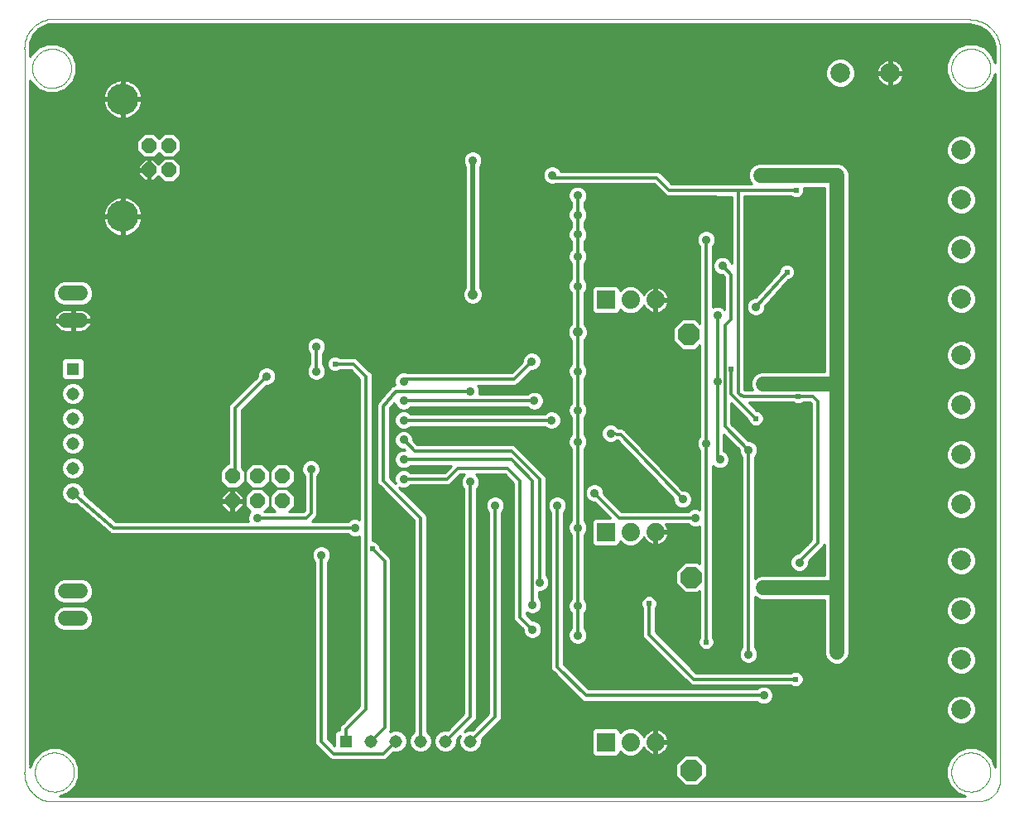
<source format=gbl>
G75*
G70*
%OFA0B0*%
%FSLAX24Y24*%
%IPPOS*%
%LPD*%
%AMOC8*
5,1,8,0,0,1.08239X$1,22.5*
%
%ADD10C,0.0000*%
%ADD11C,0.0787*%
%ADD12C,0.0600*%
%ADD13R,0.0740X0.0740*%
%ADD14C,0.0740*%
%ADD15OC8,0.0850*%
%ADD16OC8,0.0574*%
%ADD17C,0.1266*%
%ADD18OC8,0.0600*%
%ADD19R,0.0515X0.0515*%
%ADD20C,0.0515*%
%ADD21C,0.0100*%
%ADD22C,0.0360*%
%ADD23C,0.0240*%
%ADD24C,0.0420*%
%ADD25C,0.0120*%
%ADD26C,0.0060*%
%ADD27C,0.0200*%
D10*
X001176Y000158D02*
X038639Y000158D01*
X038697Y000160D01*
X038755Y000166D01*
X038812Y000175D01*
X038869Y000188D01*
X038924Y000205D01*
X038978Y000226D01*
X039031Y000249D01*
X039083Y000277D01*
X039132Y000307D01*
X039179Y000341D01*
X039224Y000378D01*
X039266Y000418D01*
X039306Y000460D01*
X039343Y000505D01*
X039377Y000552D01*
X039407Y000602D01*
X039435Y000653D01*
X039458Y000706D01*
X039479Y000760D01*
X039496Y000815D01*
X039509Y000872D01*
X039518Y000929D01*
X039524Y000987D01*
X039526Y001045D01*
X039526Y030418D01*
X039524Y030487D01*
X039518Y030556D01*
X039509Y030625D01*
X039495Y030693D01*
X039478Y030760D01*
X039457Y030826D01*
X039432Y030891D01*
X039404Y030954D01*
X039372Y031016D01*
X039337Y031076D01*
X039298Y031133D01*
X039256Y031189D01*
X039212Y031242D01*
X039164Y031292D01*
X039114Y031340D01*
X039061Y031384D01*
X039005Y031426D01*
X038948Y031465D01*
X038888Y031500D01*
X038826Y031532D01*
X038763Y031560D01*
X038698Y031585D01*
X038632Y031606D01*
X038565Y031623D01*
X038497Y031637D01*
X038428Y031646D01*
X038359Y031652D01*
X038290Y031654D01*
X001173Y031654D01*
X001108Y031639D01*
X001045Y031619D01*
X000982Y031596D01*
X000921Y031570D01*
X000861Y031540D01*
X000803Y031507D01*
X000748Y031470D01*
X000694Y031431D01*
X000642Y031389D01*
X000593Y031343D01*
X000547Y031296D01*
X000503Y031245D01*
X000463Y031192D01*
X000425Y031137D01*
X000390Y031080D01*
X000359Y031022D01*
X000331Y030961D01*
X000307Y030899D01*
X000286Y030836D01*
X000268Y030772D01*
X000254Y030706D01*
X000244Y030641D01*
X000238Y030574D01*
X000235Y030508D01*
X000236Y030441D01*
X000241Y030375D01*
X000249Y030309D01*
X000262Y030243D01*
X000262Y001572D01*
X000249Y001506D01*
X000241Y001440D01*
X000236Y001373D01*
X000235Y001307D01*
X000238Y001240D01*
X000244Y001173D01*
X000254Y001107D01*
X000268Y001042D01*
X000286Y000978D01*
X000307Y000914D01*
X000332Y000852D01*
X000360Y000791D01*
X000391Y000733D01*
X000426Y000675D01*
X000464Y000620D01*
X000504Y000567D01*
X000548Y000517D01*
X000595Y000469D01*
X000644Y000424D01*
X000695Y000381D01*
X000749Y000342D01*
X000805Y000305D01*
X000863Y000272D01*
X000923Y000242D01*
X000984Y000216D01*
X001047Y000193D01*
X001111Y000173D01*
X001176Y000158D01*
X000656Y001339D02*
X000658Y001395D01*
X000664Y001450D01*
X000674Y001504D01*
X000687Y001558D01*
X000705Y001611D01*
X000726Y001662D01*
X000750Y001712D01*
X000778Y001760D01*
X000810Y001806D01*
X000844Y001850D01*
X000882Y001891D01*
X000922Y001929D01*
X000965Y001964D01*
X001010Y001996D01*
X001058Y002025D01*
X001107Y002051D01*
X001158Y002073D01*
X001210Y002091D01*
X001264Y002105D01*
X001319Y002116D01*
X001374Y002123D01*
X001429Y002126D01*
X001485Y002125D01*
X001540Y002120D01*
X001595Y002111D01*
X001649Y002099D01*
X001702Y002082D01*
X001754Y002062D01*
X001804Y002038D01*
X001852Y002011D01*
X001899Y001981D01*
X001943Y001947D01*
X001985Y001910D01*
X002023Y001870D01*
X002060Y001828D01*
X002093Y001783D01*
X002122Y001737D01*
X002149Y001688D01*
X002171Y001637D01*
X002191Y001585D01*
X002206Y001531D01*
X002218Y001477D01*
X002226Y001422D01*
X002230Y001367D01*
X002230Y001311D01*
X002226Y001256D01*
X002218Y001201D01*
X002206Y001147D01*
X002191Y001093D01*
X002171Y001041D01*
X002149Y000990D01*
X002122Y000941D01*
X002093Y000895D01*
X002060Y000850D01*
X002023Y000808D01*
X001985Y000768D01*
X001943Y000731D01*
X001899Y000697D01*
X001852Y000667D01*
X001804Y000640D01*
X001754Y000616D01*
X001702Y000596D01*
X001649Y000579D01*
X001595Y000567D01*
X001540Y000558D01*
X001485Y000553D01*
X001429Y000552D01*
X001374Y000555D01*
X001319Y000562D01*
X001264Y000573D01*
X001210Y000587D01*
X001158Y000605D01*
X001107Y000627D01*
X001058Y000653D01*
X001010Y000682D01*
X000965Y000714D01*
X000922Y000749D01*
X000882Y000787D01*
X000844Y000828D01*
X000810Y000872D01*
X000778Y000918D01*
X000750Y000966D01*
X000726Y001016D01*
X000705Y001067D01*
X000687Y001120D01*
X000674Y001174D01*
X000664Y001228D01*
X000658Y001283D01*
X000656Y001339D01*
X000550Y029686D02*
X000552Y029742D01*
X000558Y029797D01*
X000568Y029851D01*
X000581Y029905D01*
X000599Y029958D01*
X000620Y030009D01*
X000644Y030059D01*
X000672Y030107D01*
X000704Y030153D01*
X000738Y030197D01*
X000776Y030238D01*
X000816Y030276D01*
X000859Y030311D01*
X000904Y030343D01*
X000952Y030372D01*
X001001Y030398D01*
X001052Y030420D01*
X001104Y030438D01*
X001158Y030452D01*
X001213Y030463D01*
X001268Y030470D01*
X001323Y030473D01*
X001379Y030472D01*
X001434Y030467D01*
X001489Y030458D01*
X001543Y030446D01*
X001596Y030429D01*
X001648Y030409D01*
X001698Y030385D01*
X001746Y030358D01*
X001793Y030328D01*
X001837Y030294D01*
X001879Y030257D01*
X001917Y030217D01*
X001954Y030175D01*
X001987Y030130D01*
X002016Y030084D01*
X002043Y030035D01*
X002065Y029984D01*
X002085Y029932D01*
X002100Y029878D01*
X002112Y029824D01*
X002120Y029769D01*
X002124Y029714D01*
X002124Y029658D01*
X002120Y029603D01*
X002112Y029548D01*
X002100Y029494D01*
X002085Y029440D01*
X002065Y029388D01*
X002043Y029337D01*
X002016Y029288D01*
X001987Y029242D01*
X001954Y029197D01*
X001917Y029155D01*
X001879Y029115D01*
X001837Y029078D01*
X001793Y029044D01*
X001746Y029014D01*
X001698Y028987D01*
X001648Y028963D01*
X001596Y028943D01*
X001543Y028926D01*
X001489Y028914D01*
X001434Y028905D01*
X001379Y028900D01*
X001323Y028899D01*
X001268Y028902D01*
X001213Y028909D01*
X001158Y028920D01*
X001104Y028934D01*
X001052Y028952D01*
X001001Y028974D01*
X000952Y029000D01*
X000904Y029029D01*
X000859Y029061D01*
X000816Y029096D01*
X000776Y029134D01*
X000738Y029175D01*
X000704Y029219D01*
X000672Y029265D01*
X000644Y029313D01*
X000620Y029363D01*
X000599Y029414D01*
X000581Y029467D01*
X000568Y029521D01*
X000558Y029575D01*
X000552Y029630D01*
X000550Y029686D01*
X037558Y029686D02*
X037560Y029742D01*
X037566Y029797D01*
X037576Y029851D01*
X037589Y029905D01*
X037607Y029958D01*
X037628Y030009D01*
X037652Y030059D01*
X037680Y030107D01*
X037712Y030153D01*
X037746Y030197D01*
X037784Y030238D01*
X037824Y030276D01*
X037867Y030311D01*
X037912Y030343D01*
X037960Y030372D01*
X038009Y030398D01*
X038060Y030420D01*
X038112Y030438D01*
X038166Y030452D01*
X038221Y030463D01*
X038276Y030470D01*
X038331Y030473D01*
X038387Y030472D01*
X038442Y030467D01*
X038497Y030458D01*
X038551Y030446D01*
X038604Y030429D01*
X038656Y030409D01*
X038706Y030385D01*
X038754Y030358D01*
X038801Y030328D01*
X038845Y030294D01*
X038887Y030257D01*
X038925Y030217D01*
X038962Y030175D01*
X038995Y030130D01*
X039024Y030084D01*
X039051Y030035D01*
X039073Y029984D01*
X039093Y029932D01*
X039108Y029878D01*
X039120Y029824D01*
X039128Y029769D01*
X039132Y029714D01*
X039132Y029658D01*
X039128Y029603D01*
X039120Y029548D01*
X039108Y029494D01*
X039093Y029440D01*
X039073Y029388D01*
X039051Y029337D01*
X039024Y029288D01*
X038995Y029242D01*
X038962Y029197D01*
X038925Y029155D01*
X038887Y029115D01*
X038845Y029078D01*
X038801Y029044D01*
X038754Y029014D01*
X038706Y028987D01*
X038656Y028963D01*
X038604Y028943D01*
X038551Y028926D01*
X038497Y028914D01*
X038442Y028905D01*
X038387Y028900D01*
X038331Y028899D01*
X038276Y028902D01*
X038221Y028909D01*
X038166Y028920D01*
X038112Y028934D01*
X038060Y028952D01*
X038009Y028974D01*
X037960Y029000D01*
X037912Y029029D01*
X037867Y029061D01*
X037824Y029096D01*
X037784Y029134D01*
X037746Y029175D01*
X037712Y029219D01*
X037680Y029265D01*
X037652Y029313D01*
X037628Y029363D01*
X037607Y029414D01*
X037589Y029467D01*
X037576Y029521D01*
X037566Y029575D01*
X037560Y029630D01*
X037558Y029686D01*
X037558Y001339D02*
X037560Y001395D01*
X037566Y001450D01*
X037576Y001504D01*
X037589Y001558D01*
X037607Y001611D01*
X037628Y001662D01*
X037652Y001712D01*
X037680Y001760D01*
X037712Y001806D01*
X037746Y001850D01*
X037784Y001891D01*
X037824Y001929D01*
X037867Y001964D01*
X037912Y001996D01*
X037960Y002025D01*
X038009Y002051D01*
X038060Y002073D01*
X038112Y002091D01*
X038166Y002105D01*
X038221Y002116D01*
X038276Y002123D01*
X038331Y002126D01*
X038387Y002125D01*
X038442Y002120D01*
X038497Y002111D01*
X038551Y002099D01*
X038604Y002082D01*
X038656Y002062D01*
X038706Y002038D01*
X038754Y002011D01*
X038801Y001981D01*
X038845Y001947D01*
X038887Y001910D01*
X038925Y001870D01*
X038962Y001828D01*
X038995Y001783D01*
X039024Y001737D01*
X039051Y001688D01*
X039073Y001637D01*
X039093Y001585D01*
X039108Y001531D01*
X039120Y001477D01*
X039128Y001422D01*
X039132Y001367D01*
X039132Y001311D01*
X039128Y001256D01*
X039120Y001201D01*
X039108Y001147D01*
X039093Y001093D01*
X039073Y001041D01*
X039051Y000990D01*
X039024Y000941D01*
X038995Y000895D01*
X038962Y000850D01*
X038925Y000808D01*
X038887Y000768D01*
X038845Y000731D01*
X038801Y000697D01*
X038754Y000667D01*
X038706Y000640D01*
X038656Y000616D01*
X038604Y000596D01*
X038551Y000579D01*
X038497Y000567D01*
X038442Y000558D01*
X038387Y000553D01*
X038331Y000552D01*
X038276Y000555D01*
X038221Y000562D01*
X038166Y000573D01*
X038112Y000587D01*
X038060Y000605D01*
X038009Y000627D01*
X037960Y000653D01*
X037912Y000682D01*
X037867Y000714D01*
X037824Y000749D01*
X037784Y000787D01*
X037746Y000828D01*
X037712Y000872D01*
X037680Y000918D01*
X037652Y000966D01*
X037628Y001016D01*
X037607Y001067D01*
X037589Y001120D01*
X037576Y001174D01*
X037566Y001228D01*
X037560Y001283D01*
X037558Y001339D01*
D11*
X037961Y003859D03*
X037961Y005859D03*
X037961Y007859D03*
X037961Y009859D03*
X037961Y012127D03*
X037961Y014127D03*
X037961Y016127D03*
X037961Y018127D03*
X037961Y020395D03*
X037961Y022395D03*
X037961Y024395D03*
X037961Y026395D03*
X035093Y029502D03*
X033093Y029502D03*
D12*
X032936Y025384D02*
X029886Y025384D01*
X032936Y025384D02*
X032936Y024504D01*
X032936Y024259D01*
X032936Y024209D02*
X032936Y022634D01*
X032936Y016984D01*
X029986Y016984D01*
X032936Y016984D02*
X032936Y015859D01*
X032936Y014484D01*
X032936Y014384D02*
X032936Y008784D01*
X029986Y008784D01*
X032936Y008784D02*
X032936Y007659D01*
X032936Y006184D01*
X002486Y007534D02*
X001886Y007534D01*
X001886Y008634D02*
X002486Y008634D01*
X002486Y019534D02*
X001886Y019534D01*
X001886Y020634D02*
X002486Y020634D01*
D13*
X023645Y020359D03*
X023645Y011011D03*
X023645Y002552D03*
D14*
X024645Y002552D03*
X025645Y002552D03*
X025645Y011011D03*
X024645Y011011D03*
X024645Y020359D03*
X025645Y020359D03*
D15*
X026986Y018969D03*
X027086Y009182D03*
X027086Y001414D03*
D16*
X006041Y025592D03*
X005253Y025592D03*
X005253Y026576D03*
X006041Y026576D03*
D17*
X004186Y028446D03*
X004186Y023722D03*
D18*
X008605Y013257D03*
X009605Y013257D03*
X010605Y013257D03*
X010605Y012257D03*
X009605Y012257D03*
X008605Y012257D03*
D19*
X002186Y017584D03*
X013186Y002584D03*
D20*
X014186Y002584D03*
X015186Y002584D03*
X016186Y002584D03*
X017186Y002584D03*
X018186Y002584D03*
X002186Y012584D03*
X002186Y013584D03*
X002186Y014584D03*
X002186Y015584D03*
X002186Y016584D03*
D21*
X001760Y016417D02*
X000462Y016417D01*
X000462Y016319D02*
X001805Y016319D01*
X001799Y016325D02*
X001927Y016196D01*
X002095Y016127D01*
X002277Y016127D01*
X002446Y016196D01*
X002574Y016325D01*
X002644Y016493D01*
X002644Y016675D01*
X002574Y016843D01*
X002446Y016972D01*
X002277Y017042D01*
X002095Y017042D01*
X001927Y016972D01*
X001799Y016843D01*
X001729Y016675D01*
X001729Y016493D01*
X001799Y016325D01*
X001904Y016220D02*
X000462Y016220D01*
X000462Y016122D02*
X008476Y016122D01*
X008490Y016156D02*
X008451Y016060D01*
X008451Y013757D01*
X008397Y013757D01*
X008397Y013756D02*
X002610Y013756D01*
X002644Y013675D02*
X002574Y013843D01*
X002446Y013972D01*
X002277Y014042D01*
X002095Y014042D01*
X001927Y013972D01*
X001799Y013843D01*
X001729Y013675D01*
X001729Y013493D01*
X001799Y013325D01*
X001927Y013196D01*
X002095Y013127D01*
X002277Y013127D01*
X002446Y013196D01*
X002574Y013325D01*
X002644Y013493D01*
X002644Y013675D01*
X002644Y013658D02*
X008299Y013658D01*
X008397Y013757D02*
X008105Y013464D01*
X008105Y013050D01*
X008397Y012757D01*
X008812Y012757D01*
X009105Y013050D01*
X009397Y012757D01*
X009812Y012757D01*
X009397Y012757D01*
X009105Y012464D01*
X009105Y012050D01*
X009323Y011831D01*
X009282Y011791D01*
X009225Y011651D01*
X009225Y011500D01*
X009249Y011442D01*
X003914Y011442D01*
X002644Y012534D01*
X002644Y012675D01*
X002574Y012843D01*
X002446Y012972D01*
X002277Y013042D01*
X002095Y013042D01*
X001927Y012972D01*
X001799Y012843D01*
X001729Y012675D01*
X001729Y012493D01*
X001799Y012325D01*
X001927Y012196D01*
X002095Y012127D01*
X002277Y012127D01*
X002306Y012139D01*
X003640Y010991D01*
X003670Y010961D01*
X003679Y010958D01*
X003687Y010951D01*
X003727Y010938D01*
X003765Y010922D01*
X003776Y010922D01*
X003785Y010919D01*
X003827Y010922D01*
X013264Y010922D01*
X013326Y010860D01*
X013466Y010802D01*
X013617Y010802D01*
X013726Y010847D01*
X013726Y003992D01*
X013039Y003305D01*
X012966Y003231D01*
X012926Y003136D01*
X012926Y003042D01*
X012846Y003042D01*
X012729Y002925D01*
X012729Y002409D01*
X012446Y002692D01*
X012446Y009807D01*
X012509Y009869D01*
X012566Y010009D01*
X012566Y010160D01*
X012509Y010299D01*
X012402Y010406D01*
X013726Y010406D01*
X013726Y010307D02*
X012501Y010307D01*
X012546Y010209D02*
X013726Y010209D01*
X013726Y010110D02*
X012566Y010110D01*
X012566Y010012D02*
X013726Y010012D01*
X013726Y009913D02*
X012527Y009913D01*
X012454Y009815D02*
X013726Y009815D01*
X013726Y009716D02*
X012446Y009716D01*
X012446Y009618D02*
X013726Y009618D01*
X013726Y009519D02*
X012446Y009519D01*
X012446Y009421D02*
X013726Y009421D01*
X013726Y009322D02*
X012446Y009322D01*
X012446Y009224D02*
X013726Y009224D01*
X013726Y009125D02*
X012446Y009125D01*
X012446Y009026D02*
X013726Y009026D01*
X013726Y008928D02*
X012446Y008928D01*
X012446Y008829D02*
X013726Y008829D01*
X013726Y008731D02*
X012446Y008731D01*
X012446Y008632D02*
X013726Y008632D01*
X013726Y008534D02*
X012446Y008534D01*
X012446Y008435D02*
X013726Y008435D01*
X013726Y008337D02*
X012446Y008337D01*
X012446Y008238D02*
X013726Y008238D01*
X013726Y008140D02*
X012446Y008140D01*
X012446Y008041D02*
X013726Y008041D01*
X013726Y007942D02*
X012446Y007942D01*
X012446Y007844D02*
X013726Y007844D01*
X013726Y007745D02*
X012446Y007745D01*
X012446Y007647D02*
X013726Y007647D01*
X013726Y007548D02*
X012446Y007548D01*
X012446Y007450D02*
X013726Y007450D01*
X013726Y007351D02*
X012446Y007351D01*
X012446Y007253D02*
X013726Y007253D01*
X013726Y007154D02*
X012446Y007154D01*
X012446Y007056D02*
X013726Y007056D01*
X013726Y006957D02*
X012446Y006957D01*
X012446Y006858D02*
X013726Y006858D01*
X013726Y006760D02*
X012446Y006760D01*
X012446Y006661D02*
X013726Y006661D01*
X013726Y006563D02*
X012446Y006563D01*
X012446Y006464D02*
X013726Y006464D01*
X013726Y006366D02*
X012446Y006366D01*
X012446Y006267D02*
X013726Y006267D01*
X013726Y006169D02*
X012446Y006169D01*
X012446Y006070D02*
X013726Y006070D01*
X013726Y005972D02*
X012446Y005972D01*
X012446Y005873D02*
X013726Y005873D01*
X013726Y005774D02*
X012446Y005774D01*
X012446Y005676D02*
X013726Y005676D01*
X013726Y005577D02*
X012446Y005577D01*
X012446Y005479D02*
X013726Y005479D01*
X013726Y005380D02*
X012446Y005380D01*
X012446Y005282D02*
X013726Y005282D01*
X013726Y005183D02*
X012446Y005183D01*
X012446Y005085D02*
X013726Y005085D01*
X013726Y004986D02*
X012446Y004986D01*
X012446Y004888D02*
X013726Y004888D01*
X013726Y004789D02*
X012446Y004789D01*
X012446Y004691D02*
X013726Y004691D01*
X013726Y004592D02*
X012446Y004592D01*
X012446Y004493D02*
X013726Y004493D01*
X013726Y004395D02*
X012446Y004395D01*
X012446Y004296D02*
X013726Y004296D01*
X013726Y004198D02*
X012446Y004198D01*
X012446Y004099D02*
X013726Y004099D01*
X013726Y004001D02*
X012446Y004001D01*
X012446Y003902D02*
X013637Y003902D01*
X013538Y003804D02*
X012446Y003804D01*
X012446Y003705D02*
X013440Y003705D01*
X013341Y003607D02*
X012446Y003607D01*
X012446Y003508D02*
X013243Y003508D01*
X013144Y003409D02*
X012446Y003409D01*
X012446Y003311D02*
X013045Y003311D01*
X012958Y003212D02*
X012446Y003212D01*
X012446Y003114D02*
X012926Y003114D01*
X012820Y003015D02*
X012446Y003015D01*
X012446Y002917D02*
X012729Y002917D01*
X012729Y002818D02*
X012446Y002818D01*
X012446Y002720D02*
X012729Y002720D01*
X012729Y002621D02*
X012517Y002621D01*
X012616Y002523D02*
X012729Y002523D01*
X012729Y002424D02*
X012714Y002424D01*
X012373Y002030D02*
X002149Y002030D01*
X002050Y002128D02*
X012275Y002128D01*
X012176Y002227D02*
X001881Y002227D01*
X002002Y002176D02*
X001640Y002327D01*
X001247Y002327D01*
X000884Y002176D01*
X000606Y001899D01*
X000462Y001551D01*
X000462Y001551D01*
X000475Y001611D01*
X000462Y001631D01*
X000462Y029218D01*
X000500Y029126D01*
X000778Y028849D01*
X001140Y028698D01*
X001533Y028698D01*
X001896Y028849D01*
X002174Y029126D01*
X002324Y029489D01*
X002324Y029882D01*
X002174Y030245D01*
X001896Y030523D01*
X001533Y030673D01*
X001140Y030673D01*
X000778Y030523D01*
X000500Y030245D01*
X000462Y030154D01*
X000462Y030184D01*
X000475Y030204D01*
X000462Y030264D01*
X000462Y030326D01*
X000450Y030337D01*
X000437Y030439D01*
X000468Y030746D01*
X000593Y031029D01*
X000800Y031259D01*
X001067Y031414D01*
X001200Y031454D01*
X038290Y031454D01*
X038425Y031445D01*
X038686Y031375D01*
X038920Y031240D01*
X039112Y031049D01*
X039247Y030815D01*
X039317Y030553D01*
X039326Y030418D01*
X039326Y030351D01*
X039326Y030335D01*
X039326Y029897D01*
X039182Y030245D01*
X038904Y030523D01*
X038541Y030673D01*
X038148Y030673D01*
X037785Y030523D01*
X037508Y030245D01*
X037357Y029882D01*
X037357Y029489D01*
X037508Y029126D01*
X037785Y028849D01*
X038148Y028698D01*
X038541Y028698D01*
X038904Y028849D01*
X039182Y029126D01*
X039326Y029474D01*
X039326Y001551D01*
X039182Y001899D01*
X038904Y002176D01*
X038541Y002327D01*
X038148Y002327D01*
X037785Y002176D01*
X037508Y001899D01*
X037357Y001536D01*
X037357Y001143D01*
X027699Y001143D01*
X027711Y001155D02*
X027345Y000789D01*
X026828Y000789D01*
X026461Y001155D01*
X026461Y001673D01*
X026828Y002039D01*
X027345Y002039D01*
X027711Y001673D01*
X027711Y001155D01*
X027711Y001241D02*
X037357Y001241D01*
X037357Y001143D02*
X037508Y000780D01*
X037785Y000502D01*
X038133Y000358D01*
X001655Y000358D01*
X002002Y000502D01*
X002280Y000780D01*
X002431Y001143D01*
X026474Y001143D01*
X026461Y001241D02*
X002431Y001241D01*
X002431Y001143D02*
X002431Y001536D01*
X002280Y001899D01*
X002002Y002176D01*
X002248Y001931D02*
X012472Y001931D01*
X012466Y001937D02*
X012539Y001864D01*
X012635Y001824D01*
X014635Y001824D01*
X014738Y001824D01*
X014834Y001864D01*
X015097Y002127D01*
X015277Y002127D01*
X015446Y002196D01*
X015574Y002325D01*
X015644Y002493D01*
X015644Y002675D01*
X015574Y002843D01*
X015446Y002972D01*
X015277Y003042D01*
X015095Y003042D01*
X014952Y002982D01*
X014957Y002987D01*
X014996Y003083D01*
X014996Y003186D01*
X014996Y009886D01*
X014957Y009981D01*
X014884Y010055D01*
X014556Y010382D01*
X014556Y010398D01*
X014508Y010516D01*
X014418Y010606D01*
X014300Y010654D01*
X014246Y010654D01*
X014246Y017336D01*
X014207Y017431D01*
X014134Y017505D01*
X013634Y018005D01*
X013538Y018044D01*
X013435Y018044D01*
X012929Y018044D01*
X012918Y018056D01*
X012800Y018104D01*
X012673Y018104D01*
X012555Y018056D01*
X012465Y017966D01*
X012416Y017848D01*
X012416Y017721D01*
X012465Y017603D01*
X012555Y017513D01*
X012673Y017464D01*
X012800Y017464D01*
X012918Y017513D01*
X012929Y017524D01*
X013379Y017524D01*
X013726Y017177D01*
X013726Y011517D01*
X013617Y011562D01*
X013466Y011562D01*
X013326Y011504D01*
X013264Y011442D01*
X011807Y011442D01*
X011917Y011552D01*
X011917Y011552D01*
X011990Y011625D01*
X012030Y011721D01*
X012030Y013267D01*
X012092Y013329D01*
X012150Y013468D01*
X012150Y013620D01*
X012092Y013759D01*
X011985Y013866D01*
X011846Y013924D01*
X011694Y013924D01*
X011555Y013866D01*
X011448Y013759D01*
X011390Y013620D01*
X011390Y013468D01*
X011448Y013329D01*
X011510Y013267D01*
X011510Y011880D01*
X011465Y011836D01*
X010890Y011836D01*
X011105Y012050D01*
X011105Y012464D01*
X010812Y012757D01*
X010397Y012757D01*
X010812Y012757D01*
X011105Y013050D01*
X011105Y013464D01*
X010812Y013757D01*
X010397Y013757D01*
X010397Y013756D02*
X009812Y013756D01*
X009812Y013757D02*
X009397Y013757D01*
X009397Y013756D02*
X008971Y013756D01*
X008971Y013658D02*
X009299Y013658D01*
X009397Y013757D02*
X009105Y013464D01*
X009105Y013050D01*
X009105Y013464D01*
X008971Y013597D01*
X008971Y015901D01*
X009974Y016904D01*
X010062Y016904D01*
X010202Y016962D01*
X010309Y017069D01*
X010366Y017209D01*
X010366Y017360D01*
X010309Y017499D01*
X010202Y017606D01*
X010062Y017664D01*
X009911Y017664D01*
X009771Y017606D01*
X009664Y017499D01*
X009606Y017360D01*
X009606Y017272D01*
X008564Y016229D01*
X008490Y016156D01*
X008555Y016220D02*
X002469Y016220D01*
X002568Y016319D02*
X008653Y016319D01*
X008752Y016417D02*
X002612Y016417D01*
X002644Y016516D02*
X008850Y016516D01*
X008949Y016614D02*
X002644Y016614D01*
X002628Y016713D02*
X009047Y016713D01*
X009146Y016811D02*
X002588Y016811D01*
X002508Y016910D02*
X009244Y016910D01*
X009343Y017008D02*
X002358Y017008D01*
X002527Y017127D02*
X002644Y017244D01*
X002644Y017925D01*
X002527Y018042D01*
X001846Y018042D01*
X001729Y017925D01*
X001729Y017244D01*
X001846Y017127D01*
X002527Y017127D01*
X002606Y017206D02*
X009540Y017206D01*
X009606Y017304D02*
X002644Y017304D01*
X002644Y017403D02*
X009624Y017403D01*
X009666Y017501D02*
X002644Y017501D01*
X002644Y017600D02*
X009764Y017600D01*
X010208Y017600D02*
X011623Y017600D01*
X011606Y017560D02*
X011606Y017409D01*
X011664Y017269D01*
X011771Y017162D01*
X011911Y017104D01*
X012062Y017104D01*
X012202Y017162D01*
X012309Y017269D01*
X012366Y017409D01*
X012366Y017560D01*
X012309Y017699D01*
X012246Y017762D01*
X012246Y018207D01*
X012309Y018269D01*
X012366Y018409D01*
X012366Y018560D01*
X012309Y018699D01*
X012202Y018806D01*
X012062Y018864D01*
X011911Y018864D01*
X011771Y018806D01*
X011664Y018699D01*
X011606Y018560D01*
X011606Y018409D01*
X011664Y018269D01*
X011726Y018207D01*
X011726Y017762D01*
X011664Y017699D01*
X011606Y017560D01*
X011606Y017501D02*
X010307Y017501D01*
X010349Y017403D02*
X011609Y017403D01*
X011650Y017304D02*
X010366Y017304D01*
X010365Y017206D02*
X011728Y017206D01*
X011904Y017107D02*
X010324Y017107D01*
X010248Y017008D02*
X013726Y017008D01*
X013726Y016910D02*
X010076Y016910D01*
X009881Y016811D02*
X013726Y016811D01*
X013726Y016713D02*
X009783Y016713D01*
X009684Y016614D02*
X013726Y016614D01*
X013726Y016516D02*
X009586Y016516D01*
X009487Y016417D02*
X013726Y016417D01*
X013726Y016319D02*
X009389Y016319D01*
X009290Y016220D02*
X013726Y016220D01*
X013726Y016122D02*
X009191Y016122D01*
X009093Y016023D02*
X013726Y016023D01*
X013726Y015924D02*
X008994Y015924D01*
X008971Y015826D02*
X013726Y015826D01*
X013726Y015727D02*
X008971Y015727D01*
X008971Y015629D02*
X013726Y015629D01*
X013726Y015530D02*
X008971Y015530D01*
X008971Y015432D02*
X013726Y015432D01*
X013726Y015333D02*
X008971Y015333D01*
X008971Y015235D02*
X013726Y015235D01*
X013726Y015136D02*
X008971Y015136D01*
X008971Y015038D02*
X013726Y015038D01*
X013726Y014939D02*
X008971Y014939D01*
X008971Y014840D02*
X013726Y014840D01*
X013726Y014742D02*
X008971Y014742D01*
X008971Y014643D02*
X013726Y014643D01*
X013726Y014545D02*
X008971Y014545D01*
X008971Y014446D02*
X013726Y014446D01*
X013726Y014348D02*
X008971Y014348D01*
X008971Y014249D02*
X013726Y014249D01*
X013726Y014151D02*
X008971Y014151D01*
X008971Y014052D02*
X013726Y014052D01*
X013726Y013954D02*
X008971Y013954D01*
X008971Y013855D02*
X011543Y013855D01*
X011447Y013756D02*
X010812Y013756D01*
X010910Y013658D02*
X011406Y013658D01*
X011390Y013559D02*
X011009Y013559D01*
X011105Y013461D02*
X011393Y013461D01*
X011434Y013362D02*
X011105Y013362D01*
X011105Y013264D02*
X011510Y013264D01*
X011510Y013165D02*
X011105Y013165D01*
X011105Y013067D02*
X011510Y013067D01*
X011510Y012968D02*
X011023Y012968D01*
X010925Y012870D02*
X011510Y012870D01*
X011510Y012771D02*
X010826Y012771D01*
X010896Y012673D02*
X011510Y012673D01*
X011510Y012574D02*
X010994Y012574D01*
X011093Y012475D02*
X011510Y012475D01*
X011510Y012377D02*
X011105Y012377D01*
X011105Y012278D02*
X011510Y012278D01*
X011510Y012180D02*
X011105Y012180D01*
X011105Y012081D02*
X011510Y012081D01*
X011510Y011983D02*
X011038Y011983D01*
X010939Y011884D02*
X011510Y011884D01*
X012030Y011884D02*
X013726Y011884D01*
X013726Y011786D02*
X012030Y011786D01*
X012016Y011687D02*
X013726Y011687D01*
X013726Y011589D02*
X011954Y011589D01*
X011855Y011490D02*
X013312Y011490D01*
X013726Y011983D02*
X012030Y011983D01*
X012030Y012081D02*
X013726Y012081D01*
X013726Y012180D02*
X012030Y012180D01*
X012030Y012278D02*
X013726Y012278D01*
X013726Y012377D02*
X012030Y012377D01*
X012030Y012475D02*
X013726Y012475D01*
X013726Y012574D02*
X012030Y012574D01*
X012030Y012673D02*
X013726Y012673D01*
X013726Y012771D02*
X012030Y012771D01*
X012030Y012870D02*
X013726Y012870D01*
X013726Y012968D02*
X012030Y012968D01*
X012030Y013067D02*
X013726Y013067D01*
X013726Y013165D02*
X012030Y013165D01*
X012030Y013264D02*
X013726Y013264D01*
X013726Y013362D02*
X012106Y013362D01*
X012147Y013461D02*
X013726Y013461D01*
X013726Y013559D02*
X012150Y013559D01*
X012134Y013658D02*
X013726Y013658D01*
X013726Y013756D02*
X012093Y013756D01*
X011996Y013855D02*
X013726Y013855D01*
X014246Y013855D02*
X014426Y013855D01*
X014426Y013756D02*
X014246Y013756D01*
X014246Y013658D02*
X014426Y013658D01*
X014426Y013559D02*
X014246Y013559D01*
X014246Y013461D02*
X014426Y013461D01*
X014426Y013362D02*
X014246Y013362D01*
X014246Y013264D02*
X014426Y013264D01*
X014426Y013165D02*
X014246Y013165D01*
X014246Y013067D02*
X014426Y013067D01*
X014426Y013033D02*
X014466Y012937D01*
X014539Y012864D01*
X015926Y011477D01*
X015926Y002971D01*
X015799Y002843D01*
X015729Y002675D01*
X015729Y002493D01*
X015799Y002325D01*
X015927Y002196D01*
X016095Y002127D01*
X016277Y002127D01*
X016446Y002196D01*
X016574Y002325D01*
X016644Y002493D01*
X016644Y002675D01*
X016574Y002843D01*
X016446Y002971D01*
X016446Y011533D01*
X016446Y011636D01*
X016407Y011731D01*
X015321Y012817D01*
X015434Y012770D01*
X015586Y012770D01*
X015725Y012828D01*
X015787Y012890D01*
X017201Y012890D01*
X017304Y012890D01*
X017400Y012930D01*
X017794Y013324D01*
X017939Y013324D01*
X017864Y013249D01*
X017806Y013110D01*
X017806Y012959D01*
X017864Y012819D01*
X017926Y012757D01*
X017926Y003692D01*
X017276Y003042D01*
X017095Y003042D01*
X016927Y002972D01*
X016799Y002843D01*
X016729Y002675D01*
X016729Y002493D01*
X016799Y002325D01*
X016927Y002196D01*
X017095Y002127D01*
X017277Y002127D01*
X017446Y002196D01*
X017574Y002325D01*
X017644Y002493D01*
X017644Y002674D01*
X017788Y002818D01*
X017788Y002818D01*
X017729Y002675D01*
X017729Y002493D01*
X017799Y002325D01*
X017927Y002196D01*
X018095Y002127D01*
X018277Y002127D01*
X018446Y002196D01*
X018574Y002325D01*
X018644Y002493D01*
X018644Y002674D01*
X019407Y003437D01*
X019446Y003533D01*
X019446Y003636D01*
X019446Y011807D01*
X019509Y011869D01*
X019566Y012009D01*
X019566Y012160D01*
X019509Y012299D01*
X019402Y012406D01*
X019262Y012464D01*
X019111Y012464D01*
X018971Y012406D01*
X018864Y012299D01*
X018806Y012160D01*
X018806Y012009D01*
X018864Y011869D01*
X018926Y011807D01*
X018926Y003692D01*
X018276Y003042D01*
X018095Y003042D01*
X017952Y002982D01*
X018407Y003437D01*
X018446Y003533D01*
X018446Y003636D01*
X018446Y012757D01*
X018509Y012819D01*
X018566Y012959D01*
X018566Y013110D01*
X018509Y013249D01*
X018434Y013324D01*
X019579Y013324D01*
X019926Y012977D01*
X019926Y007636D01*
X019926Y007533D01*
X019966Y007437D01*
X020306Y007097D01*
X020306Y007009D01*
X020364Y006869D01*
X020471Y006762D01*
X020611Y006704D01*
X020762Y006704D01*
X020902Y006762D01*
X021009Y006869D01*
X021066Y007009D01*
X021066Y007160D01*
X021009Y007299D01*
X020902Y007406D01*
X020762Y007464D01*
X020674Y007464D01*
X020446Y007692D01*
X020446Y007787D01*
X020471Y007762D01*
X020611Y007704D01*
X020762Y007704D01*
X020902Y007762D01*
X021009Y007869D01*
X021066Y008009D01*
X021066Y008160D01*
X021009Y008299D01*
X020946Y008362D01*
X020946Y008604D01*
X021062Y008604D01*
X021202Y008662D01*
X021309Y008769D01*
X021366Y008909D01*
X021366Y009060D01*
X021309Y009199D01*
X021246Y009262D01*
X021246Y013186D01*
X021207Y013281D01*
X021134Y013355D01*
X019984Y014505D01*
X019888Y014544D01*
X019785Y014544D01*
X016059Y014544D01*
X015890Y014713D01*
X015890Y014801D01*
X015832Y014940D01*
X015725Y015047D01*
X015586Y015105D01*
X015434Y015105D01*
X015295Y015047D01*
X015188Y014940D01*
X015130Y014801D01*
X015130Y014650D01*
X015188Y014510D01*
X015295Y014403D01*
X015434Y014345D01*
X015522Y014345D01*
X015550Y014318D01*
X015434Y014318D01*
X015295Y014260D01*
X015188Y014153D01*
X015130Y014013D01*
X015130Y013862D01*
X015188Y013723D01*
X015295Y013616D01*
X015434Y013558D01*
X015586Y013558D01*
X015725Y013616D01*
X015787Y013678D01*
X017412Y013678D01*
X017145Y013410D01*
X015787Y013410D01*
X015725Y013473D01*
X015586Y013530D01*
X015434Y013530D01*
X015295Y013473D01*
X015188Y013366D01*
X015130Y013226D01*
X015130Y013075D01*
X015177Y012961D01*
X014946Y013192D01*
X014946Y015990D01*
X015134Y016215D01*
X015188Y016085D01*
X015295Y015978D01*
X015434Y015920D01*
X015586Y015920D01*
X015725Y015978D01*
X015787Y016040D01*
X020481Y016040D01*
X020544Y015978D01*
X020683Y015920D01*
X020834Y015920D01*
X020974Y015978D01*
X021081Y016085D01*
X021139Y016224D01*
X021139Y016376D01*
X021081Y016515D01*
X020974Y016622D01*
X020834Y016680D01*
X020683Y016680D01*
X020544Y016622D01*
X020481Y016560D01*
X018546Y016560D01*
X018566Y016609D01*
X018566Y016760D01*
X018509Y016899D01*
X018494Y016914D01*
X020004Y016914D01*
X020099Y016954D01*
X020172Y017027D01*
X020647Y017501D01*
X020734Y017501D01*
X020874Y017559D01*
X020981Y017666D01*
X021039Y017805D01*
X021039Y017957D01*
X020981Y018096D01*
X020874Y018203D01*
X020734Y018261D01*
X020583Y018261D01*
X020444Y018203D01*
X020337Y018096D01*
X020279Y017957D01*
X020279Y017869D01*
X019844Y017434D01*
X015666Y017434D01*
X015586Y017467D01*
X015434Y017467D01*
X015295Y017410D01*
X015188Y017303D01*
X015130Y017163D01*
X015130Y017012D01*
X015158Y016944D01*
X015135Y016944D01*
X015124Y016940D01*
X015111Y016938D01*
X015076Y016920D01*
X015039Y016905D01*
X015031Y016896D01*
X015020Y016890D01*
X014994Y016860D01*
X014966Y016831D01*
X014961Y016820D01*
X014494Y016260D01*
X014466Y016231D01*
X014461Y016220D01*
X014246Y016220D01*
X014246Y016122D02*
X014426Y016122D01*
X014426Y016124D02*
X014423Y016112D01*
X014426Y016072D01*
X014426Y013033D01*
X014453Y012968D02*
X014246Y012968D01*
X014246Y012870D02*
X014533Y012870D01*
X014632Y012771D02*
X014246Y012771D01*
X014246Y012673D02*
X014730Y012673D01*
X014829Y012574D02*
X014246Y012574D01*
X014246Y012475D02*
X014928Y012475D01*
X015026Y012377D02*
X014246Y012377D01*
X014246Y012278D02*
X015125Y012278D01*
X015223Y012180D02*
X014246Y012180D01*
X014246Y012081D02*
X015322Y012081D01*
X015420Y011983D02*
X014246Y011983D01*
X014246Y011884D02*
X015519Y011884D01*
X015617Y011786D02*
X014246Y011786D01*
X014246Y011687D02*
X015716Y011687D01*
X015814Y011589D02*
X014246Y011589D01*
X014246Y011490D02*
X015913Y011490D01*
X015926Y011391D02*
X014246Y011391D01*
X014246Y011293D02*
X015926Y011293D01*
X015926Y011194D02*
X014246Y011194D01*
X014246Y011096D02*
X015926Y011096D01*
X015926Y010997D02*
X014246Y010997D01*
X014246Y010899D02*
X015926Y010899D01*
X015926Y010800D02*
X014246Y010800D01*
X014246Y010702D02*
X015926Y010702D01*
X015926Y010603D02*
X014420Y010603D01*
X014512Y010505D02*
X015926Y010505D01*
X015926Y010406D02*
X014553Y010406D01*
X014631Y010307D02*
X015926Y010307D01*
X015926Y010209D02*
X014729Y010209D01*
X014828Y010110D02*
X015926Y010110D01*
X015926Y010012D02*
X014926Y010012D01*
X014985Y009913D02*
X015926Y009913D01*
X015926Y009815D02*
X014996Y009815D01*
X014996Y009716D02*
X015926Y009716D01*
X015926Y009618D02*
X014996Y009618D01*
X014996Y009519D02*
X015926Y009519D01*
X015926Y009421D02*
X014996Y009421D01*
X014996Y009322D02*
X015926Y009322D01*
X015926Y009224D02*
X014996Y009224D01*
X014996Y009125D02*
X015926Y009125D01*
X015926Y009026D02*
X014996Y009026D01*
X014996Y008928D02*
X015926Y008928D01*
X015926Y008829D02*
X014996Y008829D01*
X014996Y008731D02*
X015926Y008731D01*
X015926Y008632D02*
X014996Y008632D01*
X014996Y008534D02*
X015926Y008534D01*
X015926Y008435D02*
X014996Y008435D01*
X014996Y008337D02*
X015926Y008337D01*
X015926Y008238D02*
X014996Y008238D01*
X014996Y008140D02*
X015926Y008140D01*
X015926Y008041D02*
X014996Y008041D01*
X014996Y007942D02*
X015926Y007942D01*
X015926Y007844D02*
X014996Y007844D01*
X014996Y007745D02*
X015926Y007745D01*
X015926Y007647D02*
X014996Y007647D01*
X014996Y007548D02*
X015926Y007548D01*
X015926Y007450D02*
X014996Y007450D01*
X014996Y007351D02*
X015926Y007351D01*
X015926Y007253D02*
X014996Y007253D01*
X014996Y007154D02*
X015926Y007154D01*
X015926Y007056D02*
X014996Y007056D01*
X014996Y006957D02*
X015926Y006957D01*
X015926Y006858D02*
X014996Y006858D01*
X014996Y006760D02*
X015926Y006760D01*
X015926Y006661D02*
X014996Y006661D01*
X014996Y006563D02*
X015926Y006563D01*
X015926Y006464D02*
X014996Y006464D01*
X014996Y006366D02*
X015926Y006366D01*
X015926Y006267D02*
X014996Y006267D01*
X014996Y006169D02*
X015926Y006169D01*
X015926Y006070D02*
X014996Y006070D01*
X014996Y005972D02*
X015926Y005972D01*
X015926Y005873D02*
X014996Y005873D01*
X014996Y005774D02*
X015926Y005774D01*
X015926Y005676D02*
X014996Y005676D01*
X014996Y005577D02*
X015926Y005577D01*
X015926Y005479D02*
X014996Y005479D01*
X014996Y005380D02*
X015926Y005380D01*
X015926Y005282D02*
X014996Y005282D01*
X014996Y005183D02*
X015926Y005183D01*
X015926Y005085D02*
X014996Y005085D01*
X014996Y004986D02*
X015926Y004986D01*
X015926Y004888D02*
X014996Y004888D01*
X014996Y004789D02*
X015926Y004789D01*
X015926Y004691D02*
X014996Y004691D01*
X014996Y004592D02*
X015926Y004592D01*
X015926Y004493D02*
X014996Y004493D01*
X014996Y004395D02*
X015926Y004395D01*
X015926Y004296D02*
X014996Y004296D01*
X014996Y004198D02*
X015926Y004198D01*
X015926Y004099D02*
X014996Y004099D01*
X014996Y004001D02*
X015926Y004001D01*
X015926Y003902D02*
X014996Y003902D01*
X014996Y003804D02*
X015926Y003804D01*
X015926Y003705D02*
X014996Y003705D01*
X014996Y003607D02*
X015926Y003607D01*
X015926Y003508D02*
X014996Y003508D01*
X014996Y003409D02*
X015926Y003409D01*
X015926Y003311D02*
X014996Y003311D01*
X014996Y003212D02*
X015926Y003212D01*
X015926Y003114D02*
X014996Y003114D01*
X014969Y003015D02*
X015032Y003015D01*
X015341Y003015D02*
X015926Y003015D01*
X015872Y002917D02*
X015501Y002917D01*
X015585Y002818D02*
X015788Y002818D01*
X015747Y002720D02*
X015626Y002720D01*
X015644Y002621D02*
X015729Y002621D01*
X015729Y002523D02*
X015644Y002523D01*
X015615Y002424D02*
X015758Y002424D01*
X015798Y002325D02*
X015574Y002325D01*
X015476Y002227D02*
X015897Y002227D01*
X016092Y002128D02*
X015281Y002128D01*
X015000Y002030D02*
X023144Y002030D01*
X023192Y001982D02*
X024098Y001982D01*
X024215Y002099D01*
X024215Y002176D01*
X024322Y002069D01*
X024532Y001982D01*
X024759Y001982D01*
X024968Y002069D01*
X025128Y002229D01*
X025172Y002335D01*
X025200Y002279D01*
X025249Y002213D01*
X025306Y002155D01*
X025373Y002107D01*
X025446Y002070D01*
X025523Y002045D01*
X025595Y002033D01*
X025595Y002502D01*
X025695Y002502D01*
X025695Y002033D01*
X025767Y002045D01*
X025845Y002070D01*
X025918Y002107D01*
X025984Y002155D01*
X026042Y002213D01*
X026090Y002279D01*
X026127Y002352D01*
X026152Y002430D01*
X026164Y002502D01*
X025695Y002502D01*
X025695Y002602D01*
X025595Y002602D01*
X025595Y003070D01*
X025523Y003059D01*
X025446Y003034D01*
X025373Y002997D01*
X025306Y002949D01*
X025249Y002891D01*
X025200Y002824D01*
X025172Y002769D01*
X025128Y002875D01*
X024968Y003035D01*
X024759Y003122D01*
X024532Y003122D01*
X024322Y003035D01*
X024215Y002928D01*
X024215Y003005D01*
X024098Y003122D01*
X023192Y003122D01*
X023075Y003005D01*
X023075Y002099D01*
X023192Y001982D01*
X023075Y002128D02*
X018281Y002128D01*
X018092Y002128D02*
X017281Y002128D01*
X017092Y002128D02*
X016281Y002128D01*
X016476Y002227D02*
X016897Y002227D01*
X016798Y002325D02*
X016574Y002325D01*
X016615Y002424D02*
X016758Y002424D01*
X016729Y002523D02*
X016644Y002523D01*
X016644Y002621D02*
X016729Y002621D01*
X016747Y002720D02*
X016626Y002720D01*
X016585Y002818D02*
X016788Y002818D01*
X016872Y002917D02*
X016501Y002917D01*
X016446Y003015D02*
X017032Y003015D01*
X017348Y003114D02*
X016446Y003114D01*
X016446Y003212D02*
X017447Y003212D01*
X017545Y003311D02*
X016446Y003311D01*
X016446Y003409D02*
X017644Y003409D01*
X017743Y003508D02*
X016446Y003508D01*
X016446Y003607D02*
X017841Y003607D01*
X017926Y003705D02*
X016446Y003705D01*
X016446Y003804D02*
X017926Y003804D01*
X017926Y003902D02*
X016446Y003902D01*
X016446Y004001D02*
X017926Y004001D01*
X017926Y004099D02*
X016446Y004099D01*
X016446Y004198D02*
X017926Y004198D01*
X017926Y004296D02*
X016446Y004296D01*
X016446Y004395D02*
X017926Y004395D01*
X017926Y004493D02*
X016446Y004493D01*
X016446Y004592D02*
X017926Y004592D01*
X017926Y004691D02*
X016446Y004691D01*
X016446Y004789D02*
X017926Y004789D01*
X017926Y004888D02*
X016446Y004888D01*
X016446Y004986D02*
X017926Y004986D01*
X017926Y005085D02*
X016446Y005085D01*
X016446Y005183D02*
X017926Y005183D01*
X017926Y005282D02*
X016446Y005282D01*
X016446Y005380D02*
X017926Y005380D01*
X017926Y005479D02*
X016446Y005479D01*
X016446Y005577D02*
X017926Y005577D01*
X017926Y005676D02*
X016446Y005676D01*
X016446Y005774D02*
X017926Y005774D01*
X017926Y005873D02*
X016446Y005873D01*
X016446Y005972D02*
X017926Y005972D01*
X017926Y006070D02*
X016446Y006070D01*
X016446Y006169D02*
X017926Y006169D01*
X017926Y006267D02*
X016446Y006267D01*
X016446Y006366D02*
X017926Y006366D01*
X017926Y006464D02*
X016446Y006464D01*
X016446Y006563D02*
X017926Y006563D01*
X017926Y006661D02*
X016446Y006661D01*
X016446Y006760D02*
X017926Y006760D01*
X017926Y006858D02*
X016446Y006858D01*
X016446Y006957D02*
X017926Y006957D01*
X017926Y007056D02*
X016446Y007056D01*
X016446Y007154D02*
X017926Y007154D01*
X017926Y007253D02*
X016446Y007253D01*
X016446Y007351D02*
X017926Y007351D01*
X017926Y007450D02*
X016446Y007450D01*
X016446Y007548D02*
X017926Y007548D01*
X017926Y007647D02*
X016446Y007647D01*
X016446Y007745D02*
X017926Y007745D01*
X017926Y007844D02*
X016446Y007844D01*
X016446Y007942D02*
X017926Y007942D01*
X017926Y008041D02*
X016446Y008041D01*
X016446Y008140D02*
X017926Y008140D01*
X017926Y008238D02*
X016446Y008238D01*
X016446Y008337D02*
X017926Y008337D01*
X017926Y008435D02*
X016446Y008435D01*
X016446Y008534D02*
X017926Y008534D01*
X017926Y008632D02*
X016446Y008632D01*
X016446Y008731D02*
X017926Y008731D01*
X017926Y008829D02*
X016446Y008829D01*
X016446Y008928D02*
X017926Y008928D01*
X017926Y009026D02*
X016446Y009026D01*
X016446Y009125D02*
X017926Y009125D01*
X017926Y009224D02*
X016446Y009224D01*
X016446Y009322D02*
X017926Y009322D01*
X017926Y009421D02*
X016446Y009421D01*
X016446Y009519D02*
X017926Y009519D01*
X017926Y009618D02*
X016446Y009618D01*
X016446Y009716D02*
X017926Y009716D01*
X017926Y009815D02*
X016446Y009815D01*
X016446Y009913D02*
X017926Y009913D01*
X017926Y010012D02*
X016446Y010012D01*
X016446Y010110D02*
X017926Y010110D01*
X017926Y010209D02*
X016446Y010209D01*
X016446Y010307D02*
X017926Y010307D01*
X017926Y010406D02*
X016446Y010406D01*
X016446Y010505D02*
X017926Y010505D01*
X017926Y010603D02*
X016446Y010603D01*
X016446Y010702D02*
X017926Y010702D01*
X017926Y010800D02*
X016446Y010800D01*
X016446Y010899D02*
X017926Y010899D01*
X017926Y010997D02*
X016446Y010997D01*
X016446Y011096D02*
X017926Y011096D01*
X017926Y011194D02*
X016446Y011194D01*
X016446Y011293D02*
X017926Y011293D01*
X017926Y011391D02*
X016446Y011391D01*
X016446Y011490D02*
X017926Y011490D01*
X017926Y011589D02*
X016446Y011589D01*
X016425Y011687D02*
X017926Y011687D01*
X017926Y011786D02*
X016353Y011786D01*
X016254Y011884D02*
X017926Y011884D01*
X017926Y011983D02*
X016156Y011983D01*
X016057Y012081D02*
X017926Y012081D01*
X017926Y012180D02*
X015959Y012180D01*
X015860Y012278D02*
X017926Y012278D01*
X017926Y012377D02*
X015761Y012377D01*
X015663Y012475D02*
X017926Y012475D01*
X017926Y012574D02*
X015564Y012574D01*
X015466Y012673D02*
X017926Y012673D01*
X017912Y012771D02*
X015587Y012771D01*
X015433Y012771D02*
X015367Y012771D01*
X015174Y012968D02*
X015170Y012968D01*
X015133Y013067D02*
X015072Y013067D01*
X015130Y013165D02*
X014973Y013165D01*
X014946Y013264D02*
X015146Y013264D01*
X015187Y013362D02*
X014946Y013362D01*
X014946Y013461D02*
X015283Y013461D01*
X015431Y013559D02*
X014946Y013559D01*
X014946Y013658D02*
X015252Y013658D01*
X015174Y013756D02*
X014946Y013756D01*
X014946Y013855D02*
X015133Y013855D01*
X015130Y013954D02*
X014946Y013954D01*
X014946Y014052D02*
X015146Y014052D01*
X015187Y014151D02*
X014946Y014151D01*
X014946Y014249D02*
X015284Y014249D01*
X015428Y014348D02*
X014946Y014348D01*
X014946Y014446D02*
X015252Y014446D01*
X015173Y014545D02*
X014946Y014545D01*
X014946Y014643D02*
X015133Y014643D01*
X015130Y014742D02*
X014946Y014742D01*
X014946Y014840D02*
X015147Y014840D01*
X015187Y014939D02*
X014946Y014939D01*
X014946Y015038D02*
X015285Y015038D01*
X015295Y015190D02*
X015434Y015133D01*
X015586Y015133D01*
X015725Y015190D01*
X015787Y015253D01*
X021181Y015253D01*
X021244Y015190D01*
X021383Y015133D01*
X021534Y015133D01*
X021674Y015190D01*
X021781Y015297D01*
X021839Y015437D01*
X021839Y015588D01*
X021781Y015728D01*
X021674Y015835D01*
X021534Y015893D01*
X021383Y015893D01*
X021244Y015835D01*
X021181Y015773D01*
X015787Y015773D01*
X015725Y015835D01*
X015586Y015893D01*
X015434Y015893D01*
X015295Y015835D01*
X015188Y015728D01*
X015130Y015588D01*
X015130Y015437D01*
X015188Y015297D01*
X015295Y015190D01*
X015251Y015235D02*
X014946Y015235D01*
X014946Y015333D02*
X015173Y015333D01*
X015132Y015432D02*
X014946Y015432D01*
X014946Y015530D02*
X015130Y015530D01*
X015147Y015629D02*
X014946Y015629D01*
X014946Y015727D02*
X015188Y015727D01*
X015286Y015826D02*
X014946Y015826D01*
X014946Y015924D02*
X015424Y015924D01*
X015596Y015924D02*
X020673Y015924D01*
X020845Y015924D02*
X022135Y015924D01*
X022135Y015982D02*
X022135Y015831D01*
X022193Y015691D01*
X022255Y015629D01*
X022255Y014928D01*
X022193Y014866D01*
X022135Y014726D01*
X022135Y014575D01*
X022193Y014435D01*
X022255Y014373D01*
X022255Y011459D01*
X022193Y011397D01*
X022135Y011257D01*
X022135Y011106D01*
X022193Y010967D01*
X022255Y010904D01*
X022255Y008310D01*
X022193Y008248D01*
X022135Y008108D01*
X022135Y007957D01*
X022193Y007817D01*
X022255Y007755D01*
X022255Y007129D01*
X022193Y007066D01*
X022135Y006927D01*
X022135Y006776D01*
X022193Y006636D01*
X022300Y006529D01*
X022439Y006471D01*
X022590Y006471D01*
X022730Y006529D01*
X022837Y006636D01*
X022895Y006776D01*
X022895Y006927D01*
X022837Y007066D01*
X022775Y007129D01*
X022775Y007755D01*
X022837Y007817D01*
X022895Y007957D01*
X022895Y008108D01*
X022837Y008248D01*
X022775Y008310D01*
X022775Y010904D01*
X022837Y010967D01*
X022895Y011106D01*
X022895Y011257D01*
X022837Y011397D01*
X022775Y011459D01*
X022775Y014373D01*
X022837Y014435D01*
X022895Y014575D01*
X022895Y014726D01*
X022837Y014866D01*
X022775Y014928D01*
X022775Y015629D01*
X027426Y015629D01*
X027426Y015727D02*
X022852Y015727D01*
X022837Y015691D02*
X022895Y015831D01*
X022895Y015982D01*
X022837Y016122D01*
X027426Y016122D01*
X027426Y016220D02*
X022775Y016220D01*
X022775Y016184D02*
X022775Y017204D01*
X022837Y017266D01*
X022895Y017405D01*
X022895Y017557D01*
X022837Y017696D01*
X022775Y017759D01*
X022775Y018736D01*
X022862Y018824D01*
X022925Y018974D01*
X022925Y019137D01*
X022862Y019288D01*
X022775Y019376D01*
X022775Y020641D01*
X022837Y020703D01*
X022895Y020842D01*
X022895Y020994D01*
X022837Y021133D01*
X022775Y021196D01*
X022775Y021828D01*
X022837Y021890D01*
X022895Y022030D01*
X022895Y022181D01*
X022837Y022321D01*
X022775Y022383D01*
X022775Y022715D01*
X022837Y022778D01*
X022895Y022917D01*
X022895Y023069D01*
X022837Y023208D01*
X022775Y023270D01*
X022775Y023503D01*
X022837Y023565D01*
X022895Y023705D01*
X022895Y023856D01*
X022837Y023996D01*
X022775Y024058D01*
X022775Y024290D01*
X022837Y024352D01*
X022895Y024492D01*
X022895Y024643D01*
X022837Y024783D01*
X022730Y024890D01*
X022590Y024948D01*
X022439Y024948D01*
X022300Y024890D01*
X022193Y024783D01*
X022135Y024643D01*
X022135Y024492D01*
X022193Y024352D01*
X022255Y024290D01*
X022255Y024058D01*
X022193Y023996D01*
X022135Y023856D01*
X022135Y023705D01*
X022193Y023565D01*
X022255Y023503D01*
X022255Y023270D01*
X022193Y023208D01*
X022135Y023069D01*
X022135Y022917D01*
X022193Y022778D01*
X022255Y022715D01*
X022255Y022383D01*
X022193Y022321D01*
X022135Y022181D01*
X022135Y022030D01*
X022193Y021890D01*
X022255Y021828D01*
X022255Y021196D01*
X022193Y021133D01*
X022135Y020994D01*
X022135Y020842D01*
X022193Y020703D01*
X022255Y020641D01*
X022255Y019376D01*
X022167Y019288D01*
X022105Y019137D01*
X022105Y018974D01*
X022167Y018824D01*
X022255Y018736D01*
X022255Y017759D01*
X022193Y017696D01*
X022135Y017557D01*
X022135Y017405D01*
X022193Y017266D01*
X022255Y017204D01*
X022255Y016184D01*
X022193Y016122D01*
X021096Y016122D01*
X021137Y016220D02*
X022255Y016220D01*
X022255Y016319D02*
X021139Y016319D01*
X021122Y016417D02*
X022255Y016417D01*
X022255Y016516D02*
X021081Y016516D01*
X020982Y016614D02*
X022255Y016614D01*
X022255Y016713D02*
X018566Y016713D01*
X018566Y016614D02*
X020536Y016614D01*
X020154Y017008D02*
X022255Y017008D01*
X022255Y016910D02*
X018498Y016910D01*
X018545Y016811D02*
X022255Y016811D01*
X022255Y017107D02*
X020252Y017107D01*
X020351Y017206D02*
X022253Y017206D01*
X022177Y017304D02*
X020450Y017304D01*
X020548Y017403D02*
X022136Y017403D01*
X022135Y017501D02*
X020735Y017501D01*
X020915Y017600D02*
X022153Y017600D01*
X022195Y017698D02*
X020994Y017698D01*
X021035Y017797D02*
X022255Y017797D01*
X022255Y017895D02*
X021039Y017895D01*
X021024Y017994D02*
X022255Y017994D01*
X022255Y018092D02*
X020983Y018092D01*
X020886Y018191D02*
X022255Y018191D01*
X022255Y018289D02*
X012317Y018289D01*
X012358Y018388D02*
X022255Y018388D01*
X022255Y018487D02*
X012366Y018487D01*
X012356Y018585D02*
X022255Y018585D01*
X022255Y018684D02*
X012315Y018684D01*
X012226Y018782D02*
X022209Y018782D01*
X022144Y018881D02*
X000462Y018881D01*
X000462Y018979D02*
X022105Y018979D01*
X022105Y019078D02*
X000462Y019078D01*
X000462Y019176D02*
X001613Y019176D01*
X001593Y019191D02*
X001651Y019149D01*
X001714Y019117D01*
X001781Y019095D01*
X001851Y019084D01*
X002136Y019084D01*
X002136Y019484D01*
X001439Y019484D01*
X001448Y019429D01*
X001469Y019361D01*
X001502Y019298D01*
X001543Y019241D01*
X001593Y019191D01*
X001519Y019275D02*
X000462Y019275D01*
X000462Y019373D02*
X001466Y019373D01*
X001441Y019472D02*
X000462Y019472D01*
X000462Y019571D02*
X002136Y019571D01*
X002136Y019584D02*
X002136Y019484D01*
X002236Y019484D01*
X002236Y019084D01*
X002522Y019084D01*
X002592Y019095D01*
X002659Y019117D01*
X002722Y019149D01*
X002780Y019191D01*
X002830Y019241D01*
X002871Y019298D01*
X002903Y019361D01*
X002925Y019429D01*
X002934Y019484D01*
X002237Y019484D01*
X002237Y019584D01*
X002934Y019584D01*
X002925Y019640D01*
X002903Y019707D01*
X002871Y019770D01*
X002830Y019827D01*
X002780Y019877D01*
X002722Y019919D01*
X002659Y019951D01*
X002592Y019973D01*
X002522Y019984D01*
X002236Y019984D01*
X002236Y019584D01*
X002136Y019584D01*
X001439Y019584D01*
X001448Y019640D01*
X001469Y019707D01*
X001502Y019770D01*
X001543Y019827D01*
X001593Y019877D01*
X001651Y019919D01*
X001714Y019951D01*
X001781Y019973D01*
X001851Y019984D01*
X002136Y019984D01*
X002136Y019584D01*
X002136Y019669D02*
X002236Y019669D01*
X002237Y019571D02*
X022255Y019571D01*
X022255Y019669D02*
X002916Y019669D01*
X002873Y019768D02*
X022255Y019768D01*
X022255Y019866D02*
X002791Y019866D01*
X002618Y019965D02*
X022255Y019965D01*
X022255Y020063D02*
X000462Y020063D01*
X000462Y019965D02*
X001755Y019965D01*
X001787Y020134D02*
X001603Y020210D01*
X001463Y020351D01*
X001386Y020535D01*
X001386Y020734D01*
X001463Y020917D01*
X001603Y021058D01*
X001787Y021134D01*
X002586Y021134D01*
X002770Y021058D01*
X002910Y020917D01*
X002986Y020734D01*
X002986Y020535D01*
X002910Y020351D01*
X002770Y020210D01*
X002586Y020134D01*
X001787Y020134D01*
X001720Y020162D02*
X000462Y020162D01*
X000462Y020260D02*
X001553Y020260D01*
X001459Y020359D02*
X000462Y020359D01*
X000462Y020457D02*
X001418Y020457D01*
X001386Y020556D02*
X000462Y020556D01*
X000462Y020655D02*
X001386Y020655D01*
X001394Y020753D02*
X000462Y020753D01*
X000462Y020852D02*
X001435Y020852D01*
X001495Y020950D02*
X000462Y020950D01*
X000462Y021049D02*
X001594Y021049D01*
X000462Y021147D02*
X017986Y021147D01*
X017986Y021049D02*
X002779Y021049D01*
X002878Y020950D02*
X017986Y020950D01*
X017986Y020864D02*
X017939Y020816D01*
X017876Y020666D01*
X017876Y020503D01*
X017939Y020352D01*
X018054Y020237D01*
X018205Y020174D01*
X018368Y020174D01*
X018519Y020237D01*
X018634Y020352D01*
X018696Y020503D01*
X018696Y020666D01*
X018634Y020816D01*
X018586Y020864D01*
X018586Y025747D01*
X018609Y025769D01*
X018666Y025909D01*
X018666Y026060D01*
X018609Y026199D01*
X018502Y026306D01*
X018362Y026364D01*
X018211Y026364D01*
X018071Y026306D01*
X017964Y026199D01*
X017906Y026060D01*
X017906Y025909D01*
X017964Y025769D01*
X017986Y025747D01*
X017986Y020864D01*
X017974Y020852D02*
X002938Y020852D01*
X002978Y020753D02*
X017913Y020753D01*
X017876Y020655D02*
X002986Y020655D01*
X002986Y020556D02*
X017876Y020556D01*
X017895Y020457D02*
X002954Y020457D01*
X002914Y020359D02*
X017936Y020359D01*
X018031Y020260D02*
X002820Y020260D01*
X002652Y020162D02*
X022255Y020162D01*
X022255Y020260D02*
X018542Y020260D01*
X018637Y020359D02*
X022255Y020359D01*
X022255Y020457D02*
X018678Y020457D01*
X018696Y020556D02*
X022255Y020556D01*
X022241Y020655D02*
X018696Y020655D01*
X018660Y020753D02*
X022172Y020753D01*
X022135Y020852D02*
X018599Y020852D01*
X018586Y020950D02*
X022135Y020950D01*
X022158Y021049D02*
X018586Y021049D01*
X018586Y021147D02*
X022207Y021147D01*
X022255Y021246D02*
X018586Y021246D01*
X018586Y021344D02*
X022255Y021344D01*
X022255Y021443D02*
X018586Y021443D01*
X018586Y021541D02*
X022255Y021541D01*
X022255Y021640D02*
X018586Y021640D01*
X018586Y021739D02*
X022255Y021739D01*
X022246Y021837D02*
X018586Y021837D01*
X018586Y021936D02*
X022174Y021936D01*
X022135Y022034D02*
X018586Y022034D01*
X018586Y022133D02*
X022135Y022133D01*
X022156Y022231D02*
X018586Y022231D01*
X018586Y022330D02*
X022202Y022330D01*
X022255Y022428D02*
X018586Y022428D01*
X018586Y022527D02*
X022255Y022527D01*
X022255Y022625D02*
X018586Y022625D01*
X018586Y022724D02*
X022246Y022724D01*
X022174Y022822D02*
X018586Y022822D01*
X018586Y022921D02*
X022135Y022921D01*
X022135Y023020D02*
X018586Y023020D01*
X018586Y023118D02*
X022155Y023118D01*
X022201Y023217D02*
X018586Y023217D01*
X018586Y023315D02*
X022255Y023315D01*
X022255Y023414D02*
X018586Y023414D01*
X018586Y023512D02*
X022245Y023512D01*
X022174Y023611D02*
X018586Y023611D01*
X018586Y023709D02*
X022135Y023709D01*
X022135Y023808D02*
X018586Y023808D01*
X018586Y023906D02*
X022156Y023906D01*
X022202Y024005D02*
X018586Y024005D01*
X018586Y024104D02*
X022255Y024104D01*
X022255Y024202D02*
X018586Y024202D01*
X018586Y024301D02*
X022244Y024301D01*
X022173Y024399D02*
X018586Y024399D01*
X018586Y024498D02*
X022135Y024498D01*
X022135Y024596D02*
X018586Y024596D01*
X018586Y024695D02*
X022156Y024695D01*
X022203Y024793D02*
X018586Y024793D01*
X018586Y024892D02*
X022304Y024892D01*
X022725Y024892D02*
X025711Y024892D01*
X025613Y024990D02*
X018586Y024990D01*
X018586Y025089D02*
X021244Y025089D01*
X021271Y025062D02*
X021411Y025004D01*
X021562Y025004D01*
X021610Y025024D01*
X021677Y025024D01*
X021720Y025021D01*
X021729Y025024D01*
X021738Y025024D01*
X025579Y025024D01*
X026039Y024564D01*
X026135Y024524D01*
X026238Y024524D01*
X027483Y024524D01*
X028711Y024511D01*
X028711Y021824D01*
X028659Y021949D01*
X028552Y022056D01*
X028412Y022114D01*
X028261Y022114D01*
X028121Y022056D01*
X028014Y021949D01*
X027956Y021810D01*
X027956Y021659D01*
X028014Y021519D01*
X028121Y021412D01*
X028261Y021354D01*
X028349Y021354D01*
X028426Y021277D01*
X028426Y019982D01*
X028352Y020056D01*
X028212Y020114D01*
X028061Y020114D01*
X027946Y020067D01*
X027946Y022507D01*
X028009Y022569D01*
X028066Y022709D01*
X028066Y022860D01*
X028009Y022999D01*
X027902Y023106D01*
X027762Y023164D01*
X027611Y023164D01*
X027471Y023106D01*
X027364Y022999D01*
X027306Y022860D01*
X027306Y022709D01*
X027364Y022569D01*
X027426Y022507D01*
X027426Y019413D01*
X027245Y019594D01*
X026728Y019594D01*
X026361Y019228D01*
X026361Y018710D01*
X026728Y018344D01*
X027245Y018344D01*
X027426Y018525D01*
X027426Y014862D01*
X027364Y014799D01*
X027306Y014660D01*
X027306Y014509D01*
X027364Y014369D01*
X027426Y014307D01*
X027426Y011917D01*
X027312Y011964D01*
X027161Y011964D01*
X027021Y011906D01*
X026959Y011844D01*
X024294Y011844D01*
X023566Y012572D01*
X023566Y012660D01*
X023509Y012799D01*
X023402Y012906D01*
X023262Y012964D01*
X023111Y012964D01*
X022971Y012906D01*
X022864Y012799D01*
X022806Y012660D01*
X022806Y012509D01*
X022864Y012369D01*
X022971Y012262D01*
X023111Y012204D01*
X023199Y012204D01*
X023822Y011581D01*
X023192Y011581D01*
X023075Y011464D01*
X023075Y010558D01*
X023192Y010441D01*
X024098Y010441D01*
X024215Y010558D01*
X024215Y010635D01*
X024322Y010528D01*
X024532Y010441D01*
X024759Y010441D01*
X024968Y010528D01*
X025128Y010688D01*
X025172Y010794D01*
X025200Y010738D01*
X025249Y010672D01*
X025306Y010614D01*
X025373Y010566D01*
X025446Y010529D01*
X025523Y010504D01*
X025595Y010492D01*
X025595Y010961D01*
X025695Y010961D01*
X025695Y010492D01*
X025767Y010504D01*
X025845Y010529D01*
X025918Y010566D01*
X025984Y010614D01*
X026042Y010672D01*
X026090Y010738D01*
X026127Y010811D01*
X026152Y010889D01*
X026164Y010961D01*
X025695Y010961D01*
X025695Y011061D01*
X026164Y011061D01*
X026152Y011133D01*
X026127Y011211D01*
X026090Y011284D01*
X026060Y011324D01*
X026959Y011324D01*
X027021Y011262D01*
X027161Y011204D01*
X027312Y011204D01*
X027426Y011252D01*
X027426Y009726D01*
X027345Y009807D01*
X026828Y009807D01*
X026461Y009441D01*
X026461Y008923D01*
X026828Y008557D01*
X027345Y008557D01*
X027426Y008638D01*
X027426Y006777D01*
X027415Y006766D01*
X027366Y006648D01*
X027366Y006521D01*
X027415Y006403D01*
X027505Y006313D01*
X027623Y006264D01*
X027750Y006264D01*
X027868Y006313D01*
X027958Y006403D01*
X028006Y006521D01*
X028006Y006648D01*
X027958Y006766D01*
X027946Y006777D01*
X027946Y013687D01*
X028021Y013612D01*
X028161Y013554D01*
X028312Y013554D01*
X028452Y013612D01*
X028559Y013719D01*
X028616Y013859D01*
X028616Y014010D01*
X028559Y014149D01*
X028452Y014256D01*
X028396Y014279D01*
X028396Y014932D01*
X029006Y014322D01*
X029006Y014234D01*
X029064Y014094D01*
X029126Y014032D01*
X029126Y006362D01*
X029064Y006299D01*
X029006Y006160D01*
X029006Y006009D01*
X029064Y005869D01*
X029171Y005762D01*
X029311Y005704D01*
X029462Y005704D01*
X029602Y005762D01*
X029709Y005869D01*
X029766Y006009D01*
X029766Y006160D01*
X029709Y006299D01*
X029646Y006362D01*
X029646Y008417D01*
X029703Y008360D01*
X029887Y008284D01*
X032436Y008284D01*
X032436Y007560D01*
X032436Y006085D01*
X032513Y005901D01*
X032653Y005760D01*
X032837Y005684D01*
X033036Y005684D01*
X033220Y005760D01*
X033360Y005901D01*
X033436Y006085D01*
X033436Y007560D01*
X033436Y008685D01*
X033436Y014484D01*
X033436Y015959D01*
X033436Y016885D01*
X033436Y022734D01*
X033436Y024160D01*
X033436Y024604D01*
X033436Y025484D01*
X033360Y025667D01*
X033220Y025808D01*
X033036Y025884D01*
X032837Y025884D01*
X029787Y025884D01*
X029603Y025808D01*
X029463Y025667D01*
X029386Y025484D01*
X029386Y025285D01*
X029463Y025101D01*
X029519Y025044D01*
X027538Y025044D01*
X027490Y025044D01*
X027437Y025045D01*
X027436Y025044D01*
X026294Y025044D01*
X025907Y025431D01*
X025834Y025505D01*
X025738Y025544D01*
X021831Y025544D01*
X021809Y025599D01*
X021702Y025706D01*
X021562Y025764D01*
X021411Y025764D01*
X021271Y025706D01*
X021164Y025599D01*
X021106Y025460D01*
X021106Y025309D01*
X021164Y025169D01*
X021271Y025062D01*
X021157Y025188D02*
X018586Y025188D01*
X018586Y025286D02*
X021116Y025286D01*
X021106Y025385D02*
X018586Y025385D01*
X018586Y025483D02*
X021116Y025483D01*
X021157Y025582D02*
X018586Y025582D01*
X018586Y025680D02*
X021245Y025680D01*
X021728Y025680D02*
X029475Y025680D01*
X029427Y025582D02*
X021816Y025582D01*
X022827Y024793D02*
X025810Y024793D01*
X025908Y024695D02*
X022873Y024695D01*
X022895Y024596D02*
X026007Y024596D01*
X026249Y025089D02*
X029475Y025089D01*
X029427Y025188D02*
X026151Y025188D01*
X026052Y025286D02*
X029386Y025286D01*
X029386Y025385D02*
X025954Y025385D01*
X025855Y025483D02*
X029386Y025483D01*
X029574Y025779D02*
X018613Y025779D01*
X018653Y025877D02*
X029770Y025877D01*
X031576Y024596D02*
X032436Y024596D01*
X032436Y024604D02*
X032436Y024160D01*
X032436Y022734D01*
X032436Y017484D01*
X029887Y017484D01*
X029703Y017408D01*
X029563Y017267D01*
X029486Y017084D01*
X029486Y016885D01*
X029545Y016744D01*
X029260Y016744D01*
X029231Y016744D01*
X029231Y024524D01*
X031119Y024524D01*
X031130Y024513D01*
X031248Y024464D01*
X031375Y024464D01*
X031493Y024513D01*
X031583Y024603D01*
X031631Y024721D01*
X031631Y024848D01*
X031616Y024884D01*
X032436Y024884D01*
X032436Y024604D01*
X032436Y024695D02*
X031621Y024695D01*
X031631Y024793D02*
X032436Y024793D01*
X032436Y024498D02*
X031456Y024498D01*
X031167Y024498D02*
X029231Y024498D01*
X029231Y024399D02*
X032436Y024399D01*
X032436Y024301D02*
X029231Y024301D01*
X029231Y024202D02*
X032436Y024202D01*
X032436Y024104D02*
X029231Y024104D01*
X029231Y024005D02*
X032436Y024005D01*
X032436Y023906D02*
X029231Y023906D01*
X029231Y023808D02*
X032436Y023808D01*
X032436Y023709D02*
X029231Y023709D01*
X029231Y023611D02*
X032436Y023611D01*
X032436Y023512D02*
X029231Y023512D01*
X029231Y023414D02*
X032436Y023414D01*
X032436Y023315D02*
X029231Y023315D01*
X029231Y023217D02*
X032436Y023217D01*
X032436Y023118D02*
X029231Y023118D01*
X029231Y023020D02*
X032436Y023020D01*
X032436Y022921D02*
X029231Y022921D01*
X029231Y022822D02*
X032436Y022822D01*
X032436Y022724D02*
X029231Y022724D01*
X029231Y022625D02*
X032436Y022625D01*
X032436Y022527D02*
X029231Y022527D01*
X029231Y022428D02*
X032436Y022428D01*
X032436Y022330D02*
X029231Y022330D01*
X029231Y022231D02*
X032436Y022231D01*
X032436Y022133D02*
X029231Y022133D01*
X029231Y022034D02*
X032436Y022034D01*
X032436Y021936D02*
X029231Y021936D01*
X029231Y021837D02*
X032436Y021837D01*
X032436Y021739D02*
X031135Y021739D01*
X031118Y021756D02*
X031000Y021804D01*
X030873Y021804D01*
X030755Y021756D01*
X030665Y021666D01*
X030616Y021548D01*
X030616Y021516D01*
X029677Y020464D01*
X029611Y020464D01*
X029471Y020406D01*
X029364Y020299D01*
X029306Y020160D01*
X029306Y020009D01*
X029364Y019869D01*
X029471Y019762D01*
X029611Y019704D01*
X029762Y019704D01*
X029902Y019762D01*
X030009Y019869D01*
X030066Y020009D01*
X030066Y020119D01*
X030999Y021164D01*
X031000Y021164D01*
X031118Y021213D01*
X031208Y021303D01*
X031256Y021421D01*
X031256Y021548D01*
X031208Y021666D01*
X031118Y021756D01*
X031218Y021640D02*
X032436Y021640D01*
X032436Y021541D02*
X031256Y021541D01*
X031256Y021443D02*
X032436Y021443D01*
X032436Y021344D02*
X031225Y021344D01*
X031151Y021246D02*
X032436Y021246D01*
X032436Y021147D02*
X030984Y021147D01*
X030896Y021049D02*
X032436Y021049D01*
X032436Y020950D02*
X030808Y020950D01*
X030720Y020852D02*
X032436Y020852D01*
X032436Y020753D02*
X030632Y020753D01*
X030544Y020655D02*
X032436Y020655D01*
X032436Y020556D02*
X030456Y020556D01*
X030368Y020457D02*
X032436Y020457D01*
X032436Y020359D02*
X030280Y020359D01*
X030192Y020260D02*
X032436Y020260D01*
X032436Y020162D02*
X030104Y020162D01*
X030066Y020063D02*
X032436Y020063D01*
X032436Y019965D02*
X030048Y019965D01*
X030006Y019866D02*
X032436Y019866D01*
X032436Y019768D02*
X029907Y019768D01*
X029466Y019768D02*
X029231Y019768D01*
X029231Y019866D02*
X029367Y019866D01*
X029325Y019965D02*
X029231Y019965D01*
X029231Y020063D02*
X029306Y020063D01*
X029307Y020162D02*
X029231Y020162D01*
X029231Y020260D02*
X029348Y020260D01*
X029424Y020359D02*
X029231Y020359D01*
X029231Y020457D02*
X029594Y020457D01*
X029759Y020556D02*
X029231Y020556D01*
X029231Y020655D02*
X029847Y020655D01*
X029935Y020753D02*
X029231Y020753D01*
X029231Y020852D02*
X030023Y020852D01*
X030111Y020950D02*
X029231Y020950D01*
X029231Y021049D02*
X030199Y021049D01*
X030287Y021147D02*
X029231Y021147D01*
X029231Y021246D02*
X030375Y021246D01*
X030463Y021344D02*
X029231Y021344D01*
X029231Y021443D02*
X030551Y021443D01*
X030616Y021541D02*
X029231Y021541D01*
X029231Y021640D02*
X030655Y021640D01*
X030738Y021739D02*
X029231Y021739D01*
X028711Y021837D02*
X028705Y021837D01*
X028711Y021936D02*
X028664Y021936D01*
X028711Y022034D02*
X028574Y022034D01*
X028711Y022133D02*
X027946Y022133D01*
X027946Y022231D02*
X028711Y022231D01*
X028711Y022330D02*
X027946Y022330D01*
X027946Y022428D02*
X028711Y022428D01*
X028711Y022527D02*
X027966Y022527D01*
X028032Y022625D02*
X028711Y022625D01*
X028711Y022724D02*
X028066Y022724D01*
X028066Y022822D02*
X028711Y022822D01*
X028711Y022921D02*
X028041Y022921D01*
X027989Y023020D02*
X028711Y023020D01*
X028711Y023118D02*
X027873Y023118D01*
X027500Y023118D02*
X022874Y023118D01*
X022895Y023020D02*
X027384Y023020D01*
X027332Y022921D02*
X022895Y022921D01*
X022855Y022822D02*
X027306Y022822D01*
X027306Y022724D02*
X022783Y022724D01*
X022775Y022625D02*
X027341Y022625D01*
X027406Y022527D02*
X022775Y022527D01*
X022775Y022428D02*
X027426Y022428D01*
X027426Y022330D02*
X022828Y022330D01*
X022874Y022231D02*
X027426Y022231D01*
X027426Y022133D02*
X022895Y022133D01*
X022895Y022034D02*
X027426Y022034D01*
X027426Y021936D02*
X022856Y021936D01*
X022784Y021837D02*
X027426Y021837D01*
X027426Y021739D02*
X022775Y021739D01*
X022775Y021640D02*
X027426Y021640D01*
X027426Y021541D02*
X022775Y021541D01*
X022775Y021443D02*
X027426Y021443D01*
X027426Y021344D02*
X022775Y021344D01*
X022775Y021246D02*
X027426Y021246D01*
X027426Y021147D02*
X022823Y021147D01*
X022872Y021049D02*
X027426Y021049D01*
X027426Y020950D02*
X022895Y020950D01*
X022895Y020852D02*
X023115Y020852D01*
X023075Y020811D02*
X023192Y020929D01*
X024098Y020929D01*
X024215Y020811D01*
X024215Y020735D01*
X024322Y020842D01*
X024532Y020929D01*
X024759Y020929D01*
X024968Y020842D01*
X025128Y020682D01*
X025172Y020576D01*
X025200Y020631D01*
X025249Y020697D01*
X025306Y020755D01*
X025373Y020803D01*
X025446Y020841D01*
X025523Y020866D01*
X025595Y020877D01*
X025595Y020409D01*
X025695Y020409D01*
X025695Y020877D01*
X025767Y020866D01*
X025845Y020841D01*
X025918Y020803D01*
X025984Y020755D01*
X026042Y020697D01*
X026090Y020631D01*
X026127Y020558D01*
X026152Y020480D01*
X026164Y020409D01*
X025695Y020409D01*
X025695Y020309D01*
X026164Y020309D01*
X026152Y020237D01*
X026127Y020159D01*
X026090Y020086D01*
X026042Y020020D01*
X025984Y019962D01*
X025918Y019914D01*
X025845Y019877D01*
X025767Y019851D01*
X025695Y019840D01*
X025695Y020308D01*
X025595Y020308D01*
X025595Y019840D01*
X025523Y019851D01*
X025446Y019877D01*
X025373Y019914D01*
X025306Y019962D01*
X025249Y020020D01*
X025200Y020086D01*
X025172Y020142D01*
X025128Y020036D01*
X024968Y019875D01*
X024759Y019789D01*
X024532Y019789D01*
X024322Y019875D01*
X024215Y019983D01*
X024215Y019906D01*
X024098Y019789D01*
X023192Y019789D01*
X023075Y019906D01*
X023075Y020811D01*
X023075Y020753D02*
X022858Y020753D01*
X022789Y020655D02*
X023075Y020655D01*
X023075Y020556D02*
X022775Y020556D01*
X022775Y020457D02*
X023075Y020457D01*
X023075Y020359D02*
X022775Y020359D01*
X022775Y020260D02*
X023075Y020260D01*
X023075Y020162D02*
X022775Y020162D01*
X022775Y020063D02*
X023075Y020063D01*
X023075Y019965D02*
X022775Y019965D01*
X022775Y019866D02*
X023115Y019866D01*
X022775Y019768D02*
X027426Y019768D01*
X027426Y019866D02*
X025812Y019866D01*
X025695Y019866D02*
X025595Y019866D01*
X025595Y019965D02*
X025695Y019965D01*
X025695Y020063D02*
X025595Y020063D01*
X025595Y020162D02*
X025695Y020162D01*
X025695Y020260D02*
X025595Y020260D01*
X025695Y020359D02*
X027426Y020359D01*
X027426Y020457D02*
X026156Y020457D01*
X026128Y020556D02*
X027426Y020556D01*
X027426Y020655D02*
X026073Y020655D01*
X025986Y020753D02*
X027426Y020753D01*
X027426Y020852D02*
X025811Y020852D01*
X025695Y020852D02*
X025595Y020852D01*
X025595Y020753D02*
X025695Y020753D01*
X025695Y020655D02*
X025595Y020655D01*
X025595Y020556D02*
X025695Y020556D01*
X025695Y020457D02*
X025595Y020457D01*
X025480Y020852D02*
X024945Y020852D01*
X025057Y020753D02*
X025304Y020753D01*
X025217Y020655D02*
X025140Y020655D01*
X025140Y020063D02*
X025217Y020063D01*
X025304Y019965D02*
X025057Y019965D01*
X024946Y019866D02*
X025478Y019866D01*
X025987Y019965D02*
X027426Y019965D01*
X027426Y020063D02*
X026073Y020063D01*
X026128Y020162D02*
X027426Y020162D01*
X027426Y020260D02*
X026156Y020260D01*
X026704Y019571D02*
X022775Y019571D01*
X022775Y019669D02*
X027426Y019669D01*
X027426Y019571D02*
X027269Y019571D01*
X027367Y019472D02*
X027426Y019472D01*
X026606Y019472D02*
X022775Y019472D01*
X022777Y019373D02*
X026507Y019373D01*
X026409Y019275D02*
X022868Y019275D01*
X022909Y019176D02*
X026361Y019176D01*
X026361Y019078D02*
X022925Y019078D01*
X022925Y018979D02*
X026361Y018979D01*
X026361Y018881D02*
X022886Y018881D01*
X022821Y018782D02*
X026361Y018782D01*
X026388Y018684D02*
X022775Y018684D01*
X022775Y018585D02*
X026486Y018585D01*
X026585Y018487D02*
X022775Y018487D01*
X022775Y018388D02*
X026683Y018388D01*
X027289Y018388D02*
X027426Y018388D01*
X027426Y018289D02*
X022775Y018289D01*
X022775Y018191D02*
X027426Y018191D01*
X027426Y018092D02*
X022775Y018092D01*
X022775Y017994D02*
X027426Y017994D01*
X027426Y017895D02*
X022775Y017895D01*
X022775Y017797D02*
X027426Y017797D01*
X027426Y017698D02*
X022835Y017698D01*
X022877Y017600D02*
X027426Y017600D01*
X027426Y017501D02*
X022895Y017501D01*
X022894Y017403D02*
X027426Y017403D01*
X027426Y017304D02*
X022853Y017304D01*
X022777Y017206D02*
X027426Y017206D01*
X027426Y017107D02*
X022775Y017107D01*
X022775Y017008D02*
X027426Y017008D01*
X027426Y016910D02*
X022775Y016910D01*
X022775Y016811D02*
X027426Y016811D01*
X027426Y016713D02*
X022775Y016713D01*
X022775Y016614D02*
X027426Y016614D01*
X027426Y016516D02*
X022775Y016516D01*
X022775Y016417D02*
X027426Y016417D01*
X027426Y016319D02*
X022775Y016319D01*
X022775Y016184D02*
X022837Y016122D01*
X022878Y016023D02*
X027426Y016023D01*
X027426Y015924D02*
X022895Y015924D01*
X022893Y015826D02*
X027426Y015826D01*
X027426Y015530D02*
X022775Y015530D01*
X022775Y015432D02*
X027426Y015432D01*
X027426Y015333D02*
X023987Y015333D01*
X024052Y015306D02*
X023912Y015364D01*
X023761Y015364D01*
X023621Y015306D01*
X023514Y015199D01*
X023456Y015060D01*
X023456Y014909D01*
X023514Y014769D01*
X023621Y014662D01*
X023761Y014604D01*
X023912Y014604D01*
X024052Y014662D01*
X024081Y014692D01*
X024113Y014688D01*
X026356Y012354D01*
X026356Y012259D01*
X026414Y012119D01*
X026521Y012012D01*
X026661Y011954D01*
X026812Y011954D01*
X026952Y012012D01*
X027059Y012119D01*
X027116Y012259D01*
X027116Y012410D01*
X027059Y012549D01*
X026952Y012656D01*
X026812Y012714D01*
X026732Y012714D01*
X024433Y015104D01*
X024410Y015135D01*
X024398Y015142D01*
X024388Y015152D01*
X024353Y015167D01*
X024320Y015186D01*
X024306Y015188D01*
X024293Y015193D01*
X024255Y015194D01*
X024151Y015207D01*
X024052Y015306D01*
X024123Y015235D02*
X027426Y015235D01*
X027426Y015136D02*
X024407Y015136D01*
X024498Y015038D02*
X027426Y015038D01*
X027426Y014939D02*
X024592Y014939D01*
X024687Y014840D02*
X027405Y014840D01*
X027340Y014742D02*
X024782Y014742D01*
X024877Y014643D02*
X027306Y014643D01*
X027306Y014545D02*
X024971Y014545D01*
X025066Y014446D02*
X027332Y014446D01*
X027386Y014348D02*
X025161Y014348D01*
X025256Y014249D02*
X027426Y014249D01*
X027426Y014151D02*
X025351Y014151D01*
X025445Y014052D02*
X027426Y014052D01*
X027426Y013954D02*
X025540Y013954D01*
X025635Y013855D02*
X027426Y013855D01*
X027426Y013756D02*
X025730Y013756D01*
X025824Y013658D02*
X027426Y013658D01*
X027426Y013559D02*
X025919Y013559D01*
X026014Y013461D02*
X027426Y013461D01*
X027426Y013362D02*
X026109Y013362D01*
X026203Y013264D02*
X027426Y013264D01*
X027426Y013165D02*
X026298Y013165D01*
X026393Y013067D02*
X027426Y013067D01*
X027426Y012968D02*
X026488Y012968D01*
X026582Y012870D02*
X027426Y012870D01*
X027426Y012771D02*
X026677Y012771D01*
X026913Y012673D02*
X027426Y012673D01*
X027426Y012574D02*
X027034Y012574D01*
X027089Y012475D02*
X027426Y012475D01*
X027426Y012377D02*
X027116Y012377D01*
X027116Y012278D02*
X027426Y012278D01*
X027426Y012180D02*
X027084Y012180D01*
X027021Y012081D02*
X027426Y012081D01*
X027426Y011983D02*
X026881Y011983D01*
X026999Y011884D02*
X024254Y011884D01*
X024156Y011983D02*
X026592Y011983D01*
X026452Y012081D02*
X024057Y012081D01*
X023959Y012180D02*
X026389Y012180D01*
X026356Y012278D02*
X023860Y012278D01*
X023761Y012377D02*
X026335Y012377D01*
X026240Y012475D02*
X023663Y012475D01*
X023566Y012574D02*
X026145Y012574D01*
X026050Y012673D02*
X023561Y012673D01*
X023520Y012771D02*
X025956Y012771D01*
X025861Y012870D02*
X023438Y012870D01*
X022934Y012870D02*
X022775Y012870D01*
X022775Y012968D02*
X025766Y012968D01*
X025671Y013067D02*
X022775Y013067D01*
X022775Y013165D02*
X025577Y013165D01*
X025482Y013264D02*
X022775Y013264D01*
X022775Y013362D02*
X025387Y013362D01*
X025292Y013461D02*
X022775Y013461D01*
X022775Y013559D02*
X025198Y013559D01*
X025103Y013658D02*
X022775Y013658D01*
X022775Y013756D02*
X025008Y013756D01*
X024913Y013855D02*
X022775Y013855D01*
X022775Y013954D02*
X024819Y013954D01*
X024724Y014052D02*
X022775Y014052D01*
X022775Y014151D02*
X024629Y014151D01*
X024534Y014249D02*
X022775Y014249D01*
X022775Y014348D02*
X024440Y014348D01*
X024345Y014446D02*
X022842Y014446D01*
X022882Y014545D02*
X024250Y014545D01*
X024155Y014643D02*
X024007Y014643D01*
X023666Y014643D02*
X022895Y014643D01*
X022888Y014742D02*
X023541Y014742D01*
X023485Y014840D02*
X022847Y014840D01*
X022775Y014939D02*
X023456Y014939D01*
X023456Y015038D02*
X022775Y015038D01*
X022775Y015136D02*
X023488Y015136D01*
X023549Y015235D02*
X022775Y015235D01*
X022775Y015333D02*
X023686Y015333D01*
X022837Y015691D02*
X022775Y015629D01*
X022255Y015629D02*
X021822Y015629D01*
X021839Y015530D02*
X022255Y015530D01*
X022255Y015432D02*
X021837Y015432D01*
X021796Y015333D02*
X022255Y015333D01*
X022255Y015235D02*
X021718Y015235D01*
X021543Y015136D02*
X022255Y015136D01*
X022255Y015038D02*
X015735Y015038D01*
X015833Y014939D02*
X022255Y014939D01*
X022182Y014840D02*
X015874Y014840D01*
X015890Y014742D02*
X022141Y014742D01*
X022135Y014643D02*
X015960Y014643D01*
X016058Y014545D02*
X022147Y014545D01*
X022188Y014446D02*
X020042Y014446D01*
X020141Y014348D02*
X022255Y014348D01*
X022255Y014249D02*
X020239Y014249D01*
X020338Y014151D02*
X022255Y014151D01*
X022255Y014052D02*
X020436Y014052D01*
X020535Y013954D02*
X022255Y013954D01*
X022255Y013855D02*
X020633Y013855D01*
X020732Y013756D02*
X022255Y013756D01*
X022255Y013658D02*
X020830Y013658D01*
X020929Y013559D02*
X022255Y013559D01*
X022255Y013461D02*
X021027Y013461D01*
X021126Y013362D02*
X022255Y013362D01*
X022255Y013264D02*
X021214Y013264D01*
X021246Y013165D02*
X022255Y013165D01*
X022255Y013067D02*
X021246Y013067D01*
X021246Y012968D02*
X022255Y012968D01*
X022255Y012870D02*
X021246Y012870D01*
X021246Y012771D02*
X022255Y012771D01*
X022255Y012673D02*
X021246Y012673D01*
X021246Y012574D02*
X022255Y012574D01*
X022255Y012475D02*
X021246Y012475D01*
X021246Y012377D02*
X021442Y012377D01*
X021471Y012406D02*
X021364Y012299D01*
X021306Y012160D01*
X021306Y012009D01*
X021364Y011869D01*
X021426Y011807D01*
X021426Y005533D01*
X021466Y005437D01*
X021539Y005364D01*
X022689Y004214D01*
X022785Y004174D01*
X022888Y004174D01*
X029734Y004174D01*
X029796Y004112D01*
X029936Y004054D01*
X030087Y004054D01*
X030227Y004112D01*
X030334Y004219D01*
X030391Y004359D01*
X030391Y004510D01*
X030334Y004649D01*
X030227Y004756D01*
X030087Y004814D01*
X029936Y004814D01*
X029796Y004756D01*
X029734Y004694D01*
X022944Y004694D01*
X021946Y005692D01*
X021946Y011807D01*
X022009Y011869D01*
X022066Y012009D01*
X022066Y012160D01*
X022009Y012299D01*
X021902Y012406D01*
X021762Y012464D01*
X021611Y012464D01*
X021471Y012406D01*
X021356Y012278D02*
X021246Y012278D01*
X021246Y012180D02*
X021315Y012180D01*
X021306Y012081D02*
X021246Y012081D01*
X021246Y011983D02*
X021317Y011983D01*
X021358Y011884D02*
X021246Y011884D01*
X021246Y011786D02*
X021426Y011786D01*
X021426Y011687D02*
X021246Y011687D01*
X021246Y011589D02*
X021426Y011589D01*
X021426Y011490D02*
X021246Y011490D01*
X021246Y011391D02*
X021426Y011391D01*
X021426Y011293D02*
X021246Y011293D01*
X021246Y011194D02*
X021426Y011194D01*
X021426Y011096D02*
X021246Y011096D01*
X021246Y010997D02*
X021426Y010997D01*
X021426Y010899D02*
X021246Y010899D01*
X021246Y010800D02*
X021426Y010800D01*
X021426Y010702D02*
X021246Y010702D01*
X021246Y010603D02*
X021426Y010603D01*
X021426Y010505D02*
X021246Y010505D01*
X021246Y010406D02*
X021426Y010406D01*
X021426Y010307D02*
X021246Y010307D01*
X021246Y010209D02*
X021426Y010209D01*
X021426Y010110D02*
X021246Y010110D01*
X021246Y010012D02*
X021426Y010012D01*
X021426Y009913D02*
X021246Y009913D01*
X021246Y009815D02*
X021426Y009815D01*
X021426Y009716D02*
X021246Y009716D01*
X021246Y009618D02*
X021426Y009618D01*
X021426Y009519D02*
X021246Y009519D01*
X021246Y009421D02*
X021426Y009421D01*
X021426Y009322D02*
X021246Y009322D01*
X021285Y009224D02*
X021426Y009224D01*
X021426Y009125D02*
X021339Y009125D01*
X021366Y009026D02*
X021426Y009026D01*
X021426Y008928D02*
X021366Y008928D01*
X021334Y008829D02*
X021426Y008829D01*
X021426Y008731D02*
X021270Y008731D01*
X021130Y008632D02*
X021426Y008632D01*
X021426Y008534D02*
X020946Y008534D01*
X020946Y008435D02*
X021426Y008435D01*
X021426Y008337D02*
X020971Y008337D01*
X021034Y008238D02*
X021426Y008238D01*
X021426Y008140D02*
X021066Y008140D01*
X021066Y008041D02*
X021426Y008041D01*
X021426Y007942D02*
X021039Y007942D01*
X020984Y007844D02*
X021426Y007844D01*
X021426Y007745D02*
X020861Y007745D01*
X020797Y007450D02*
X021426Y007450D01*
X021426Y007548D02*
X020590Y007548D01*
X020492Y007647D02*
X021426Y007647D01*
X021426Y007351D02*
X020957Y007351D01*
X021028Y007253D02*
X021426Y007253D01*
X021426Y007154D02*
X021066Y007154D01*
X021066Y007056D02*
X021426Y007056D01*
X021426Y006957D02*
X021045Y006957D01*
X020998Y006858D02*
X021426Y006858D01*
X021426Y006760D02*
X020896Y006760D01*
X020476Y006760D02*
X019446Y006760D01*
X019446Y006858D02*
X020375Y006858D01*
X020328Y006957D02*
X019446Y006957D01*
X019446Y007056D02*
X020306Y007056D01*
X020249Y007154D02*
X019446Y007154D01*
X019446Y007253D02*
X020150Y007253D01*
X020052Y007351D02*
X019446Y007351D01*
X019446Y007450D02*
X019961Y007450D01*
X019926Y007548D02*
X019446Y007548D01*
X019446Y007647D02*
X019926Y007647D01*
X019926Y007745D02*
X019446Y007745D01*
X019446Y007844D02*
X019926Y007844D01*
X019926Y007942D02*
X019446Y007942D01*
X019446Y008041D02*
X019926Y008041D01*
X019926Y008140D02*
X019446Y008140D01*
X019446Y008238D02*
X019926Y008238D01*
X019926Y008337D02*
X019446Y008337D01*
X019446Y008435D02*
X019926Y008435D01*
X019926Y008534D02*
X019446Y008534D01*
X019446Y008632D02*
X019926Y008632D01*
X019926Y008731D02*
X019446Y008731D01*
X019446Y008829D02*
X019926Y008829D01*
X019926Y008928D02*
X019446Y008928D01*
X019446Y009026D02*
X019926Y009026D01*
X019926Y009125D02*
X019446Y009125D01*
X019446Y009224D02*
X019926Y009224D01*
X019926Y009322D02*
X019446Y009322D01*
X019446Y009421D02*
X019926Y009421D01*
X019926Y009519D02*
X019446Y009519D01*
X019446Y009618D02*
X019926Y009618D01*
X019926Y009716D02*
X019446Y009716D01*
X019446Y009815D02*
X019926Y009815D01*
X019926Y009913D02*
X019446Y009913D01*
X019446Y010012D02*
X019926Y010012D01*
X019926Y010110D02*
X019446Y010110D01*
X019446Y010209D02*
X019926Y010209D01*
X019926Y010307D02*
X019446Y010307D01*
X019446Y010406D02*
X019926Y010406D01*
X019926Y010505D02*
X019446Y010505D01*
X019446Y010603D02*
X019926Y010603D01*
X019926Y010702D02*
X019446Y010702D01*
X019446Y010800D02*
X019926Y010800D01*
X019926Y010899D02*
X019446Y010899D01*
X019446Y010997D02*
X019926Y010997D01*
X019926Y011096D02*
X019446Y011096D01*
X019446Y011194D02*
X019926Y011194D01*
X019926Y011293D02*
X019446Y011293D01*
X019446Y011391D02*
X019926Y011391D01*
X019926Y011490D02*
X019446Y011490D01*
X019446Y011589D02*
X019926Y011589D01*
X019926Y011687D02*
X019446Y011687D01*
X019446Y011786D02*
X019926Y011786D01*
X019926Y011884D02*
X019515Y011884D01*
X019556Y011983D02*
X019926Y011983D01*
X019926Y012081D02*
X019566Y012081D01*
X019558Y012180D02*
X019926Y012180D01*
X019926Y012278D02*
X019517Y012278D01*
X019431Y012377D02*
X019926Y012377D01*
X019926Y012475D02*
X018446Y012475D01*
X018446Y012377D02*
X018942Y012377D01*
X018856Y012278D02*
X018446Y012278D01*
X018446Y012180D02*
X018815Y012180D01*
X018806Y012081D02*
X018446Y012081D01*
X018446Y011983D02*
X018817Y011983D01*
X018858Y011884D02*
X018446Y011884D01*
X018446Y011786D02*
X018926Y011786D01*
X018926Y011687D02*
X018446Y011687D01*
X018446Y011589D02*
X018926Y011589D01*
X018926Y011490D02*
X018446Y011490D01*
X018446Y011391D02*
X018926Y011391D01*
X018926Y011293D02*
X018446Y011293D01*
X018446Y011194D02*
X018926Y011194D01*
X018926Y011096D02*
X018446Y011096D01*
X018446Y010997D02*
X018926Y010997D01*
X018926Y010899D02*
X018446Y010899D01*
X018446Y010800D02*
X018926Y010800D01*
X018926Y010702D02*
X018446Y010702D01*
X018446Y010603D02*
X018926Y010603D01*
X018926Y010505D02*
X018446Y010505D01*
X018446Y010406D02*
X018926Y010406D01*
X018926Y010307D02*
X018446Y010307D01*
X018446Y010209D02*
X018926Y010209D01*
X018926Y010110D02*
X018446Y010110D01*
X018446Y010012D02*
X018926Y010012D01*
X018926Y009913D02*
X018446Y009913D01*
X018446Y009815D02*
X018926Y009815D01*
X018926Y009716D02*
X018446Y009716D01*
X018446Y009618D02*
X018926Y009618D01*
X018926Y009519D02*
X018446Y009519D01*
X018446Y009421D02*
X018926Y009421D01*
X018926Y009322D02*
X018446Y009322D01*
X018446Y009224D02*
X018926Y009224D01*
X018926Y009125D02*
X018446Y009125D01*
X018446Y009026D02*
X018926Y009026D01*
X018926Y008928D02*
X018446Y008928D01*
X018446Y008829D02*
X018926Y008829D01*
X018926Y008731D02*
X018446Y008731D01*
X018446Y008632D02*
X018926Y008632D01*
X018926Y008534D02*
X018446Y008534D01*
X018446Y008435D02*
X018926Y008435D01*
X018926Y008337D02*
X018446Y008337D01*
X018446Y008238D02*
X018926Y008238D01*
X018926Y008140D02*
X018446Y008140D01*
X018446Y008041D02*
X018926Y008041D01*
X018926Y007942D02*
X018446Y007942D01*
X018446Y007844D02*
X018926Y007844D01*
X018926Y007745D02*
X018446Y007745D01*
X018446Y007647D02*
X018926Y007647D01*
X018926Y007548D02*
X018446Y007548D01*
X018446Y007450D02*
X018926Y007450D01*
X018926Y007351D02*
X018446Y007351D01*
X018446Y007253D02*
X018926Y007253D01*
X018926Y007154D02*
X018446Y007154D01*
X018446Y007056D02*
X018926Y007056D01*
X018926Y006957D02*
X018446Y006957D01*
X018446Y006858D02*
X018926Y006858D01*
X018926Y006760D02*
X018446Y006760D01*
X018446Y006661D02*
X018926Y006661D01*
X018926Y006563D02*
X018446Y006563D01*
X018446Y006464D02*
X018926Y006464D01*
X018926Y006366D02*
X018446Y006366D01*
X018446Y006267D02*
X018926Y006267D01*
X018926Y006169D02*
X018446Y006169D01*
X018446Y006070D02*
X018926Y006070D01*
X018926Y005972D02*
X018446Y005972D01*
X018446Y005873D02*
X018926Y005873D01*
X018926Y005774D02*
X018446Y005774D01*
X018446Y005676D02*
X018926Y005676D01*
X018926Y005577D02*
X018446Y005577D01*
X018446Y005479D02*
X018926Y005479D01*
X018926Y005380D02*
X018446Y005380D01*
X018446Y005282D02*
X018926Y005282D01*
X018926Y005183D02*
X018446Y005183D01*
X018446Y005085D02*
X018926Y005085D01*
X018926Y004986D02*
X018446Y004986D01*
X018446Y004888D02*
X018926Y004888D01*
X018926Y004789D02*
X018446Y004789D01*
X018446Y004691D02*
X018926Y004691D01*
X018926Y004592D02*
X018446Y004592D01*
X018446Y004493D02*
X018926Y004493D01*
X018926Y004395D02*
X018446Y004395D01*
X018446Y004296D02*
X018926Y004296D01*
X018926Y004198D02*
X018446Y004198D01*
X018446Y004099D02*
X018926Y004099D01*
X018926Y004001D02*
X018446Y004001D01*
X018446Y003902D02*
X018926Y003902D01*
X018926Y003804D02*
X018446Y003804D01*
X018446Y003705D02*
X018926Y003705D01*
X018841Y003607D02*
X018446Y003607D01*
X018436Y003508D02*
X018743Y003508D01*
X018644Y003409D02*
X018379Y003409D01*
X018281Y003311D02*
X018545Y003311D01*
X018447Y003212D02*
X018182Y003212D01*
X018084Y003114D02*
X018348Y003114D01*
X018032Y003015D02*
X017985Y003015D01*
X017747Y002720D02*
X017689Y002720D01*
X017729Y002621D02*
X017644Y002621D01*
X017644Y002523D02*
X017729Y002523D01*
X017758Y002424D02*
X017615Y002424D01*
X017574Y002325D02*
X017798Y002325D01*
X017897Y002227D02*
X017476Y002227D01*
X018476Y002227D02*
X023075Y002227D01*
X023075Y002325D02*
X018574Y002325D01*
X018615Y002424D02*
X023075Y002424D01*
X023075Y002523D02*
X018644Y002523D01*
X018644Y002621D02*
X023075Y002621D01*
X023075Y002720D02*
X018690Y002720D01*
X018788Y002818D02*
X023075Y002818D01*
X023075Y002917D02*
X018887Y002917D01*
X018985Y003015D02*
X023086Y003015D01*
X023184Y003114D02*
X019084Y003114D01*
X019182Y003212D02*
X039326Y003212D01*
X039326Y003114D02*
X024778Y003114D01*
X024988Y003015D02*
X025409Y003015D01*
X025275Y002917D02*
X025086Y002917D01*
X025152Y002818D02*
X025197Y002818D01*
X025595Y002818D02*
X025695Y002818D01*
X025695Y002720D02*
X025595Y002720D01*
X025595Y002621D02*
X025695Y002621D01*
X025695Y002602D02*
X025695Y003070D01*
X025767Y003059D01*
X025845Y003034D01*
X025918Y002997D01*
X025984Y002949D01*
X026042Y002891D01*
X026090Y002824D01*
X026127Y002752D01*
X026152Y002674D01*
X026164Y002602D01*
X025695Y002602D01*
X025695Y002523D02*
X039326Y002523D01*
X039326Y002621D02*
X026161Y002621D01*
X026137Y002720D02*
X039326Y002720D01*
X039326Y002818D02*
X026093Y002818D01*
X026016Y002917D02*
X039326Y002917D01*
X039326Y003015D02*
X025881Y003015D01*
X025695Y003015D02*
X025595Y003015D01*
X025595Y002917D02*
X025695Y002917D01*
X025695Y002424D02*
X025595Y002424D01*
X025595Y002325D02*
X025695Y002325D01*
X025695Y002227D02*
X025595Y002227D01*
X025595Y002128D02*
X025695Y002128D01*
X025947Y002128D02*
X037737Y002128D01*
X037639Y002030D02*
X027355Y002030D01*
X027453Y001931D02*
X037540Y001931D01*
X037480Y001833D02*
X027552Y001833D01*
X027650Y001734D02*
X037440Y001734D01*
X037399Y001636D02*
X027711Y001636D01*
X027711Y001537D02*
X037358Y001537D01*
X037357Y001439D02*
X027711Y001439D01*
X027711Y001340D02*
X037357Y001340D01*
X037398Y001044D02*
X027601Y001044D01*
X027502Y000946D02*
X037439Y000946D01*
X037480Y000847D02*
X027403Y000847D01*
X026769Y000847D02*
X002308Y000847D01*
X002349Y000946D02*
X026671Y000946D01*
X026572Y001044D02*
X002390Y001044D01*
X002431Y001340D02*
X026461Y001340D01*
X026461Y001439D02*
X002431Y001439D01*
X002430Y001537D02*
X026461Y001537D01*
X026461Y001636D02*
X002389Y001636D01*
X002348Y001734D02*
X026523Y001734D01*
X026621Y001833D02*
X014759Y001833D01*
X014901Y001931D02*
X026720Y001931D01*
X026818Y002030D02*
X024874Y002030D01*
X025028Y002128D02*
X025343Y002128D01*
X025239Y002227D02*
X025126Y002227D01*
X025168Y002325D02*
X025177Y002325D01*
X024416Y002030D02*
X024146Y002030D01*
X024215Y002128D02*
X024263Y002128D01*
X024302Y003015D02*
X024205Y003015D01*
X024106Y003114D02*
X024512Y003114D01*
X026052Y002227D02*
X037907Y002227D01*
X038145Y002325D02*
X026113Y002325D01*
X026150Y002424D02*
X039326Y002424D01*
X039326Y002325D02*
X038544Y002325D01*
X038782Y002227D02*
X039326Y002227D01*
X039326Y002128D02*
X038952Y002128D01*
X039051Y002030D02*
X039326Y002030D01*
X039326Y001931D02*
X039149Y001931D01*
X039209Y001833D02*
X039326Y001833D01*
X039326Y001734D02*
X039250Y001734D01*
X039291Y001636D02*
X039326Y001636D01*
X037904Y000453D02*
X001884Y000453D01*
X002052Y000552D02*
X037736Y000552D01*
X037637Y000650D02*
X002150Y000650D01*
X002249Y000749D02*
X037539Y000749D01*
X037843Y003266D02*
X037625Y003356D01*
X037458Y003523D01*
X037367Y003741D01*
X037367Y003978D01*
X037458Y004196D01*
X037625Y004363D01*
X037843Y004453D01*
X038079Y004453D01*
X038297Y004363D01*
X038464Y004196D01*
X038555Y003978D01*
X038555Y003741D01*
X038464Y003523D01*
X038297Y003356D01*
X038079Y003266D01*
X037843Y003266D01*
X037734Y003311D02*
X019281Y003311D01*
X019379Y003409D02*
X037571Y003409D01*
X037473Y003508D02*
X019436Y003508D01*
X019446Y003607D02*
X037423Y003607D01*
X037382Y003705D02*
X019446Y003705D01*
X019446Y003804D02*
X037367Y003804D01*
X037367Y003902D02*
X019446Y003902D01*
X019446Y004001D02*
X037377Y004001D01*
X037418Y004099D02*
X030196Y004099D01*
X030312Y004198D02*
X037460Y004198D01*
X037558Y004296D02*
X030366Y004296D01*
X030391Y004395D02*
X037702Y004395D01*
X038220Y004395D02*
X039326Y004395D01*
X039326Y004493D02*
X030391Y004493D01*
X030357Y004592D02*
X039326Y004592D01*
X039326Y004691D02*
X030293Y004691D01*
X030148Y004789D02*
X031163Y004789D01*
X031105Y004813D02*
X031223Y004764D01*
X031350Y004764D01*
X031468Y004813D01*
X031558Y004903D01*
X031606Y005021D01*
X031606Y005148D01*
X031558Y005266D01*
X031468Y005356D01*
X031350Y005404D01*
X031223Y005404D01*
X031105Y005356D01*
X031094Y005344D01*
X027294Y005344D01*
X025646Y006992D01*
X025646Y007942D01*
X025658Y007953D01*
X025706Y008071D01*
X025706Y008198D01*
X025658Y008316D01*
X025568Y008406D01*
X025450Y008454D01*
X025323Y008454D01*
X025205Y008406D01*
X025115Y008316D01*
X025066Y008198D01*
X025066Y008071D01*
X025115Y007953D01*
X025126Y007942D01*
X022889Y007942D01*
X022895Y008041D02*
X025079Y008041D01*
X025066Y008140D02*
X022882Y008140D01*
X022841Y008238D02*
X025083Y008238D01*
X025136Y008337D02*
X022775Y008337D01*
X022775Y008435D02*
X025277Y008435D01*
X025496Y008435D02*
X027426Y008435D01*
X027426Y008337D02*
X025637Y008337D01*
X025690Y008238D02*
X027426Y008238D01*
X027426Y008140D02*
X025706Y008140D01*
X025694Y008041D02*
X027426Y008041D01*
X027426Y007942D02*
X025647Y007942D01*
X025646Y007844D02*
X027426Y007844D01*
X027426Y007745D02*
X025646Y007745D01*
X025646Y007647D02*
X027426Y007647D01*
X027426Y007548D02*
X025646Y007548D01*
X025646Y007450D02*
X027426Y007450D01*
X027426Y007351D02*
X025646Y007351D01*
X025646Y007253D02*
X027426Y007253D01*
X027426Y007154D02*
X025646Y007154D01*
X025646Y007056D02*
X027426Y007056D01*
X027426Y006957D02*
X025681Y006957D01*
X025780Y006858D02*
X027426Y006858D01*
X027413Y006760D02*
X025878Y006760D01*
X025977Y006661D02*
X027372Y006661D01*
X027366Y006563D02*
X026076Y006563D01*
X026174Y006464D02*
X027390Y006464D01*
X027452Y006366D02*
X026273Y006366D01*
X026371Y006267D02*
X027616Y006267D01*
X027757Y006267D02*
X029051Y006267D01*
X029010Y006169D02*
X026470Y006169D01*
X026568Y006070D02*
X029006Y006070D01*
X029022Y005972D02*
X026667Y005972D01*
X026765Y005873D02*
X029063Y005873D01*
X029159Y005774D02*
X026864Y005774D01*
X026962Y005676D02*
X037394Y005676D01*
X037367Y005741D02*
X037458Y005523D01*
X037625Y005356D01*
X037843Y005266D01*
X038079Y005266D01*
X038297Y005356D01*
X038464Y005523D01*
X038555Y005741D01*
X038555Y005978D01*
X038464Y006196D01*
X038297Y006363D01*
X038079Y006453D01*
X037843Y006453D01*
X037625Y006363D01*
X037458Y006196D01*
X037367Y005978D01*
X037367Y005741D01*
X037367Y005774D02*
X033234Y005774D01*
X033332Y005873D02*
X037367Y005873D01*
X037367Y005972D02*
X033390Y005972D01*
X033430Y006070D02*
X037406Y006070D01*
X037446Y006169D02*
X033436Y006169D01*
X033436Y006267D02*
X037529Y006267D01*
X037632Y006366D02*
X033436Y006366D01*
X033436Y006464D02*
X039326Y006464D01*
X039326Y006366D02*
X038290Y006366D01*
X038393Y006267D02*
X039326Y006267D01*
X039326Y006169D02*
X038475Y006169D01*
X038516Y006070D02*
X039326Y006070D01*
X039326Y005972D02*
X038555Y005972D01*
X038555Y005873D02*
X039326Y005873D01*
X039326Y005774D02*
X038555Y005774D01*
X038527Y005676D02*
X039326Y005676D01*
X039326Y005577D02*
X038487Y005577D01*
X038420Y005479D02*
X039326Y005479D01*
X039326Y005380D02*
X038321Y005380D01*
X038118Y005282D02*
X039326Y005282D01*
X039326Y005183D02*
X031592Y005183D01*
X031606Y005085D02*
X039326Y005085D01*
X039326Y004986D02*
X031592Y004986D01*
X031542Y004888D02*
X039326Y004888D01*
X039326Y004789D02*
X031410Y004789D01*
X031105Y004813D02*
X031094Y004824D01*
X027238Y004824D01*
X027135Y004824D01*
X027039Y004864D01*
X025166Y006737D01*
X025126Y006833D01*
X025126Y006936D01*
X025126Y007942D01*
X025126Y007844D02*
X022848Y007844D01*
X022775Y007745D02*
X025126Y007745D01*
X025126Y007647D02*
X022775Y007647D01*
X022775Y007548D02*
X025126Y007548D01*
X025126Y007450D02*
X022775Y007450D01*
X022775Y007351D02*
X025126Y007351D01*
X025126Y007253D02*
X022775Y007253D01*
X022775Y007154D02*
X025126Y007154D01*
X025126Y007056D02*
X022841Y007056D01*
X022882Y006957D02*
X025126Y006957D01*
X025126Y006858D02*
X022895Y006858D01*
X022888Y006760D02*
X025156Y006760D01*
X025242Y006661D02*
X022847Y006661D01*
X022764Y006563D02*
X025340Y006563D01*
X025439Y006464D02*
X021946Y006464D01*
X021946Y006366D02*
X025537Y006366D01*
X025636Y006267D02*
X021946Y006267D01*
X021946Y006169D02*
X025734Y006169D01*
X025833Y006070D02*
X021946Y006070D01*
X021946Y005972D02*
X025931Y005972D01*
X026030Y005873D02*
X021946Y005873D01*
X021946Y005774D02*
X026129Y005774D01*
X026227Y005676D02*
X021962Y005676D01*
X022061Y005577D02*
X026326Y005577D01*
X026424Y005479D02*
X022159Y005479D01*
X022258Y005380D02*
X026523Y005380D01*
X026621Y005282D02*
X022357Y005282D01*
X022455Y005183D02*
X026720Y005183D01*
X026818Y005085D02*
X022554Y005085D01*
X022652Y004986D02*
X026917Y004986D01*
X027015Y004888D02*
X022751Y004888D01*
X022849Y004789D02*
X029875Y004789D01*
X029827Y004099D02*
X019446Y004099D01*
X019446Y004198D02*
X022728Y004198D01*
X022607Y004296D02*
X019446Y004296D01*
X019446Y004395D02*
X022508Y004395D01*
X022410Y004493D02*
X019446Y004493D01*
X019446Y004592D02*
X022311Y004592D01*
X022212Y004691D02*
X019446Y004691D01*
X019446Y004789D02*
X022114Y004789D01*
X022015Y004888D02*
X019446Y004888D01*
X019446Y004986D02*
X021917Y004986D01*
X021818Y005085D02*
X019446Y005085D01*
X019446Y005183D02*
X021720Y005183D01*
X021621Y005282D02*
X019446Y005282D01*
X019446Y005380D02*
X021523Y005380D01*
X021449Y005479D02*
X019446Y005479D01*
X019446Y005577D02*
X021426Y005577D01*
X021426Y005676D02*
X019446Y005676D01*
X019446Y005774D02*
X021426Y005774D01*
X021426Y005873D02*
X019446Y005873D01*
X019446Y005972D02*
X021426Y005972D01*
X021426Y006070D02*
X019446Y006070D01*
X019446Y006169D02*
X021426Y006169D01*
X021426Y006267D02*
X019446Y006267D01*
X019446Y006366D02*
X021426Y006366D01*
X021426Y006464D02*
X019446Y006464D01*
X019446Y006563D02*
X021426Y006563D01*
X021426Y006661D02*
X019446Y006661D01*
X020446Y007745D02*
X020512Y007745D01*
X021946Y007745D02*
X022255Y007745D01*
X022255Y007647D02*
X021946Y007647D01*
X021946Y007548D02*
X022255Y007548D01*
X022255Y007450D02*
X021946Y007450D01*
X021946Y007351D02*
X022255Y007351D01*
X022255Y007253D02*
X021946Y007253D01*
X021946Y007154D02*
X022255Y007154D01*
X022188Y007056D02*
X021946Y007056D01*
X021946Y006957D02*
X022147Y006957D01*
X022135Y006858D02*
X021946Y006858D01*
X021946Y006760D02*
X022141Y006760D01*
X022182Y006661D02*
X021946Y006661D01*
X021946Y006563D02*
X022266Y006563D01*
X022181Y007844D02*
X021946Y007844D01*
X021946Y007942D02*
X022141Y007942D01*
X022135Y008041D02*
X021946Y008041D01*
X021946Y008140D02*
X022148Y008140D01*
X022189Y008238D02*
X021946Y008238D01*
X021946Y008337D02*
X022255Y008337D01*
X022255Y008435D02*
X021946Y008435D01*
X021946Y008534D02*
X022255Y008534D01*
X022255Y008632D02*
X021946Y008632D01*
X021946Y008731D02*
X022255Y008731D01*
X022255Y008829D02*
X021946Y008829D01*
X021946Y008928D02*
X022255Y008928D01*
X022255Y009026D02*
X021946Y009026D01*
X021946Y009125D02*
X022255Y009125D01*
X022255Y009224D02*
X021946Y009224D01*
X021946Y009322D02*
X022255Y009322D01*
X022255Y009421D02*
X021946Y009421D01*
X021946Y009519D02*
X022255Y009519D01*
X022255Y009618D02*
X021946Y009618D01*
X021946Y009716D02*
X022255Y009716D01*
X022255Y009815D02*
X021946Y009815D01*
X021946Y009913D02*
X022255Y009913D01*
X022255Y010012D02*
X021946Y010012D01*
X021946Y010110D02*
X022255Y010110D01*
X022255Y010209D02*
X021946Y010209D01*
X021946Y010307D02*
X022255Y010307D01*
X022255Y010406D02*
X021946Y010406D01*
X021946Y010505D02*
X022255Y010505D01*
X022255Y010603D02*
X021946Y010603D01*
X021946Y010702D02*
X022255Y010702D01*
X022255Y010800D02*
X021946Y010800D01*
X021946Y010899D02*
X022255Y010899D01*
X022180Y010997D02*
X021946Y010997D01*
X021946Y011096D02*
X022139Y011096D01*
X022135Y011194D02*
X021946Y011194D01*
X021946Y011293D02*
X022149Y011293D01*
X022190Y011391D02*
X021946Y011391D01*
X021946Y011490D02*
X022255Y011490D01*
X022255Y011589D02*
X021946Y011589D01*
X021946Y011687D02*
X022255Y011687D01*
X022255Y011786D02*
X021946Y011786D01*
X022015Y011884D02*
X022255Y011884D01*
X022255Y011983D02*
X022056Y011983D01*
X022066Y012081D02*
X022255Y012081D01*
X022255Y012180D02*
X022058Y012180D01*
X022017Y012278D02*
X022255Y012278D01*
X022255Y012377D02*
X021931Y012377D01*
X022775Y012377D02*
X022861Y012377D01*
X022820Y012475D02*
X022775Y012475D01*
X022775Y012574D02*
X022806Y012574D01*
X022812Y012673D02*
X022775Y012673D01*
X022775Y012771D02*
X022853Y012771D01*
X022775Y012278D02*
X022955Y012278D01*
X022775Y012180D02*
X023223Y012180D01*
X023322Y012081D02*
X022775Y012081D01*
X022775Y011983D02*
X023420Y011983D01*
X023519Y011884D02*
X022775Y011884D01*
X022775Y011786D02*
X023617Y011786D01*
X023716Y011687D02*
X022775Y011687D01*
X022775Y011589D02*
X023814Y011589D01*
X023101Y011490D02*
X022775Y011490D01*
X022839Y011391D02*
X023075Y011391D01*
X023075Y011293D02*
X022880Y011293D01*
X022895Y011194D02*
X023075Y011194D01*
X023075Y011096D02*
X022890Y011096D01*
X022850Y010997D02*
X023075Y010997D01*
X023075Y010899D02*
X022775Y010899D01*
X022775Y010800D02*
X023075Y010800D01*
X023075Y010702D02*
X022775Y010702D01*
X022775Y010603D02*
X023075Y010603D01*
X023129Y010505D02*
X022775Y010505D01*
X022775Y010406D02*
X027426Y010406D01*
X027426Y010307D02*
X022775Y010307D01*
X022775Y010209D02*
X027426Y010209D01*
X027426Y010110D02*
X022775Y010110D01*
X022775Y010012D02*
X027426Y010012D01*
X027426Y009913D02*
X022775Y009913D01*
X022775Y009815D02*
X027426Y009815D01*
X026737Y009716D02*
X022775Y009716D01*
X022775Y009618D02*
X026638Y009618D01*
X026540Y009519D02*
X022775Y009519D01*
X022775Y009421D02*
X026461Y009421D01*
X026461Y009322D02*
X022775Y009322D01*
X022775Y009224D02*
X026461Y009224D01*
X026461Y009125D02*
X022775Y009125D01*
X022775Y009026D02*
X026461Y009026D01*
X026461Y008928D02*
X022775Y008928D01*
X022775Y008829D02*
X026555Y008829D01*
X026654Y008731D02*
X022775Y008731D01*
X022775Y008632D02*
X026752Y008632D01*
X027421Y008632D02*
X027426Y008632D01*
X027426Y008534D02*
X022775Y008534D01*
X024162Y010505D02*
X024378Y010505D01*
X024247Y010603D02*
X024215Y010603D01*
X024912Y010505D02*
X025521Y010505D01*
X025595Y010505D02*
X025695Y010505D01*
X025769Y010505D02*
X027426Y010505D01*
X027426Y010603D02*
X025968Y010603D01*
X026063Y010702D02*
X027426Y010702D01*
X027426Y010800D02*
X026121Y010800D01*
X026154Y010899D02*
X027426Y010899D01*
X027426Y010997D02*
X025695Y010997D01*
X025695Y010899D02*
X025595Y010899D01*
X025595Y010800D02*
X025695Y010800D01*
X025695Y010702D02*
X025595Y010702D01*
X025595Y010603D02*
X025695Y010603D01*
X025322Y010603D02*
X025043Y010603D01*
X025134Y010702D02*
X025227Y010702D01*
X026158Y011096D02*
X027426Y011096D01*
X027426Y011194D02*
X026132Y011194D01*
X026083Y011293D02*
X026990Y011293D01*
X027946Y011293D02*
X029126Y011293D01*
X029126Y011391D02*
X027946Y011391D01*
X027946Y011490D02*
X029126Y011490D01*
X029126Y011589D02*
X027946Y011589D01*
X027946Y011687D02*
X029126Y011687D01*
X029126Y011786D02*
X027946Y011786D01*
X027946Y011884D02*
X029126Y011884D01*
X029126Y011983D02*
X027946Y011983D01*
X027946Y012081D02*
X029126Y012081D01*
X029126Y012180D02*
X027946Y012180D01*
X027946Y012278D02*
X029126Y012278D01*
X029126Y012377D02*
X027946Y012377D01*
X027946Y012475D02*
X029126Y012475D01*
X029126Y012574D02*
X027946Y012574D01*
X027946Y012673D02*
X029126Y012673D01*
X029126Y012771D02*
X027946Y012771D01*
X027946Y012870D02*
X029126Y012870D01*
X029126Y012968D02*
X027946Y012968D01*
X027946Y013067D02*
X029126Y013067D01*
X029126Y013165D02*
X027946Y013165D01*
X027946Y013264D02*
X029126Y013264D01*
X029126Y013362D02*
X027946Y013362D01*
X027946Y013461D02*
X029126Y013461D01*
X029126Y013559D02*
X028324Y013559D01*
X028148Y013559D02*
X027946Y013559D01*
X027946Y013658D02*
X027975Y013658D01*
X028498Y013658D02*
X029126Y013658D01*
X029126Y013756D02*
X028574Y013756D01*
X028615Y013855D02*
X029126Y013855D01*
X029126Y013954D02*
X028616Y013954D01*
X028599Y014052D02*
X029106Y014052D01*
X029041Y014151D02*
X028557Y014151D01*
X028459Y014249D02*
X029006Y014249D01*
X028980Y014348D02*
X028396Y014348D01*
X028396Y014446D02*
X028882Y014446D01*
X028783Y014545D02*
X028396Y014545D01*
X028396Y014643D02*
X028685Y014643D01*
X028586Y014742D02*
X028396Y014742D01*
X028396Y014840D02*
X028488Y014840D01*
X028829Y015235D02*
X031926Y015235D01*
X031926Y015333D02*
X029888Y015333D01*
X029868Y015313D02*
X029958Y015403D01*
X030006Y015521D01*
X030006Y015648D01*
X029958Y015766D01*
X029868Y015856D01*
X029750Y015904D01*
X029734Y015904D01*
X029414Y016224D01*
X031204Y016224D01*
X031215Y016213D01*
X031333Y016164D01*
X031460Y016164D01*
X031578Y016213D01*
X031589Y016224D01*
X031879Y016224D01*
X031926Y016177D01*
X031926Y010692D01*
X031396Y010161D01*
X031364Y010161D01*
X031224Y010104D01*
X031117Y009997D01*
X031059Y009857D01*
X031059Y009706D01*
X031117Y009566D01*
X031224Y009459D01*
X031364Y009401D01*
X031515Y009401D01*
X031654Y009459D01*
X031761Y009566D01*
X031819Y009706D01*
X031819Y009849D01*
X032407Y010437D01*
X032436Y010509D01*
X032436Y009284D01*
X029887Y009284D01*
X029703Y009208D01*
X029646Y009151D01*
X029646Y014032D01*
X029709Y014094D01*
X029766Y014234D01*
X029766Y014385D01*
X029709Y014524D01*
X029602Y014631D01*
X029462Y014689D01*
X029374Y014689D01*
X028696Y015367D01*
X028696Y016207D01*
X029366Y015537D01*
X029366Y015521D01*
X029415Y015403D01*
X029505Y015313D01*
X029623Y015264D01*
X029750Y015264D01*
X029868Y015313D01*
X029970Y015432D02*
X031926Y015432D01*
X031926Y015530D02*
X030006Y015530D01*
X030006Y015629D02*
X031926Y015629D01*
X031926Y015727D02*
X029974Y015727D01*
X029897Y015826D02*
X031926Y015826D01*
X031926Y015924D02*
X029714Y015924D01*
X029615Y016023D02*
X031926Y016023D01*
X031926Y016122D02*
X029517Y016122D01*
X029418Y016220D02*
X031208Y016220D01*
X031585Y016220D02*
X031883Y016220D01*
X031926Y015136D02*
X028927Y015136D01*
X029026Y015038D02*
X031926Y015038D01*
X031926Y014939D02*
X029124Y014939D01*
X029223Y014840D02*
X031926Y014840D01*
X031926Y014742D02*
X029321Y014742D01*
X029573Y014643D02*
X031926Y014643D01*
X031926Y014545D02*
X029688Y014545D01*
X029741Y014446D02*
X031926Y014446D01*
X031926Y014348D02*
X029766Y014348D01*
X029766Y014249D02*
X031926Y014249D01*
X031926Y014151D02*
X029732Y014151D01*
X029667Y014052D02*
X031926Y014052D01*
X031926Y013954D02*
X029646Y013954D01*
X029646Y013855D02*
X031926Y013855D01*
X031926Y013756D02*
X029646Y013756D01*
X029646Y013658D02*
X031926Y013658D01*
X031926Y013559D02*
X029646Y013559D01*
X029646Y013461D02*
X031926Y013461D01*
X031926Y013362D02*
X029646Y013362D01*
X029646Y013264D02*
X031926Y013264D01*
X031926Y013165D02*
X029646Y013165D01*
X029646Y013067D02*
X031926Y013067D01*
X031926Y012968D02*
X029646Y012968D01*
X029646Y012870D02*
X031926Y012870D01*
X031926Y012771D02*
X029646Y012771D01*
X029646Y012673D02*
X031926Y012673D01*
X031926Y012574D02*
X029646Y012574D01*
X029646Y012475D02*
X031926Y012475D01*
X031926Y012377D02*
X029646Y012377D01*
X029646Y012278D02*
X031926Y012278D01*
X031926Y012180D02*
X029646Y012180D01*
X029646Y012081D02*
X031926Y012081D01*
X031926Y011983D02*
X029646Y011983D01*
X029646Y011884D02*
X031926Y011884D01*
X031926Y011786D02*
X029646Y011786D01*
X029646Y011687D02*
X031926Y011687D01*
X031926Y011589D02*
X029646Y011589D01*
X029646Y011490D02*
X031926Y011490D01*
X031926Y011391D02*
X029646Y011391D01*
X029646Y011293D02*
X031926Y011293D01*
X031926Y011194D02*
X029646Y011194D01*
X029646Y011096D02*
X031926Y011096D01*
X031926Y010997D02*
X029646Y010997D01*
X029646Y010899D02*
X031926Y010899D01*
X031926Y010800D02*
X029646Y010800D01*
X029646Y010702D02*
X031926Y010702D01*
X031838Y010603D02*
X029646Y010603D01*
X029646Y010505D02*
X031739Y010505D01*
X031641Y010406D02*
X029646Y010406D01*
X029646Y010307D02*
X031542Y010307D01*
X031443Y010209D02*
X029646Y010209D01*
X029646Y010110D02*
X031240Y010110D01*
X031132Y010012D02*
X029646Y010012D01*
X029646Y009913D02*
X031083Y009913D01*
X031059Y009815D02*
X029646Y009815D01*
X029646Y009716D02*
X031059Y009716D01*
X031096Y009618D02*
X029646Y009618D01*
X029646Y009519D02*
X031164Y009519D01*
X031317Y009421D02*
X029646Y009421D01*
X029646Y009322D02*
X032436Y009322D01*
X032436Y009421D02*
X031561Y009421D01*
X031714Y009519D02*
X032436Y009519D01*
X032436Y009618D02*
X031783Y009618D01*
X031819Y009716D02*
X032436Y009716D01*
X032436Y009815D02*
X031819Y009815D01*
X031883Y009913D02*
X032436Y009913D01*
X032436Y010012D02*
X031982Y010012D01*
X032080Y010110D02*
X032436Y010110D01*
X032436Y010209D02*
X032179Y010209D01*
X032277Y010307D02*
X032436Y010307D01*
X032436Y010406D02*
X032376Y010406D01*
X032435Y010505D02*
X032436Y010505D01*
X033436Y010505D02*
X039326Y010505D01*
X039326Y010603D02*
X033436Y010603D01*
X033436Y010702D02*
X039326Y010702D01*
X039326Y010800D02*
X033436Y010800D01*
X033436Y010899D02*
X039326Y010899D01*
X039326Y010997D02*
X033436Y010997D01*
X033436Y011096D02*
X039326Y011096D01*
X039326Y011194D02*
X033436Y011194D01*
X033436Y011293D02*
X039326Y011293D01*
X039326Y011391D02*
X033436Y011391D01*
X033436Y011490D02*
X039326Y011490D01*
X039326Y011589D02*
X038212Y011589D01*
X038297Y011624D02*
X038464Y011791D01*
X038555Y012009D01*
X038555Y012245D01*
X038464Y012464D01*
X038297Y012630D01*
X038079Y012721D01*
X037843Y012721D01*
X037625Y012630D01*
X037458Y012464D01*
X037367Y012245D01*
X037367Y012009D01*
X037458Y011791D01*
X037625Y011624D01*
X037843Y011534D01*
X038079Y011534D01*
X038297Y011624D01*
X038360Y011687D02*
X039326Y011687D01*
X039326Y011786D02*
X038459Y011786D01*
X038503Y011884D02*
X039326Y011884D01*
X039326Y011983D02*
X038544Y011983D01*
X038555Y012081D02*
X039326Y012081D01*
X039326Y012180D02*
X038555Y012180D01*
X038541Y012278D02*
X039326Y012278D01*
X039326Y012377D02*
X038500Y012377D01*
X038452Y012475D02*
X039326Y012475D01*
X039326Y012574D02*
X038354Y012574D01*
X038196Y012673D02*
X039326Y012673D01*
X039326Y012771D02*
X033436Y012771D01*
X033436Y012673D02*
X037726Y012673D01*
X037568Y012574D02*
X033436Y012574D01*
X033436Y012475D02*
X037469Y012475D01*
X037422Y012377D02*
X033436Y012377D01*
X033436Y012278D02*
X037381Y012278D01*
X037367Y012180D02*
X033436Y012180D01*
X033436Y012081D02*
X037367Y012081D01*
X037378Y011983D02*
X033436Y011983D01*
X033436Y011884D02*
X037419Y011884D01*
X037463Y011786D02*
X033436Y011786D01*
X033436Y011687D02*
X037561Y011687D01*
X037710Y011589D02*
X033436Y011589D01*
X033436Y010406D02*
X037729Y010406D01*
X037625Y010363D02*
X037843Y010453D01*
X038079Y010453D01*
X038297Y010363D01*
X038464Y010196D01*
X038555Y009978D01*
X038555Y009741D01*
X038464Y009523D01*
X038297Y009356D01*
X038079Y009266D01*
X037843Y009266D01*
X037625Y009356D01*
X037458Y009523D01*
X037367Y009741D01*
X037367Y009978D01*
X037458Y010196D01*
X037625Y010363D01*
X037569Y010307D02*
X033436Y010307D01*
X033436Y010209D02*
X037471Y010209D01*
X037422Y010110D02*
X033436Y010110D01*
X033436Y010012D02*
X037381Y010012D01*
X037367Y009913D02*
X033436Y009913D01*
X033436Y009815D02*
X037367Y009815D01*
X037378Y009716D02*
X033436Y009716D01*
X033436Y009618D02*
X037418Y009618D01*
X037462Y009519D02*
X033436Y009519D01*
X033436Y009421D02*
X037560Y009421D01*
X037707Y009322D02*
X033436Y009322D01*
X033436Y009224D02*
X039326Y009224D01*
X039326Y009322D02*
X038215Y009322D01*
X038362Y009421D02*
X039326Y009421D01*
X039326Y009519D02*
X038460Y009519D01*
X038503Y009618D02*
X039326Y009618D01*
X039326Y009716D02*
X038544Y009716D01*
X038555Y009815D02*
X039326Y009815D01*
X039326Y009913D02*
X038555Y009913D01*
X038540Y010012D02*
X039326Y010012D01*
X039326Y010110D02*
X038500Y010110D01*
X038451Y010209D02*
X039326Y010209D01*
X039326Y010307D02*
X038352Y010307D01*
X038193Y010406D02*
X039326Y010406D01*
X039326Y009125D02*
X033436Y009125D01*
X033436Y009026D02*
X039326Y009026D01*
X039326Y008928D02*
X033436Y008928D01*
X033436Y008829D02*
X039326Y008829D01*
X039326Y008731D02*
X033436Y008731D01*
X033436Y008632D02*
X039326Y008632D01*
X039326Y008534D02*
X033436Y008534D01*
X033436Y008435D02*
X037799Y008435D01*
X037843Y008453D02*
X037625Y008363D01*
X037458Y008196D01*
X037367Y007978D01*
X037367Y007741D01*
X037458Y007523D01*
X037625Y007356D01*
X037843Y007266D01*
X038079Y007266D01*
X038297Y007356D01*
X038464Y007523D01*
X038555Y007741D01*
X038555Y007978D01*
X038464Y008196D01*
X038297Y008363D01*
X038079Y008453D01*
X037843Y008453D01*
X037598Y008337D02*
X033436Y008337D01*
X033436Y008238D02*
X037500Y008238D01*
X037434Y008140D02*
X033436Y008140D01*
X033436Y008041D02*
X037393Y008041D01*
X037367Y007942D02*
X033436Y007942D01*
X033436Y007844D02*
X037367Y007844D01*
X037367Y007745D02*
X033436Y007745D01*
X033436Y007647D02*
X037406Y007647D01*
X037447Y007548D02*
X033436Y007548D01*
X033436Y007450D02*
X037531Y007450D01*
X037637Y007351D02*
X033436Y007351D01*
X033436Y007253D02*
X039326Y007253D01*
X039326Y007351D02*
X038285Y007351D01*
X038391Y007450D02*
X039326Y007450D01*
X039326Y007548D02*
X038475Y007548D01*
X038515Y007647D02*
X039326Y007647D01*
X039326Y007745D02*
X038555Y007745D01*
X038555Y007844D02*
X039326Y007844D01*
X039326Y007942D02*
X038555Y007942D01*
X038528Y008041D02*
X039326Y008041D01*
X039326Y008140D02*
X038487Y008140D01*
X038422Y008238D02*
X039326Y008238D01*
X039326Y008337D02*
X038323Y008337D01*
X038122Y008435D02*
X039326Y008435D01*
X039326Y007154D02*
X033436Y007154D01*
X033436Y007056D02*
X039326Y007056D01*
X039326Y006957D02*
X033436Y006957D01*
X033436Y006858D02*
X039326Y006858D01*
X039326Y006760D02*
X033436Y006760D01*
X033436Y006661D02*
X039326Y006661D01*
X039326Y006563D02*
X033436Y006563D01*
X032436Y006563D02*
X029646Y006563D01*
X029646Y006661D02*
X032436Y006661D01*
X032436Y006760D02*
X029646Y006760D01*
X029646Y006858D02*
X032436Y006858D01*
X032436Y006957D02*
X029646Y006957D01*
X029646Y007056D02*
X032436Y007056D01*
X032436Y007154D02*
X029646Y007154D01*
X029646Y007253D02*
X032436Y007253D01*
X032436Y007351D02*
X029646Y007351D01*
X029646Y007450D02*
X032436Y007450D01*
X032436Y007548D02*
X029646Y007548D01*
X029646Y007647D02*
X032436Y007647D01*
X032436Y007745D02*
X029646Y007745D01*
X029646Y007844D02*
X032436Y007844D01*
X032436Y007942D02*
X029646Y007942D01*
X029646Y008041D02*
X032436Y008041D01*
X032436Y008140D02*
X029646Y008140D01*
X029646Y008238D02*
X032436Y008238D01*
X032436Y006464D02*
X029646Y006464D01*
X029646Y006366D02*
X032436Y006366D01*
X032436Y006267D02*
X029722Y006267D01*
X029763Y006169D02*
X032436Y006169D01*
X032443Y006070D02*
X029766Y006070D01*
X029751Y005972D02*
X032483Y005972D01*
X032541Y005873D02*
X029710Y005873D01*
X029614Y005774D02*
X032639Y005774D01*
X031541Y005282D02*
X037804Y005282D01*
X037600Y005380D02*
X031408Y005380D01*
X031165Y005380D02*
X027258Y005380D01*
X027159Y005479D02*
X037502Y005479D01*
X037435Y005577D02*
X027061Y005577D01*
X027921Y006366D02*
X029126Y006366D01*
X029126Y006464D02*
X027983Y006464D01*
X028006Y006563D02*
X029126Y006563D01*
X029126Y006661D02*
X028001Y006661D01*
X027960Y006760D02*
X029126Y006760D01*
X029126Y006858D02*
X027946Y006858D01*
X027946Y006957D02*
X029126Y006957D01*
X029126Y007056D02*
X027946Y007056D01*
X027946Y007154D02*
X029126Y007154D01*
X029126Y007253D02*
X027946Y007253D01*
X027946Y007351D02*
X029126Y007351D01*
X029126Y007450D02*
X027946Y007450D01*
X027946Y007548D02*
X029126Y007548D01*
X029126Y007647D02*
X027946Y007647D01*
X027946Y007745D02*
X029126Y007745D01*
X029126Y007844D02*
X027946Y007844D01*
X027946Y007942D02*
X029126Y007942D01*
X029126Y008041D02*
X027946Y008041D01*
X027946Y008140D02*
X029126Y008140D01*
X029126Y008238D02*
X027946Y008238D01*
X027946Y008337D02*
X029126Y008337D01*
X029126Y008435D02*
X027946Y008435D01*
X027946Y008534D02*
X029126Y008534D01*
X029126Y008632D02*
X027946Y008632D01*
X027946Y008731D02*
X029126Y008731D01*
X029126Y008829D02*
X027946Y008829D01*
X027946Y008928D02*
X029126Y008928D01*
X029126Y009026D02*
X027946Y009026D01*
X027946Y009125D02*
X029126Y009125D01*
X029126Y009224D02*
X027946Y009224D01*
X027946Y009322D02*
X029126Y009322D01*
X029126Y009421D02*
X027946Y009421D01*
X027946Y009519D02*
X029126Y009519D01*
X029126Y009618D02*
X027946Y009618D01*
X027946Y009716D02*
X029126Y009716D01*
X029126Y009815D02*
X027946Y009815D01*
X027946Y009913D02*
X029126Y009913D01*
X029126Y010012D02*
X027946Y010012D01*
X027946Y010110D02*
X029126Y010110D01*
X029126Y010209D02*
X027946Y010209D01*
X027946Y010307D02*
X029126Y010307D01*
X029126Y010406D02*
X027946Y010406D01*
X027946Y010505D02*
X029126Y010505D01*
X029126Y010603D02*
X027946Y010603D01*
X027946Y010702D02*
X029126Y010702D01*
X029126Y010800D02*
X027946Y010800D01*
X027946Y010899D02*
X029126Y010899D01*
X029126Y010997D02*
X027946Y010997D01*
X027946Y011096D02*
X029126Y011096D01*
X029126Y011194D02*
X027946Y011194D01*
X029646Y009224D02*
X029740Y009224D01*
X029761Y008337D02*
X029646Y008337D01*
X033436Y012870D02*
X039326Y012870D01*
X039326Y012968D02*
X033436Y012968D01*
X033436Y013067D02*
X039326Y013067D01*
X039326Y013165D02*
X033436Y013165D01*
X033436Y013264D02*
X039326Y013264D01*
X039326Y013362D02*
X033436Y013362D01*
X033436Y013461D02*
X039326Y013461D01*
X039326Y013559D02*
X038141Y013559D01*
X038079Y013534D02*
X038297Y013624D01*
X038464Y013791D01*
X038555Y014009D01*
X038555Y014245D01*
X038464Y014464D01*
X038297Y014630D01*
X038079Y014721D01*
X037843Y014721D01*
X037625Y014630D01*
X037458Y014464D01*
X037367Y014245D01*
X037367Y014009D01*
X037458Y013791D01*
X037625Y013624D01*
X037843Y013534D01*
X038079Y013534D01*
X038331Y013658D02*
X039326Y013658D01*
X039326Y013756D02*
X038430Y013756D01*
X038491Y013855D02*
X039326Y013855D01*
X039326Y013954D02*
X038531Y013954D01*
X038555Y014052D02*
X039326Y014052D01*
X039326Y014151D02*
X038555Y014151D01*
X038553Y014249D02*
X039326Y014249D01*
X039326Y014348D02*
X038512Y014348D01*
X038471Y014446D02*
X039326Y014446D01*
X039326Y014545D02*
X038383Y014545D01*
X038266Y014643D02*
X039326Y014643D01*
X039326Y014742D02*
X033436Y014742D01*
X033436Y014840D02*
X039326Y014840D01*
X039326Y014939D02*
X033436Y014939D01*
X033436Y015038D02*
X039326Y015038D01*
X039326Y015136D02*
X033436Y015136D01*
X033436Y015235D02*
X039326Y015235D01*
X039326Y015333D02*
X033436Y015333D01*
X033436Y015432D02*
X039326Y015432D01*
X039326Y015530D02*
X033436Y015530D01*
X033436Y015629D02*
X037620Y015629D01*
X037625Y015624D02*
X037843Y015534D01*
X038079Y015534D01*
X038297Y015624D01*
X038464Y015791D01*
X038555Y016009D01*
X038555Y016245D01*
X038464Y016464D01*
X038297Y016630D01*
X038079Y016721D01*
X037843Y016721D01*
X037625Y016630D01*
X037458Y016464D01*
X037367Y016245D01*
X037367Y016009D01*
X037458Y015791D01*
X037625Y015624D01*
X037521Y015727D02*
X033436Y015727D01*
X033436Y015826D02*
X037443Y015826D01*
X037402Y015924D02*
X033436Y015924D01*
X033436Y016023D02*
X037367Y016023D01*
X037367Y016122D02*
X033436Y016122D01*
X033436Y016220D02*
X037367Y016220D01*
X037398Y016319D02*
X033436Y016319D01*
X033436Y016417D02*
X037438Y016417D01*
X037510Y016516D02*
X033436Y016516D01*
X033436Y016614D02*
X037608Y016614D01*
X037823Y016713D02*
X033436Y016713D01*
X033436Y016811D02*
X039326Y016811D01*
X039326Y016713D02*
X038098Y016713D01*
X038313Y016614D02*
X039326Y016614D01*
X039326Y016516D02*
X038412Y016516D01*
X038483Y016417D02*
X039326Y016417D01*
X039326Y016319D02*
X038524Y016319D01*
X038555Y016220D02*
X039326Y016220D01*
X039326Y016122D02*
X038555Y016122D01*
X038555Y016023D02*
X039326Y016023D01*
X039326Y015924D02*
X038519Y015924D01*
X038479Y015826D02*
X039326Y015826D01*
X039326Y015727D02*
X038401Y015727D01*
X038302Y015629D02*
X039326Y015629D01*
X039326Y016910D02*
X033436Y016910D01*
X033436Y017008D02*
X039326Y017008D01*
X039326Y017107D02*
X033436Y017107D01*
X033436Y017206D02*
X039326Y017206D01*
X039326Y017304D02*
X033436Y017304D01*
X033436Y017403D02*
X039326Y017403D01*
X039326Y017501D02*
X033436Y017501D01*
X033436Y017600D02*
X037683Y017600D01*
X037625Y017624D02*
X037843Y017534D01*
X038079Y017534D01*
X038297Y017624D01*
X038464Y017791D01*
X038555Y018009D01*
X038555Y018245D01*
X038464Y018464D01*
X038297Y018630D01*
X038079Y018721D01*
X037843Y018721D01*
X037625Y018630D01*
X037458Y018464D01*
X037367Y018245D01*
X037367Y018009D01*
X037458Y017791D01*
X037625Y017624D01*
X037550Y017698D02*
X033436Y017698D01*
X033436Y017797D02*
X037455Y017797D01*
X037414Y017895D02*
X033436Y017895D01*
X033436Y017994D02*
X037373Y017994D01*
X037367Y018092D02*
X033436Y018092D01*
X033436Y018191D02*
X037367Y018191D01*
X037386Y018289D02*
X033436Y018289D01*
X033436Y018388D02*
X037426Y018388D01*
X037481Y018487D02*
X033436Y018487D01*
X033436Y018585D02*
X037579Y018585D01*
X037753Y018684D02*
X033436Y018684D01*
X033436Y018782D02*
X039326Y018782D01*
X039326Y018684D02*
X038169Y018684D01*
X038343Y018585D02*
X039326Y018585D01*
X039326Y018487D02*
X038441Y018487D01*
X038495Y018388D02*
X039326Y018388D01*
X039326Y018289D02*
X038536Y018289D01*
X038555Y018191D02*
X039326Y018191D01*
X039326Y018092D02*
X038555Y018092D01*
X038548Y017994D02*
X039326Y017994D01*
X039326Y017895D02*
X038507Y017895D01*
X038467Y017797D02*
X039326Y017797D01*
X039326Y017698D02*
X038371Y017698D01*
X038239Y017600D02*
X039326Y017600D01*
X039326Y018881D02*
X033436Y018881D01*
X033436Y018979D02*
X039326Y018979D01*
X039326Y019078D02*
X033436Y019078D01*
X033436Y019176D02*
X039326Y019176D01*
X039326Y019275D02*
X033436Y019275D01*
X033436Y019373D02*
X039326Y019373D01*
X039326Y019472D02*
X033436Y019472D01*
X033436Y019571D02*
X039326Y019571D01*
X039326Y019669D02*
X033436Y019669D01*
X033436Y019768D02*
X039326Y019768D01*
X039326Y019866D02*
X038236Y019866D01*
X038297Y019892D02*
X038464Y020059D01*
X038555Y020277D01*
X038555Y020513D01*
X038464Y020731D01*
X038297Y020898D01*
X038079Y020989D01*
X037843Y020989D01*
X037625Y020898D01*
X037458Y020731D01*
X037367Y020513D01*
X037367Y020277D01*
X037458Y020059D01*
X037625Y019892D01*
X037843Y019801D01*
X038079Y019801D01*
X038297Y019892D01*
X038370Y019965D02*
X039326Y019965D01*
X039326Y020063D02*
X038466Y020063D01*
X038507Y020162D02*
X039326Y020162D01*
X039326Y020260D02*
X038548Y020260D01*
X038555Y020359D02*
X039326Y020359D01*
X039326Y020457D02*
X038555Y020457D01*
X038537Y020556D02*
X039326Y020556D01*
X039326Y020655D02*
X038496Y020655D01*
X038442Y020753D02*
X039326Y020753D01*
X039326Y020852D02*
X038344Y020852D01*
X038172Y020950D02*
X039326Y020950D01*
X039326Y021049D02*
X033436Y021049D01*
X033436Y021147D02*
X039326Y021147D01*
X039326Y021246D02*
X033436Y021246D01*
X033436Y021344D02*
X039326Y021344D01*
X039326Y021443D02*
X033436Y021443D01*
X033436Y021541D02*
X039326Y021541D01*
X039326Y021640D02*
X033436Y021640D01*
X033436Y021739D02*
X039326Y021739D01*
X039326Y021837D02*
X038165Y021837D01*
X038079Y021801D02*
X038297Y021892D01*
X038464Y022059D01*
X038555Y022277D01*
X038555Y022513D01*
X038464Y022731D01*
X038297Y022898D01*
X038079Y022989D01*
X037843Y022989D01*
X037625Y022898D01*
X037458Y022731D01*
X037367Y022513D01*
X037367Y022277D01*
X037458Y022059D01*
X037625Y021892D01*
X037843Y021801D01*
X038079Y021801D01*
X038341Y021936D02*
X039326Y021936D01*
X039326Y022034D02*
X038440Y022034D01*
X038495Y022133D02*
X039326Y022133D01*
X039326Y022231D02*
X038536Y022231D01*
X038555Y022330D02*
X039326Y022330D01*
X039326Y022428D02*
X038555Y022428D01*
X038549Y022527D02*
X039326Y022527D01*
X039326Y022625D02*
X038508Y022625D01*
X038467Y022724D02*
X039326Y022724D01*
X039326Y022822D02*
X038373Y022822D01*
X038242Y022921D02*
X039326Y022921D01*
X039326Y023020D02*
X033436Y023020D01*
X033436Y023118D02*
X039326Y023118D01*
X039326Y023217D02*
X033436Y023217D01*
X033436Y023315D02*
X039326Y023315D01*
X039326Y023414D02*
X033436Y023414D01*
X033436Y023512D02*
X039326Y023512D01*
X039326Y023611D02*
X033436Y023611D01*
X033436Y023709D02*
X039326Y023709D01*
X039326Y023808D02*
X038095Y023808D01*
X038079Y023801D02*
X038297Y023892D01*
X038464Y024059D01*
X038555Y024277D01*
X038555Y024513D01*
X038464Y024731D01*
X038297Y024898D01*
X038079Y024989D01*
X037843Y024989D01*
X037625Y024898D01*
X037458Y024731D01*
X037367Y024513D01*
X037367Y024277D01*
X037458Y024059D01*
X037625Y023892D01*
X037843Y023801D01*
X038079Y023801D01*
X037827Y023808D02*
X033436Y023808D01*
X033436Y023906D02*
X037610Y023906D01*
X037511Y024005D02*
X033436Y024005D01*
X033436Y024104D02*
X037439Y024104D01*
X037398Y024202D02*
X033436Y024202D01*
X033436Y024301D02*
X037367Y024301D01*
X037367Y024399D02*
X033436Y024399D01*
X033436Y024498D02*
X037367Y024498D01*
X037402Y024596D02*
X033436Y024596D01*
X033436Y024695D02*
X037442Y024695D01*
X037520Y024793D02*
X033436Y024793D01*
X033436Y024892D02*
X037618Y024892D01*
X038303Y024892D02*
X039326Y024892D01*
X039326Y024990D02*
X033436Y024990D01*
X033436Y025089D02*
X039326Y025089D01*
X039326Y025188D02*
X033436Y025188D01*
X033436Y025286D02*
X039326Y025286D01*
X039326Y025385D02*
X033436Y025385D01*
X033436Y025483D02*
X039326Y025483D01*
X039326Y025582D02*
X033396Y025582D01*
X033348Y025680D02*
X039326Y025680D01*
X039326Y025779D02*
X033249Y025779D01*
X033053Y025877D02*
X037659Y025877D01*
X037625Y025892D02*
X037843Y025801D01*
X038079Y025801D01*
X038297Y025892D01*
X038464Y026059D01*
X038555Y026277D01*
X038555Y026513D01*
X038464Y026731D01*
X038297Y026898D01*
X038079Y026989D01*
X037843Y026989D01*
X037625Y026898D01*
X037458Y026731D01*
X037367Y026513D01*
X037367Y026277D01*
X037458Y026059D01*
X037625Y025892D01*
X037540Y025976D02*
X018666Y025976D01*
X018660Y026074D02*
X037451Y026074D01*
X037410Y026173D02*
X018620Y026173D01*
X018537Y026271D02*
X037369Y026271D01*
X037367Y026370D02*
X006523Y026370D01*
X006528Y026375D02*
X006242Y026089D01*
X005839Y026089D01*
X005647Y026281D01*
X005455Y026089D01*
X005052Y026089D01*
X004766Y026375D01*
X004766Y026778D01*
X005052Y027063D01*
X005455Y027063D01*
X005647Y026871D01*
X005839Y027063D01*
X006242Y027063D01*
X006528Y026778D01*
X006528Y026375D01*
X006528Y026469D02*
X037367Y026469D01*
X037390Y026567D02*
X006528Y026567D01*
X006528Y026666D02*
X037430Y026666D01*
X037491Y026764D02*
X006528Y026764D01*
X006443Y026863D02*
X037589Y026863D01*
X037777Y026961D02*
X006345Y026961D01*
X006246Y027060D02*
X039326Y027060D01*
X039326Y027158D02*
X000462Y027158D01*
X000462Y027060D02*
X005048Y027060D01*
X004950Y026961D02*
X000462Y026961D01*
X000462Y026863D02*
X004851Y026863D01*
X004766Y026764D02*
X000462Y026764D01*
X000462Y026666D02*
X004766Y026666D01*
X004766Y026567D02*
X000462Y026567D01*
X000462Y026469D02*
X004766Y026469D01*
X004771Y026370D02*
X000462Y026370D01*
X000462Y026271D02*
X004870Y026271D01*
X004968Y026173D02*
X000462Y026173D01*
X000462Y026074D02*
X005834Y026074D01*
X005839Y026079D02*
X005612Y025852D01*
X005434Y026029D01*
X005297Y026029D01*
X005297Y025636D01*
X005210Y025636D01*
X005210Y026029D01*
X005072Y026029D01*
X004816Y025773D01*
X004816Y025636D01*
X005210Y025636D01*
X005210Y025549D01*
X004816Y025549D01*
X004816Y025411D01*
X005072Y025155D01*
X005210Y025155D01*
X005210Y025548D01*
X005297Y025548D01*
X005297Y025155D01*
X005434Y025155D01*
X005612Y025332D01*
X005839Y025105D01*
X006242Y025105D01*
X006528Y025390D01*
X006528Y025794D01*
X006242Y026079D01*
X005839Y026079D01*
X005755Y026173D02*
X005539Y026173D01*
X005637Y026271D02*
X005657Y026271D01*
X005736Y025976D02*
X005488Y025976D01*
X005586Y025877D02*
X005637Y025877D01*
X005297Y025877D02*
X005210Y025877D01*
X005210Y025779D02*
X005297Y025779D01*
X005297Y025680D02*
X005210Y025680D01*
X005210Y025582D02*
X000462Y025582D01*
X000462Y025680D02*
X004816Y025680D01*
X004822Y025779D02*
X000462Y025779D01*
X000462Y025877D02*
X004921Y025877D01*
X005019Y025976D02*
X000462Y025976D01*
X000462Y025483D02*
X004816Y025483D01*
X004843Y025385D02*
X000462Y025385D01*
X000462Y025286D02*
X004941Y025286D01*
X005040Y025188D02*
X000462Y025188D01*
X000462Y025089D02*
X017986Y025089D01*
X017986Y025188D02*
X006325Y025188D01*
X006423Y025286D02*
X017986Y025286D01*
X017986Y025385D02*
X006522Y025385D01*
X006528Y025483D02*
X017986Y025483D01*
X017986Y025582D02*
X006528Y025582D01*
X006528Y025680D02*
X017986Y025680D01*
X017960Y025779D02*
X006528Y025779D01*
X006444Y025877D02*
X017919Y025877D01*
X017906Y025976D02*
X006346Y025976D01*
X006247Y026074D02*
X017913Y026074D01*
X017953Y026173D02*
X006326Y026173D01*
X006425Y026271D02*
X018036Y026271D01*
X017986Y024990D02*
X000462Y024990D01*
X000462Y024892D02*
X017986Y024892D01*
X017986Y024793D02*
X000462Y024793D01*
X000462Y024695D02*
X017986Y024695D01*
X017986Y024596D02*
X000462Y024596D01*
X000462Y024498D02*
X004079Y024498D01*
X004033Y024492D02*
X004135Y024505D01*
X004136Y024505D01*
X004136Y023772D01*
X004136Y023672D01*
X003403Y023672D01*
X003403Y023671D01*
X003417Y023569D01*
X003443Y023470D01*
X003483Y023375D01*
X003534Y023286D01*
X003596Y023205D01*
X003669Y023132D01*
X003750Y023070D01*
X003839Y023018D01*
X003934Y022979D01*
X004033Y022952D01*
X004135Y022939D01*
X004136Y022939D01*
X004136Y023672D01*
X004236Y023672D01*
X004236Y022939D01*
X004238Y022939D01*
X004340Y022952D01*
X004439Y022979D01*
X004534Y023018D01*
X004622Y023070D01*
X004704Y023132D01*
X004776Y023205D01*
X004839Y023286D01*
X004890Y023375D01*
X004930Y023470D01*
X004956Y023569D01*
X004969Y023671D01*
X004969Y023672D01*
X004237Y023672D01*
X004237Y023772D01*
X004969Y023772D01*
X004969Y023773D01*
X004956Y023875D01*
X004930Y023974D01*
X004890Y024069D01*
X004839Y024158D01*
X004776Y024239D01*
X004704Y024312D01*
X004622Y024375D01*
X004534Y024426D01*
X004439Y024465D01*
X004340Y024492D01*
X004238Y024505D01*
X004236Y024505D01*
X004236Y023772D01*
X004136Y023772D01*
X003403Y023772D01*
X003403Y023773D01*
X003417Y023875D01*
X003443Y023974D01*
X003483Y024069D01*
X003534Y024158D01*
X003596Y024239D01*
X003669Y024312D01*
X003750Y024375D01*
X003839Y024426D01*
X003934Y024465D01*
X004033Y024492D01*
X004136Y024498D02*
X004236Y024498D01*
X004294Y024498D02*
X017986Y024498D01*
X017986Y024399D02*
X004580Y024399D01*
X004715Y024301D02*
X017986Y024301D01*
X017986Y024202D02*
X004805Y024202D01*
X004870Y024104D02*
X017986Y024104D01*
X017986Y024005D02*
X004917Y024005D01*
X004948Y023906D02*
X017986Y023906D01*
X017986Y023808D02*
X004965Y023808D01*
X004962Y023611D02*
X017986Y023611D01*
X017986Y023709D02*
X004237Y023709D01*
X004236Y023611D02*
X004136Y023611D01*
X004136Y023709D02*
X000462Y023709D01*
X000462Y023611D02*
X003411Y023611D01*
X003432Y023512D02*
X000462Y023512D01*
X000462Y023414D02*
X003467Y023414D01*
X003517Y023315D02*
X000462Y023315D01*
X000462Y023217D02*
X003587Y023217D01*
X003687Y023118D02*
X000462Y023118D01*
X000462Y023020D02*
X003837Y023020D01*
X004136Y023020D02*
X004236Y023020D01*
X004236Y023118D02*
X004136Y023118D01*
X004136Y023217D02*
X004236Y023217D01*
X004236Y023315D02*
X004136Y023315D01*
X004136Y023414D02*
X004236Y023414D01*
X004236Y023512D02*
X004136Y023512D01*
X004136Y023808D02*
X004236Y023808D01*
X004236Y023906D02*
X004136Y023906D01*
X004136Y024005D02*
X004236Y024005D01*
X004236Y024104D02*
X004136Y024104D01*
X004136Y024202D02*
X004236Y024202D01*
X004236Y024301D02*
X004136Y024301D01*
X004136Y024399D02*
X004236Y024399D01*
X003793Y024399D02*
X000462Y024399D01*
X000462Y024301D02*
X003658Y024301D01*
X003568Y024202D02*
X000462Y024202D01*
X000462Y024104D02*
X003503Y024104D01*
X003456Y024005D02*
X000462Y024005D01*
X000462Y023906D02*
X003425Y023906D01*
X003408Y023808D02*
X000462Y023808D01*
X000462Y022921D02*
X017986Y022921D01*
X017986Y022822D02*
X000462Y022822D01*
X000462Y022724D02*
X017986Y022724D01*
X017986Y022625D02*
X000462Y022625D01*
X000462Y022527D02*
X017986Y022527D01*
X017986Y022428D02*
X000462Y022428D01*
X000462Y022330D02*
X017986Y022330D01*
X017986Y022231D02*
X000462Y022231D01*
X000462Y022133D02*
X017986Y022133D01*
X017986Y022034D02*
X000462Y022034D01*
X000462Y021936D02*
X017986Y021936D01*
X017986Y021837D02*
X000462Y021837D01*
X000462Y021739D02*
X017986Y021739D01*
X017986Y021640D02*
X000462Y021640D01*
X000462Y021541D02*
X017986Y021541D01*
X017986Y021443D02*
X000462Y021443D01*
X000462Y021344D02*
X017986Y021344D01*
X017986Y021246D02*
X000462Y021246D01*
X000462Y019866D02*
X001582Y019866D01*
X001500Y019768D02*
X000462Y019768D01*
X000462Y019669D02*
X001457Y019669D01*
X002136Y019768D02*
X002236Y019768D01*
X002236Y019866D02*
X002136Y019866D01*
X002136Y019965D02*
X002236Y019965D01*
X002236Y019472D02*
X002136Y019472D01*
X002136Y019373D02*
X002236Y019373D01*
X002236Y019275D02*
X002136Y019275D01*
X002136Y019176D02*
X002236Y019176D01*
X002759Y019176D02*
X022121Y019176D01*
X022162Y019275D02*
X002854Y019275D01*
X002907Y019373D02*
X022253Y019373D01*
X022255Y019472D02*
X002932Y019472D01*
X002575Y017994D02*
X011726Y017994D01*
X011726Y018092D02*
X000462Y018092D01*
X000462Y017994D02*
X001798Y017994D01*
X001729Y017895D02*
X000462Y017895D01*
X000462Y017797D02*
X001729Y017797D01*
X001729Y017698D02*
X000462Y017698D01*
X000462Y017600D02*
X001729Y017600D01*
X001729Y017501D02*
X000462Y017501D01*
X000462Y017403D02*
X001729Y017403D01*
X001729Y017304D02*
X000462Y017304D01*
X000462Y017206D02*
X001767Y017206D01*
X001865Y016910D02*
X000462Y016910D01*
X000462Y017008D02*
X002015Y017008D01*
X001785Y016811D02*
X000462Y016811D01*
X000462Y016713D02*
X001745Y016713D01*
X001729Y016614D02*
X000462Y016614D01*
X000462Y016516D02*
X001729Y016516D01*
X001927Y015972D02*
X001799Y015843D01*
X001729Y015675D01*
X001729Y015493D01*
X001799Y015325D01*
X001927Y015196D01*
X002095Y015127D01*
X002277Y015127D01*
X002446Y015196D01*
X002574Y015325D01*
X002644Y015493D01*
X002644Y015675D01*
X002574Y015843D01*
X002446Y015972D01*
X002277Y016042D01*
X002095Y016042D01*
X001927Y015972D01*
X001880Y015924D02*
X000462Y015924D01*
X000462Y015826D02*
X001791Y015826D01*
X001751Y015727D02*
X000462Y015727D01*
X000462Y015629D02*
X001729Y015629D01*
X001729Y015530D02*
X000462Y015530D01*
X000462Y015432D02*
X001754Y015432D01*
X001795Y015333D02*
X000462Y015333D01*
X000462Y015235D02*
X001889Y015235D01*
X002073Y015136D02*
X000462Y015136D01*
X000462Y015038D02*
X002085Y015038D01*
X002095Y015042D02*
X001927Y014972D01*
X001799Y014843D01*
X001729Y014675D01*
X001729Y014493D01*
X001799Y014325D01*
X001927Y014196D01*
X002095Y014127D01*
X002277Y014127D01*
X002446Y014196D01*
X002574Y014325D01*
X002644Y014493D01*
X002644Y014675D01*
X002574Y014843D01*
X002446Y014972D01*
X002277Y015042D01*
X002095Y015042D01*
X002287Y015038D02*
X008451Y015038D01*
X008451Y015136D02*
X002300Y015136D01*
X002484Y015235D02*
X008451Y015235D01*
X008451Y015333D02*
X002578Y015333D01*
X002618Y015432D02*
X008451Y015432D01*
X008451Y015530D02*
X002644Y015530D01*
X002644Y015629D02*
X008451Y015629D01*
X008451Y015727D02*
X002622Y015727D01*
X002581Y015826D02*
X008451Y015826D01*
X008451Y015924D02*
X002493Y015924D01*
X002323Y016023D02*
X008451Y016023D01*
X009441Y017107D02*
X000462Y017107D01*
X000462Y016023D02*
X002050Y016023D01*
X001894Y014939D02*
X000462Y014939D01*
X000462Y014840D02*
X001797Y014840D01*
X001757Y014742D02*
X000462Y014742D01*
X000462Y014643D02*
X001729Y014643D01*
X001729Y014545D02*
X000462Y014545D01*
X000462Y014446D02*
X001748Y014446D01*
X001789Y014348D02*
X000462Y014348D01*
X000462Y014249D02*
X001874Y014249D01*
X002038Y014151D02*
X000462Y014151D01*
X000462Y014052D02*
X008451Y014052D01*
X008451Y013954D02*
X002464Y013954D01*
X002563Y013855D02*
X008451Y013855D01*
X008451Y014151D02*
X002335Y014151D01*
X002498Y014249D02*
X008451Y014249D01*
X008451Y014348D02*
X002584Y014348D01*
X002624Y014446D02*
X008451Y014446D01*
X008451Y014545D02*
X002644Y014545D01*
X002644Y014643D02*
X008451Y014643D01*
X008451Y014742D02*
X002616Y014742D01*
X002575Y014840D02*
X008451Y014840D01*
X008451Y014939D02*
X002479Y014939D01*
X001909Y013954D02*
X000462Y013954D01*
X000462Y013855D02*
X001810Y013855D01*
X001763Y013756D02*
X000462Y013756D01*
X000462Y013658D02*
X001729Y013658D01*
X001729Y013559D02*
X000462Y013559D01*
X000462Y013461D02*
X001742Y013461D01*
X001783Y013362D02*
X000462Y013362D01*
X000462Y013264D02*
X001860Y013264D01*
X002003Y013165D02*
X000462Y013165D01*
X000462Y013067D02*
X008105Y013067D01*
X008105Y013165D02*
X002370Y013165D01*
X002513Y013264D02*
X008105Y013264D01*
X008105Y013362D02*
X002590Y013362D01*
X002630Y013461D02*
X008105Y013461D01*
X008200Y013559D02*
X002644Y013559D01*
X002449Y012968D02*
X008186Y012968D01*
X008285Y012870D02*
X002548Y012870D01*
X002604Y012771D02*
X008383Y012771D01*
X008418Y012707D02*
X008155Y012443D01*
X008155Y012307D01*
X008554Y012307D01*
X008554Y012207D01*
X008155Y012207D01*
X008155Y012070D01*
X008418Y011807D01*
X008555Y011807D01*
X008555Y012206D01*
X008654Y012206D01*
X008654Y011807D01*
X008791Y011807D01*
X009055Y012070D01*
X009055Y012207D01*
X008655Y012207D01*
X008655Y012307D01*
X009055Y012307D01*
X009055Y012443D01*
X008791Y012707D01*
X008654Y012707D01*
X008654Y012307D01*
X008555Y012307D01*
X008555Y012707D01*
X008418Y012707D01*
X008384Y012673D02*
X002644Y012673D01*
X002644Y012574D02*
X008285Y012574D01*
X008187Y012475D02*
X002712Y012475D01*
X002826Y012377D02*
X008155Y012377D01*
X008155Y012180D02*
X003055Y012180D01*
X002941Y012278D02*
X008554Y012278D01*
X008555Y012180D02*
X008654Y012180D01*
X008655Y012278D02*
X009105Y012278D01*
X009105Y012180D02*
X009055Y012180D01*
X009055Y012081D02*
X009105Y012081D01*
X009171Y011983D02*
X008967Y011983D01*
X008868Y011884D02*
X009270Y011884D01*
X009280Y011786D02*
X003514Y011786D01*
X003399Y011884D02*
X008341Y011884D01*
X008242Y011983D02*
X003285Y011983D01*
X003170Y012081D02*
X008155Y012081D01*
X008555Y012081D02*
X008654Y012081D01*
X008654Y011983D02*
X008555Y011983D01*
X008555Y011884D02*
X008654Y011884D01*
X008654Y012377D02*
X008555Y012377D01*
X008555Y012475D02*
X008654Y012475D01*
X008654Y012574D02*
X008555Y012574D01*
X008555Y012673D02*
X008654Y012673D01*
X008825Y012673D02*
X009313Y012673D01*
X009383Y012771D02*
X008826Y012771D01*
X008925Y012870D02*
X009285Y012870D01*
X009186Y012968D02*
X009023Y012968D01*
X009105Y013067D02*
X009105Y013067D01*
X009105Y013165D02*
X009105Y013165D01*
X009105Y013264D02*
X009105Y013264D01*
X009105Y013362D02*
X009105Y013362D01*
X009105Y013461D02*
X009105Y013461D01*
X009200Y013559D02*
X009009Y013559D01*
X009812Y013757D02*
X010105Y013464D01*
X010105Y013050D01*
X010397Y012757D01*
X010105Y012464D01*
X010105Y012050D01*
X010319Y011836D01*
X009890Y011836D01*
X010105Y012050D01*
X010105Y012464D01*
X009812Y012757D01*
X010105Y013050D01*
X010105Y013464D01*
X010397Y013757D01*
X010299Y013658D02*
X009910Y013658D01*
X010009Y013559D02*
X010200Y013559D01*
X010105Y013461D02*
X010105Y013461D01*
X010105Y013362D02*
X010105Y013362D01*
X010105Y013264D02*
X010105Y013264D01*
X010105Y013165D02*
X010105Y013165D01*
X010105Y013067D02*
X010105Y013067D01*
X010186Y012968D02*
X010023Y012968D01*
X009925Y012870D02*
X010285Y012870D01*
X010383Y012771D02*
X009826Y012771D01*
X009896Y012673D02*
X010313Y012673D01*
X010215Y012574D02*
X009994Y012574D01*
X010093Y012475D02*
X010116Y012475D01*
X010105Y012377D02*
X010105Y012377D01*
X010105Y012278D02*
X010105Y012278D01*
X010105Y012180D02*
X010105Y012180D01*
X010105Y012081D02*
X010105Y012081D01*
X010038Y011983D02*
X010171Y011983D01*
X010270Y011884D02*
X009939Y011884D01*
X009239Y011687D02*
X003628Y011687D01*
X003743Y011589D02*
X009225Y011589D01*
X009229Y011490D02*
X003858Y011490D01*
X003404Y011194D02*
X000462Y011194D01*
X000462Y011096D02*
X003518Y011096D01*
X003633Y010997D02*
X000462Y010997D01*
X000462Y010899D02*
X013287Y010899D01*
X013726Y010800D02*
X000462Y010800D01*
X000462Y010702D02*
X013726Y010702D01*
X013726Y010603D02*
X000462Y010603D01*
X000462Y010505D02*
X013726Y010505D01*
X012402Y010406D02*
X012262Y010464D01*
X012111Y010464D01*
X011971Y010406D01*
X000462Y010406D01*
X000462Y010307D02*
X011872Y010307D01*
X011864Y010299D02*
X011806Y010160D01*
X011806Y010009D01*
X011864Y009869D01*
X011926Y009807D01*
X011926Y002636D01*
X011926Y002533D01*
X011966Y002437D01*
X012466Y001937D01*
X012614Y001833D02*
X002308Y001833D01*
X001643Y002325D02*
X012078Y002325D01*
X011979Y002424D02*
X000462Y002424D01*
X000462Y002523D02*
X011931Y002523D01*
X011926Y002621D02*
X000462Y002621D01*
X000462Y002720D02*
X011926Y002720D01*
X011926Y002818D02*
X000462Y002818D01*
X000462Y002917D02*
X011926Y002917D01*
X011926Y003015D02*
X000462Y003015D01*
X000462Y003114D02*
X011926Y003114D01*
X011926Y003212D02*
X000462Y003212D01*
X000462Y003311D02*
X011926Y003311D01*
X011926Y003409D02*
X000462Y003409D01*
X000462Y003508D02*
X011926Y003508D01*
X011926Y003607D02*
X000462Y003607D01*
X000462Y003705D02*
X011926Y003705D01*
X011926Y003804D02*
X000462Y003804D01*
X000462Y003902D02*
X011926Y003902D01*
X011926Y004001D02*
X000462Y004001D01*
X000462Y004099D02*
X011926Y004099D01*
X011926Y004198D02*
X000462Y004198D01*
X000462Y004296D02*
X011926Y004296D01*
X011926Y004395D02*
X000462Y004395D01*
X000462Y004493D02*
X011926Y004493D01*
X011926Y004592D02*
X000462Y004592D01*
X000462Y004691D02*
X011926Y004691D01*
X011926Y004789D02*
X000462Y004789D01*
X000462Y004888D02*
X011926Y004888D01*
X011926Y004986D02*
X000462Y004986D01*
X000462Y005085D02*
X011926Y005085D01*
X011926Y005183D02*
X000462Y005183D01*
X000462Y005282D02*
X011926Y005282D01*
X011926Y005380D02*
X000462Y005380D01*
X000462Y005479D02*
X011926Y005479D01*
X011926Y005577D02*
X000462Y005577D01*
X000462Y005676D02*
X011926Y005676D01*
X011926Y005774D02*
X000462Y005774D01*
X000462Y005873D02*
X011926Y005873D01*
X011926Y005972D02*
X000462Y005972D01*
X000462Y006070D02*
X011926Y006070D01*
X011926Y006169D02*
X000462Y006169D01*
X000462Y006267D02*
X011926Y006267D01*
X011926Y006366D02*
X000462Y006366D01*
X000462Y006464D02*
X011926Y006464D01*
X011926Y006563D02*
X000462Y006563D01*
X000462Y006661D02*
X011926Y006661D01*
X011926Y006760D02*
X000462Y006760D01*
X000462Y006858D02*
X011926Y006858D01*
X011926Y006957D02*
X000462Y006957D01*
X000462Y007056D02*
X001736Y007056D01*
X001787Y007034D02*
X001603Y007110D01*
X001463Y007251D01*
X001386Y007435D01*
X001386Y007634D01*
X001463Y007817D01*
X001603Y007958D01*
X001787Y008034D01*
X002586Y008034D01*
X002770Y007958D01*
X002910Y007817D01*
X002986Y007634D01*
X002986Y007435D01*
X002910Y007251D01*
X002770Y007110D01*
X002586Y007034D01*
X001787Y007034D01*
X001559Y007154D02*
X000462Y007154D01*
X000462Y007253D02*
X001462Y007253D01*
X001421Y007351D02*
X000462Y007351D01*
X000462Y007450D02*
X001386Y007450D01*
X001386Y007548D02*
X000462Y007548D01*
X000462Y007647D02*
X001392Y007647D01*
X001433Y007745D02*
X000462Y007745D01*
X000462Y007844D02*
X001489Y007844D01*
X001588Y007942D02*
X000462Y007942D01*
X000462Y008041D02*
X011926Y008041D01*
X011926Y008140D02*
X002599Y008140D01*
X002586Y008134D02*
X002770Y008210D01*
X002910Y008351D01*
X002986Y008535D01*
X002986Y008734D01*
X002910Y008917D01*
X002770Y009058D01*
X002586Y009134D01*
X001787Y009134D01*
X001603Y009058D01*
X001463Y008917D01*
X001386Y008734D01*
X001386Y008535D01*
X001463Y008351D01*
X001603Y008210D01*
X001787Y008134D01*
X002586Y008134D01*
X002797Y008238D02*
X011926Y008238D01*
X011926Y008337D02*
X002896Y008337D01*
X002945Y008435D02*
X011926Y008435D01*
X011926Y008534D02*
X002986Y008534D01*
X002986Y008632D02*
X011926Y008632D01*
X011926Y008731D02*
X002986Y008731D01*
X002947Y008829D02*
X011926Y008829D01*
X011926Y008928D02*
X002900Y008928D01*
X002801Y009026D02*
X011926Y009026D01*
X011926Y009125D02*
X002608Y009125D01*
X001765Y009125D02*
X000462Y009125D01*
X000462Y009224D02*
X011926Y009224D01*
X011926Y009322D02*
X000462Y009322D01*
X000462Y009421D02*
X011926Y009421D01*
X011926Y009519D02*
X000462Y009519D01*
X000462Y009618D02*
X011926Y009618D01*
X011926Y009716D02*
X000462Y009716D01*
X000462Y009815D02*
X011919Y009815D01*
X011846Y009913D02*
X000462Y009913D01*
X000462Y010012D02*
X011806Y010012D01*
X011806Y010110D02*
X000462Y010110D01*
X000462Y010209D02*
X011827Y010209D01*
X011864Y010299D02*
X011971Y010406D01*
X009105Y012377D02*
X009055Y012377D01*
X009022Y012475D02*
X009116Y012475D01*
X009215Y012574D02*
X008924Y012574D01*
X014246Y013954D02*
X014426Y013954D01*
X014426Y014052D02*
X014246Y014052D01*
X014246Y014151D02*
X014426Y014151D01*
X014426Y014249D02*
X014246Y014249D01*
X014246Y014348D02*
X014426Y014348D01*
X014426Y014446D02*
X014246Y014446D01*
X014246Y014545D02*
X014426Y014545D01*
X014426Y014643D02*
X014246Y014643D01*
X014246Y014742D02*
X014426Y014742D01*
X014426Y014840D02*
X014246Y014840D01*
X014246Y014939D02*
X014426Y014939D01*
X014426Y015038D02*
X014246Y015038D01*
X014246Y015136D02*
X014426Y015136D01*
X014426Y015235D02*
X014246Y015235D01*
X014246Y015333D02*
X014426Y015333D01*
X014426Y015432D02*
X014246Y015432D01*
X014246Y015530D02*
X014426Y015530D01*
X014426Y015629D02*
X014246Y015629D01*
X014246Y015727D02*
X014426Y015727D01*
X014426Y015826D02*
X014246Y015826D01*
X014246Y015924D02*
X014426Y015924D01*
X014426Y016023D02*
X014246Y016023D01*
X014426Y016124D02*
X014426Y016136D01*
X014442Y016173D01*
X014454Y016211D01*
X014461Y016220D01*
X014543Y016319D02*
X014246Y016319D01*
X014246Y016417D02*
X014626Y016417D01*
X014708Y016516D02*
X014246Y016516D01*
X014246Y016614D02*
X014790Y016614D01*
X014872Y016713D02*
X014246Y016713D01*
X014246Y016811D02*
X014954Y016811D01*
X015052Y016910D02*
X014246Y016910D01*
X014246Y017008D02*
X015131Y017008D01*
X015130Y017107D02*
X014246Y017107D01*
X014246Y017206D02*
X015148Y017206D01*
X015189Y017304D02*
X014246Y017304D01*
X014219Y017403D02*
X015288Y017403D01*
X014137Y017501D02*
X019911Y017501D01*
X020010Y017600D02*
X014039Y017600D01*
X013940Y017698D02*
X020108Y017698D01*
X020207Y017797D02*
X013842Y017797D01*
X013743Y017895D02*
X020279Y017895D01*
X020294Y017994D02*
X013644Y017994D01*
X013402Y017501D02*
X012889Y017501D01*
X012584Y017501D02*
X012366Y017501D01*
X012364Y017403D02*
X013500Y017403D01*
X013599Y017304D02*
X012323Y017304D01*
X012245Y017206D02*
X013697Y017206D01*
X013726Y017107D02*
X012069Y017107D01*
X012350Y017600D02*
X012468Y017600D01*
X012426Y017698D02*
X012309Y017698D01*
X012246Y017797D02*
X012416Y017797D01*
X012436Y017895D02*
X012246Y017895D01*
X012246Y017994D02*
X012494Y017994D01*
X012644Y018092D02*
X012246Y018092D01*
X012246Y018191D02*
X020431Y018191D01*
X020335Y018092D02*
X012829Y018092D01*
X011747Y018782D02*
X000462Y018782D01*
X000462Y018684D02*
X011658Y018684D01*
X011617Y018585D02*
X000462Y018585D01*
X000462Y018487D02*
X011606Y018487D01*
X011615Y018388D02*
X000462Y018388D01*
X000462Y018289D02*
X011656Y018289D01*
X011726Y018191D02*
X000462Y018191D01*
X002644Y017895D02*
X011726Y017895D01*
X011726Y017797D02*
X002644Y017797D01*
X002644Y017698D02*
X011664Y017698D01*
X014974Y016023D02*
X015250Y016023D01*
X015173Y016122D02*
X015056Y016122D01*
X015770Y016023D02*
X020498Y016023D01*
X021019Y016023D02*
X022152Y016023D01*
X022135Y015982D02*
X022193Y016122D01*
X022137Y015826D02*
X021683Y015826D01*
X021781Y015727D02*
X022178Y015727D01*
X021235Y015826D02*
X015734Y015826D01*
X015770Y015235D02*
X021199Y015235D01*
X021375Y015136D02*
X015594Y015136D01*
X015426Y015136D02*
X014946Y015136D01*
X015768Y013658D02*
X017393Y013658D01*
X017294Y013559D02*
X015590Y013559D01*
X015737Y013461D02*
X017195Y013461D01*
X017537Y013067D02*
X017806Y013067D01*
X017806Y012968D02*
X017438Y012968D01*
X017635Y013165D02*
X017829Y013165D01*
X017879Y013264D02*
X017734Y013264D01*
X017843Y012870D02*
X015767Y012870D01*
X018446Y012673D02*
X019926Y012673D01*
X019926Y012771D02*
X018461Y012771D01*
X018530Y012870D02*
X019926Y012870D01*
X019926Y012968D02*
X018566Y012968D01*
X018566Y013067D02*
X019836Y013067D01*
X019738Y013165D02*
X018544Y013165D01*
X018494Y013264D02*
X019639Y013264D01*
X019926Y012574D02*
X018446Y012574D01*
X011926Y007942D02*
X002785Y007942D01*
X002884Y007844D02*
X011926Y007844D01*
X011926Y007745D02*
X002940Y007745D01*
X002981Y007647D02*
X011926Y007647D01*
X011926Y007548D02*
X002986Y007548D01*
X002986Y007450D02*
X011926Y007450D01*
X011926Y007351D02*
X002952Y007351D01*
X002911Y007253D02*
X011926Y007253D01*
X011926Y007154D02*
X002813Y007154D01*
X002637Y007056D02*
X011926Y007056D01*
X003289Y011293D02*
X000462Y011293D01*
X000462Y011391D02*
X003175Y011391D01*
X003060Y011490D02*
X000462Y011490D01*
X000462Y011589D02*
X002946Y011589D01*
X002831Y011687D02*
X000462Y011687D01*
X000462Y011786D02*
X002716Y011786D01*
X002602Y011884D02*
X000462Y011884D01*
X000462Y011983D02*
X002487Y011983D01*
X002373Y012081D02*
X000462Y012081D01*
X000462Y012180D02*
X001967Y012180D01*
X001845Y012278D02*
X000462Y012278D01*
X000462Y012377D02*
X001777Y012377D01*
X001736Y012475D02*
X000462Y012475D01*
X000462Y012574D02*
X001729Y012574D01*
X001729Y012673D02*
X000462Y012673D01*
X000462Y012771D02*
X001769Y012771D01*
X001825Y012870D02*
X000462Y012870D01*
X000462Y012968D02*
X001923Y012968D01*
X001572Y009026D02*
X000462Y009026D01*
X000462Y008928D02*
X001473Y008928D01*
X001426Y008829D02*
X000462Y008829D01*
X000462Y008731D02*
X001386Y008731D01*
X001386Y008632D02*
X000462Y008632D01*
X000462Y008534D02*
X001387Y008534D01*
X001428Y008435D02*
X000462Y008435D01*
X000462Y008337D02*
X001477Y008337D01*
X001576Y008238D02*
X000462Y008238D01*
X000462Y008140D02*
X001774Y008140D01*
X001244Y002325D02*
X000462Y002325D01*
X000462Y002227D02*
X001006Y002227D01*
X000836Y002128D02*
X000462Y002128D01*
X000462Y002030D02*
X000737Y002030D01*
X000639Y001931D02*
X000462Y001931D01*
X000462Y001833D02*
X000579Y001833D01*
X000538Y001734D02*
X000462Y001734D01*
X000462Y001636D02*
X000497Y001636D01*
X024176Y019866D02*
X024345Y019866D01*
X024233Y019965D02*
X024215Y019965D01*
X024215Y020753D02*
X024234Y020753D01*
X024175Y020852D02*
X024346Y020852D01*
X022828Y023217D02*
X028711Y023217D01*
X028711Y023315D02*
X022775Y023315D01*
X022775Y023414D02*
X028711Y023414D01*
X028711Y023512D02*
X022784Y023512D01*
X022856Y023611D02*
X028711Y023611D01*
X028711Y023709D02*
X022895Y023709D01*
X022895Y023808D02*
X028711Y023808D01*
X028711Y023906D02*
X022874Y023906D01*
X022827Y024005D02*
X028711Y024005D01*
X028711Y024104D02*
X022775Y024104D01*
X022775Y024202D02*
X028711Y024202D01*
X028711Y024301D02*
X022785Y024301D01*
X022856Y024399D02*
X028711Y024399D01*
X028711Y024498D02*
X022895Y024498D01*
X017986Y023512D02*
X004941Y023512D01*
X004906Y023414D02*
X017986Y023414D01*
X017986Y023315D02*
X004856Y023315D01*
X004786Y023217D02*
X017986Y023217D01*
X017986Y023118D02*
X004686Y023118D01*
X004536Y023020D02*
X017986Y023020D01*
X027388Y018487D02*
X027426Y018487D01*
X028335Y020063D02*
X028426Y020063D01*
X028426Y020162D02*
X027946Y020162D01*
X027946Y020260D02*
X028426Y020260D01*
X028426Y020359D02*
X027946Y020359D01*
X027946Y020457D02*
X028426Y020457D01*
X028426Y020556D02*
X027946Y020556D01*
X027946Y020655D02*
X028426Y020655D01*
X028426Y020753D02*
X027946Y020753D01*
X027946Y020852D02*
X028426Y020852D01*
X028426Y020950D02*
X027946Y020950D01*
X027946Y021049D02*
X028426Y021049D01*
X028426Y021147D02*
X027946Y021147D01*
X027946Y021246D02*
X028426Y021246D01*
X028359Y021344D02*
X027946Y021344D01*
X027946Y021443D02*
X028090Y021443D01*
X028005Y021541D02*
X027946Y021541D01*
X027946Y021640D02*
X027964Y021640D01*
X027956Y021739D02*
X027946Y021739D01*
X027946Y021837D02*
X027968Y021837D01*
X027946Y021936D02*
X028009Y021936D01*
X027946Y022034D02*
X028099Y022034D01*
X029231Y019669D02*
X032436Y019669D01*
X032436Y019571D02*
X029231Y019571D01*
X029231Y019472D02*
X032436Y019472D01*
X032436Y019373D02*
X029231Y019373D01*
X029231Y019275D02*
X032436Y019275D01*
X032436Y019176D02*
X029231Y019176D01*
X029231Y019078D02*
X032436Y019078D01*
X032436Y018979D02*
X029231Y018979D01*
X029231Y018881D02*
X032436Y018881D01*
X032436Y018782D02*
X029231Y018782D01*
X029231Y018684D02*
X032436Y018684D01*
X032436Y018585D02*
X029231Y018585D01*
X029231Y018487D02*
X032436Y018487D01*
X032436Y018388D02*
X029231Y018388D01*
X029231Y018289D02*
X032436Y018289D01*
X032436Y018191D02*
X029231Y018191D01*
X029231Y018092D02*
X032436Y018092D01*
X032436Y017994D02*
X029231Y017994D01*
X029231Y017895D02*
X032436Y017895D01*
X032436Y017797D02*
X029231Y017797D01*
X029231Y017698D02*
X032436Y017698D01*
X032436Y017600D02*
X029231Y017600D01*
X029231Y017501D02*
X032436Y017501D01*
X029698Y017403D02*
X029231Y017403D01*
X029231Y017304D02*
X029599Y017304D01*
X029537Y017206D02*
X029231Y017206D01*
X029231Y017107D02*
X029496Y017107D01*
X029486Y017008D02*
X029231Y017008D01*
X029231Y016910D02*
X029486Y016910D01*
X029517Y016811D02*
X029231Y016811D01*
X028781Y016122D02*
X028696Y016122D01*
X028696Y016023D02*
X028880Y016023D01*
X028979Y015924D02*
X028696Y015924D01*
X028696Y015826D02*
X029077Y015826D01*
X029176Y015727D02*
X028696Y015727D01*
X028696Y015629D02*
X029274Y015629D01*
X029366Y015530D02*
X028696Y015530D01*
X028696Y015432D02*
X029403Y015432D01*
X029485Y015333D02*
X028730Y015333D01*
X033436Y014643D02*
X037656Y014643D01*
X037539Y014545D02*
X033436Y014545D01*
X033436Y014446D02*
X037450Y014446D01*
X037410Y014348D02*
X033436Y014348D01*
X033436Y014249D02*
X037369Y014249D01*
X037367Y014151D02*
X033436Y014151D01*
X033436Y014052D02*
X037367Y014052D01*
X037390Y013954D02*
X033436Y013954D01*
X033436Y013855D02*
X037431Y013855D01*
X037492Y013756D02*
X033436Y013756D01*
X033436Y013658D02*
X037590Y013658D01*
X037780Y013559D02*
X033436Y013559D01*
X033436Y019866D02*
X037686Y019866D01*
X037551Y019965D02*
X033436Y019965D01*
X033436Y020063D02*
X037456Y020063D01*
X037415Y020162D02*
X033436Y020162D01*
X033436Y020260D02*
X037374Y020260D01*
X037367Y020359D02*
X033436Y020359D01*
X033436Y020457D02*
X037367Y020457D01*
X037385Y020556D02*
X033436Y020556D01*
X033436Y020655D02*
X037426Y020655D01*
X037479Y020753D02*
X033436Y020753D01*
X033436Y020852D02*
X037578Y020852D01*
X037750Y020950D02*
X033436Y020950D01*
X033436Y021837D02*
X037756Y021837D01*
X037581Y021936D02*
X033436Y021936D01*
X033436Y022034D02*
X037482Y022034D01*
X037427Y022133D02*
X033436Y022133D01*
X033436Y022231D02*
X037386Y022231D01*
X037367Y022330D02*
X033436Y022330D01*
X033436Y022428D02*
X037367Y022428D01*
X037373Y022527D02*
X033436Y022527D01*
X033436Y022625D02*
X037414Y022625D01*
X037455Y022724D02*
X033436Y022724D01*
X033436Y022822D02*
X037549Y022822D01*
X037680Y022921D02*
X033436Y022921D01*
X038312Y023906D02*
X039326Y023906D01*
X039326Y024005D02*
X038411Y024005D01*
X038483Y024104D02*
X039326Y024104D01*
X039326Y024202D02*
X038524Y024202D01*
X038555Y024301D02*
X039326Y024301D01*
X039326Y024399D02*
X038555Y024399D01*
X038555Y024498D02*
X039326Y024498D01*
X039326Y024596D02*
X038520Y024596D01*
X038479Y024695D02*
X039326Y024695D01*
X039326Y024793D02*
X038402Y024793D01*
X038263Y025877D02*
X039326Y025877D01*
X039326Y025976D02*
X038381Y025976D01*
X038471Y026074D02*
X039326Y026074D01*
X039326Y026173D02*
X038511Y026173D01*
X038552Y026271D02*
X039326Y026271D01*
X039326Y026370D02*
X038555Y026370D01*
X038555Y026469D02*
X039326Y026469D01*
X039326Y026567D02*
X038532Y026567D01*
X038491Y026666D02*
X039326Y026666D01*
X039326Y026764D02*
X038431Y026764D01*
X038333Y026863D02*
X039326Y026863D01*
X039326Y026961D02*
X038145Y026961D01*
X039326Y027257D02*
X000462Y027257D01*
X000462Y027355D02*
X039326Y027355D01*
X039326Y027454D02*
X000462Y027454D01*
X000462Y027553D02*
X039326Y027553D01*
X039326Y027651D02*
X000462Y027651D01*
X000462Y027750D02*
X003827Y027750D01*
X003839Y027743D02*
X003934Y027703D01*
X004033Y027677D01*
X004135Y027663D01*
X004136Y027663D01*
X004136Y028396D01*
X003403Y028396D01*
X003403Y028395D01*
X003417Y028293D01*
X003443Y028194D01*
X003483Y028099D01*
X003534Y028010D01*
X003596Y027929D01*
X003669Y027856D01*
X003750Y027794D01*
X003839Y027743D01*
X003680Y027848D02*
X000462Y027848D01*
X000462Y027947D02*
X003583Y027947D01*
X003514Y028045D02*
X000462Y028045D01*
X000462Y028144D02*
X003464Y028144D01*
X003430Y028242D02*
X000462Y028242D01*
X000462Y028341D02*
X003411Y028341D01*
X003403Y028496D02*
X004136Y028496D01*
X004136Y028396D01*
X004236Y028396D01*
X004236Y027663D01*
X004238Y027663D01*
X004340Y027677D01*
X004439Y027703D01*
X004534Y027743D01*
X004622Y027794D01*
X004704Y027856D01*
X004776Y027929D01*
X004839Y028010D01*
X004890Y028099D01*
X004930Y028194D01*
X004956Y028293D01*
X004969Y028395D01*
X004969Y028396D01*
X004237Y028396D01*
X004237Y028496D01*
X004969Y028496D01*
X004969Y028498D01*
X004956Y028600D01*
X004930Y028699D01*
X004890Y028794D01*
X004839Y028882D01*
X004776Y028964D01*
X004704Y029036D01*
X004622Y029099D01*
X004534Y029150D01*
X004439Y029190D01*
X004340Y029216D01*
X004238Y029229D01*
X004236Y029229D01*
X004236Y028497D01*
X004136Y028497D01*
X004136Y029229D01*
X004135Y029229D01*
X004033Y029216D01*
X003934Y029190D01*
X003839Y029150D01*
X003750Y029099D01*
X003669Y029036D01*
X003596Y028964D01*
X003534Y028882D01*
X003483Y028794D01*
X003443Y028699D01*
X003417Y028600D01*
X003403Y028498D01*
X003403Y028496D01*
X003409Y028538D02*
X000462Y028538D01*
X000462Y028637D02*
X003427Y028637D01*
X003458Y028735D02*
X001622Y028735D01*
X001860Y028834D02*
X003506Y028834D01*
X003572Y028932D02*
X001980Y028932D01*
X002078Y029031D02*
X003663Y029031D01*
X003803Y029129D02*
X002175Y029129D01*
X002216Y029228D02*
X004122Y029228D01*
X004136Y029228D02*
X004236Y029228D01*
X004251Y029228D02*
X032564Y029228D01*
X032590Y029166D02*
X032757Y028999D01*
X032975Y028908D01*
X033211Y028908D01*
X033429Y028999D01*
X033596Y029166D01*
X033687Y029384D01*
X033687Y029620D01*
X033596Y029838D01*
X033429Y030005D01*
X033211Y030096D01*
X032975Y030096D01*
X032757Y030005D01*
X032590Y029838D01*
X032499Y029620D01*
X032499Y029384D01*
X032590Y029166D01*
X032626Y029129D02*
X004570Y029129D01*
X004710Y029031D02*
X032725Y029031D01*
X032917Y028932D02*
X004801Y028932D01*
X004867Y028834D02*
X037822Y028834D01*
X037702Y028932D02*
X033269Y028932D01*
X033461Y029031D02*
X034820Y029031D01*
X034808Y029037D02*
X034884Y028998D01*
X034966Y028972D01*
X035043Y028959D01*
X035043Y029452D01*
X034551Y029452D01*
X034563Y029375D01*
X034589Y029293D01*
X034628Y029217D01*
X034678Y029148D01*
X034739Y029087D01*
X034808Y029037D01*
X034697Y029129D02*
X033560Y029129D01*
X033622Y029228D02*
X034623Y029228D01*
X034578Y029326D02*
X033663Y029326D01*
X033687Y029425D02*
X034555Y029425D01*
X034551Y029552D02*
X035043Y029552D01*
X035043Y029452D01*
X035143Y029452D01*
X035143Y028959D01*
X035220Y028972D01*
X035302Y028998D01*
X035378Y029037D01*
X035447Y029087D01*
X035508Y029148D01*
X035558Y029217D01*
X035597Y029293D01*
X035623Y029375D01*
X035636Y029452D01*
X035143Y029452D01*
X035143Y029552D01*
X035043Y029552D01*
X035043Y030044D01*
X034966Y030032D01*
X034884Y030006D01*
X034808Y029967D01*
X034739Y029917D01*
X034678Y029856D01*
X034628Y029787D01*
X034589Y029711D01*
X034563Y029629D01*
X034551Y029552D01*
X034562Y029622D02*
X033686Y029622D01*
X033687Y029523D02*
X035043Y029523D01*
X035043Y029425D02*
X035143Y029425D01*
X035143Y029523D02*
X037357Y029523D01*
X037357Y029622D02*
X035625Y029622D01*
X035623Y029629D02*
X035597Y029711D01*
X035558Y029787D01*
X035508Y029856D01*
X035447Y029917D01*
X035378Y029967D01*
X035302Y030006D01*
X035220Y030032D01*
X035143Y030044D01*
X035143Y029552D01*
X035636Y029552D01*
X035623Y029629D01*
X035592Y029721D02*
X037357Y029721D01*
X037357Y029819D02*
X035535Y029819D01*
X035446Y029918D02*
X037372Y029918D01*
X037413Y030016D02*
X035270Y030016D01*
X035143Y030016D02*
X035043Y030016D01*
X035043Y029918D02*
X035143Y029918D01*
X035143Y029819D02*
X035043Y029819D01*
X035043Y029721D02*
X035143Y029721D01*
X035143Y029622D02*
X035043Y029622D01*
X035043Y029326D02*
X035143Y029326D01*
X035143Y029228D02*
X035043Y029228D01*
X035043Y029129D02*
X035143Y029129D01*
X035143Y029031D02*
X035043Y029031D01*
X035366Y029031D02*
X037603Y029031D01*
X037506Y029129D02*
X035489Y029129D01*
X035564Y029228D02*
X037466Y029228D01*
X037425Y029326D02*
X035608Y029326D01*
X035631Y029425D02*
X037384Y029425D01*
X037454Y030115D02*
X002228Y030115D01*
X002187Y030213D02*
X037494Y030213D01*
X037574Y030312D02*
X002107Y030312D01*
X002009Y030410D02*
X037673Y030410D01*
X037771Y030509D02*
X001910Y030509D01*
X001692Y030607D02*
X037989Y030607D01*
X038700Y030607D02*
X039302Y030607D01*
X039320Y030509D02*
X038918Y030509D01*
X039017Y030410D02*
X039326Y030410D01*
X039326Y030312D02*
X039115Y030312D01*
X039195Y030213D02*
X039326Y030213D01*
X039326Y030115D02*
X039236Y030115D01*
X039277Y030016D02*
X039326Y030016D01*
X039317Y029918D02*
X039326Y029918D01*
X039305Y029425D02*
X039326Y029425D01*
X039326Y029326D02*
X039265Y029326D01*
X039224Y029228D02*
X039326Y029228D01*
X039326Y029129D02*
X039183Y029129D01*
X039086Y029031D02*
X039326Y029031D01*
X039326Y028932D02*
X038987Y028932D01*
X038867Y028834D02*
X039326Y028834D01*
X039326Y028735D02*
X038630Y028735D01*
X038060Y028735D02*
X004914Y028735D01*
X004946Y028637D02*
X039326Y028637D01*
X039326Y028538D02*
X004964Y028538D01*
X004962Y028341D02*
X039326Y028341D01*
X039326Y028439D02*
X004237Y028439D01*
X004236Y028341D02*
X004136Y028341D01*
X004136Y028439D02*
X000462Y028439D01*
X000462Y028735D02*
X001052Y028735D01*
X000814Y028834D02*
X000462Y028834D01*
X000462Y028932D02*
X000694Y028932D01*
X000596Y029031D02*
X000462Y029031D01*
X000462Y029129D02*
X000499Y029129D01*
X000473Y030213D02*
X000487Y030213D01*
X000462Y030312D02*
X000566Y030312D01*
X000665Y030410D02*
X000441Y030410D01*
X000444Y030509D02*
X000764Y030509D01*
X000982Y030607D02*
X000454Y030607D01*
X000464Y030706D02*
X039276Y030706D01*
X039250Y030804D02*
X000494Y030804D01*
X000538Y030903D02*
X039196Y030903D01*
X039139Y031002D02*
X000581Y031002D01*
X000657Y031100D02*
X039060Y031100D01*
X038962Y031199D02*
X000745Y031199D01*
X000865Y031297D02*
X038822Y031297D01*
X038610Y031396D02*
X001035Y031396D01*
X002269Y030016D02*
X032783Y030016D01*
X032669Y029918D02*
X002310Y029918D01*
X002324Y029819D02*
X032582Y029819D01*
X032541Y029721D02*
X002324Y029721D01*
X002324Y029622D02*
X032500Y029622D01*
X032499Y029523D02*
X002324Y029523D01*
X002297Y029425D02*
X032499Y029425D01*
X032523Y029326D02*
X002257Y029326D01*
X004136Y029129D02*
X004236Y029129D01*
X004236Y029031D02*
X004136Y029031D01*
X004136Y028932D02*
X004236Y028932D01*
X004236Y028834D02*
X004136Y028834D01*
X004136Y028735D02*
X004236Y028735D01*
X004236Y028637D02*
X004136Y028637D01*
X004136Y028538D02*
X004236Y028538D01*
X004236Y028242D02*
X004136Y028242D01*
X004136Y028144D02*
X004236Y028144D01*
X004236Y028045D02*
X004136Y028045D01*
X004136Y027947D02*
X004236Y027947D01*
X004236Y027848D02*
X004136Y027848D01*
X004136Y027750D02*
X004236Y027750D01*
X004546Y027750D02*
X039326Y027750D01*
X039326Y027848D02*
X004693Y027848D01*
X004790Y027947D02*
X039326Y027947D01*
X039326Y028045D02*
X004859Y028045D01*
X004909Y028144D02*
X039326Y028144D01*
X039326Y028242D02*
X004942Y028242D01*
X005459Y027060D02*
X005836Y027060D01*
X005737Y026961D02*
X005557Y026961D01*
X005297Y025976D02*
X005210Y025976D01*
X005210Y025483D02*
X005297Y025483D01*
X005297Y025385D02*
X005210Y025385D01*
X005210Y025286D02*
X005297Y025286D01*
X005297Y025188D02*
X005210Y025188D01*
X005467Y025188D02*
X005757Y025188D01*
X005658Y025286D02*
X005565Y025286D01*
X033403Y030016D02*
X034916Y030016D01*
X034740Y029918D02*
X033517Y029918D01*
X033604Y029819D02*
X034651Y029819D01*
X034594Y029721D02*
X033645Y029721D01*
X038364Y004296D02*
X039326Y004296D01*
X039326Y004198D02*
X038462Y004198D01*
X038504Y004099D02*
X039326Y004099D01*
X039326Y004001D02*
X038545Y004001D01*
X038555Y003902D02*
X039326Y003902D01*
X039326Y003804D02*
X038555Y003804D01*
X038539Y003705D02*
X039326Y003705D01*
X039326Y003607D02*
X038499Y003607D01*
X038449Y003508D02*
X039326Y003508D01*
X039326Y003409D02*
X038350Y003409D01*
X038188Y003311D02*
X039326Y003311D01*
D22*
X038686Y003084D03*
X038686Y005084D03*
X038686Y007084D03*
X038686Y009084D03*
X035686Y011084D03*
X035186Y011084D03*
X034686Y011084D03*
X034186Y011084D03*
X031686Y011084D03*
X031686Y010584D03*
X031186Y010584D03*
X030686Y010584D03*
X030186Y010584D03*
X030186Y010084D03*
X030686Y010084D03*
X031439Y009781D03*
X031686Y011584D03*
X034686Y013084D03*
X032936Y015859D03*
X034686Y017084D03*
X034686Y019084D03*
X034186Y019084D03*
X033686Y019084D03*
X032186Y019084D03*
X031686Y019084D03*
X031686Y018584D03*
X031186Y018584D03*
X031186Y018084D03*
X031186Y017584D03*
X030686Y017584D03*
X030186Y017584D03*
X029686Y017584D03*
X030686Y018084D03*
X029686Y019084D03*
X029686Y020084D03*
X028136Y019734D03*
X028336Y021734D03*
X027186Y022584D03*
X027686Y022784D03*
X026686Y022584D03*
X026186Y022584D03*
X025686Y022584D03*
X025186Y022584D03*
X024686Y022584D03*
X024186Y022584D03*
X022515Y022993D03*
X022515Y023780D03*
X022515Y024568D03*
X021486Y025384D03*
X024686Y026084D03*
X025186Y026084D03*
X025686Y026084D03*
X026186Y026084D03*
X026686Y026084D03*
X026686Y026584D03*
X026186Y026584D03*
X027186Y026584D03*
X027686Y026584D03*
X027686Y026084D03*
X027186Y026084D03*
X022515Y022106D03*
X022515Y020918D03*
X020659Y017881D03*
X022515Y017481D03*
X020759Y016300D03*
X021459Y015513D03*
X022515Y015906D03*
X023836Y014984D03*
X022515Y014650D03*
X023186Y012584D03*
X022515Y011182D03*
X021686Y012084D03*
X019686Y011584D03*
X019186Y012084D03*
X018186Y013034D03*
X015510Y013150D03*
X015510Y013938D03*
X015510Y014725D03*
X015510Y015513D03*
X015510Y016300D03*
X015510Y017087D03*
X014757Y017194D03*
X011986Y017484D03*
X011986Y018484D03*
X009986Y017284D03*
X011686Y015584D03*
X011770Y013544D03*
X012757Y011694D03*
X013542Y011182D03*
X012186Y010084D03*
X012927Y008907D03*
X015686Y010584D03*
X017257Y009694D03*
X020686Y008084D03*
X020986Y008984D03*
X022515Y008032D03*
X023186Y008084D03*
X022515Y006851D03*
X020686Y007084D03*
X017257Y006151D03*
X015289Y006151D03*
X009605Y011576D03*
X018186Y016684D03*
X026186Y014584D03*
X027686Y014584D03*
X028236Y013934D03*
X029386Y014309D03*
X026736Y012334D03*
X027236Y011584D03*
X027186Y016584D03*
X028136Y017084D03*
X031686Y019584D03*
X032186Y019584D03*
X032186Y018584D03*
X033686Y021084D03*
X034186Y021084D03*
X034686Y021084D03*
X038686Y021584D03*
X038686Y019584D03*
X038686Y017584D03*
X038686Y015584D03*
X038686Y013584D03*
X038686Y011584D03*
X034686Y008584D03*
X034686Y005084D03*
X032686Y005084D03*
X030011Y004434D03*
X029386Y006084D03*
X026986Y006434D03*
X009364Y022143D03*
X008864Y023143D03*
X007364Y023143D03*
X018286Y025984D03*
X034686Y025584D03*
X038686Y025584D03*
X038686Y023584D03*
D23*
X031486Y023384D03*
X031036Y023384D03*
X030586Y023384D03*
X030586Y023834D03*
X031036Y023834D03*
X031486Y023834D03*
X031486Y022934D03*
X031036Y022934D03*
X030586Y022934D03*
X030936Y021484D03*
X031311Y024784D03*
X028686Y017584D03*
X029686Y015584D03*
X030643Y015567D03*
X031036Y015567D03*
X031036Y015173D03*
X030643Y015173D03*
X030643Y014779D03*
X031036Y014779D03*
X031430Y014779D03*
X031430Y015173D03*
X031430Y015567D03*
X031396Y016484D03*
X025386Y008134D03*
X027686Y006584D03*
X030643Y006511D03*
X031036Y006511D03*
X031036Y006905D03*
X030643Y006905D03*
X030643Y007299D03*
X031036Y007299D03*
X031430Y007299D03*
X031430Y006905D03*
X031430Y006511D03*
X031286Y005084D03*
X014236Y010334D03*
X012736Y017784D03*
D24*
X016864Y019143D03*
X018286Y020584D03*
X022515Y019056D03*
X029986Y016984D03*
X032936Y014384D03*
X029986Y008784D03*
X032936Y007659D03*
X032961Y006109D03*
X032936Y022634D03*
X032936Y024209D03*
X029811Y025384D03*
D25*
X028971Y024769D02*
X027486Y024784D01*
X026186Y024784D01*
X025686Y025284D01*
X021686Y025284D01*
X021486Y025384D01*
X021586Y025284D02*
X021686Y025284D01*
X022515Y024568D02*
X022515Y023780D01*
X022515Y022993D01*
X022515Y022106D01*
X022515Y020918D01*
X022515Y019056D01*
X022515Y017481D01*
X022515Y015906D01*
X022515Y014650D01*
X022515Y011182D01*
X022515Y008032D01*
X022515Y006851D01*
X021686Y005584D02*
X021686Y012084D01*
X020986Y013134D02*
X020986Y008984D01*
X020686Y008084D02*
X020686Y013084D01*
X019841Y013938D01*
X015510Y013938D01*
X015951Y014284D02*
X019836Y014284D01*
X020986Y013134D01*
X020186Y013084D02*
X020186Y007584D01*
X020686Y007084D01*
X021686Y005584D02*
X022836Y004434D01*
X030011Y004434D01*
X031286Y005084D02*
X027186Y005084D01*
X025386Y006884D01*
X025386Y008134D01*
X027686Y006584D02*
X027686Y014584D01*
X027686Y022784D01*
X027636Y022834D01*
X028336Y021734D02*
X028686Y021384D01*
X028686Y019584D01*
X028436Y019334D01*
X028436Y015259D01*
X029386Y014309D01*
X029386Y006084D01*
X031439Y009781D02*
X031439Y009837D01*
X032186Y010584D01*
X032186Y016284D01*
X031986Y016484D01*
X031396Y016484D01*
X029209Y016484D01*
X029180Y016486D01*
X029152Y016491D01*
X029125Y016499D01*
X029098Y016511D01*
X029074Y016526D01*
X029051Y016544D01*
X029031Y016564D01*
X029013Y016587D01*
X028998Y016611D01*
X028986Y016638D01*
X028978Y016665D01*
X028973Y016693D01*
X028971Y016722D01*
X028971Y024769D01*
X027486Y024784D02*
X031311Y024784D01*
X030936Y021484D02*
X029686Y020084D01*
X028136Y019734D02*
X028136Y017084D01*
X028686Y017584D02*
X028686Y016584D01*
X029686Y015584D01*
X028136Y014034D02*
X028236Y013934D01*
X028136Y014034D02*
X028136Y019734D01*
X024236Y014934D02*
X023836Y014984D01*
X024236Y014934D02*
X026736Y012334D01*
X027236Y011584D02*
X024186Y011584D01*
X023186Y012584D01*
X020186Y013084D02*
X019686Y013584D01*
X017686Y013584D01*
X017253Y013150D01*
X015510Y013150D01*
X014686Y013084D02*
X014686Y016084D01*
X015186Y016684D01*
X018186Y016684D01*
X019952Y017174D02*
X015597Y017174D01*
X015510Y017087D01*
X015510Y016300D02*
X020759Y016300D01*
X019952Y017174D02*
X020659Y017881D01*
X021459Y015513D02*
X015510Y015513D01*
X015510Y014725D02*
X015951Y014284D01*
X014686Y013084D02*
X016186Y011584D01*
X016186Y002584D01*
X015186Y002584D02*
X014686Y002084D01*
X012686Y002084D01*
X012186Y002584D01*
X012186Y010084D01*
X013542Y011182D02*
X003817Y011182D01*
X002186Y012584D01*
X008605Y013257D02*
X008711Y013257D01*
X008711Y016009D01*
X009986Y017284D01*
X011986Y017484D02*
X011986Y018484D01*
X012736Y017784D02*
X013486Y017784D01*
X013986Y017284D01*
X013986Y003884D01*
X013186Y003084D01*
X013186Y002584D01*
X014186Y002584D02*
X014736Y003134D01*
X014736Y009834D01*
X014236Y010334D01*
X011770Y011772D02*
X011770Y013544D01*
X011770Y011772D02*
X011573Y011576D01*
X009605Y011576D01*
X018186Y013034D02*
X018186Y003584D01*
X017186Y002584D01*
X018186Y002584D02*
X019186Y003584D01*
X019186Y012084D01*
D26*
X032936Y014384D02*
X032936Y014484D01*
X032936Y006184D02*
X032961Y006109D01*
X032936Y024209D02*
X032936Y024504D01*
X029886Y025384D02*
X029811Y025384D01*
D27*
X018286Y025984D02*
X018286Y020584D01*
M02*

</source>
